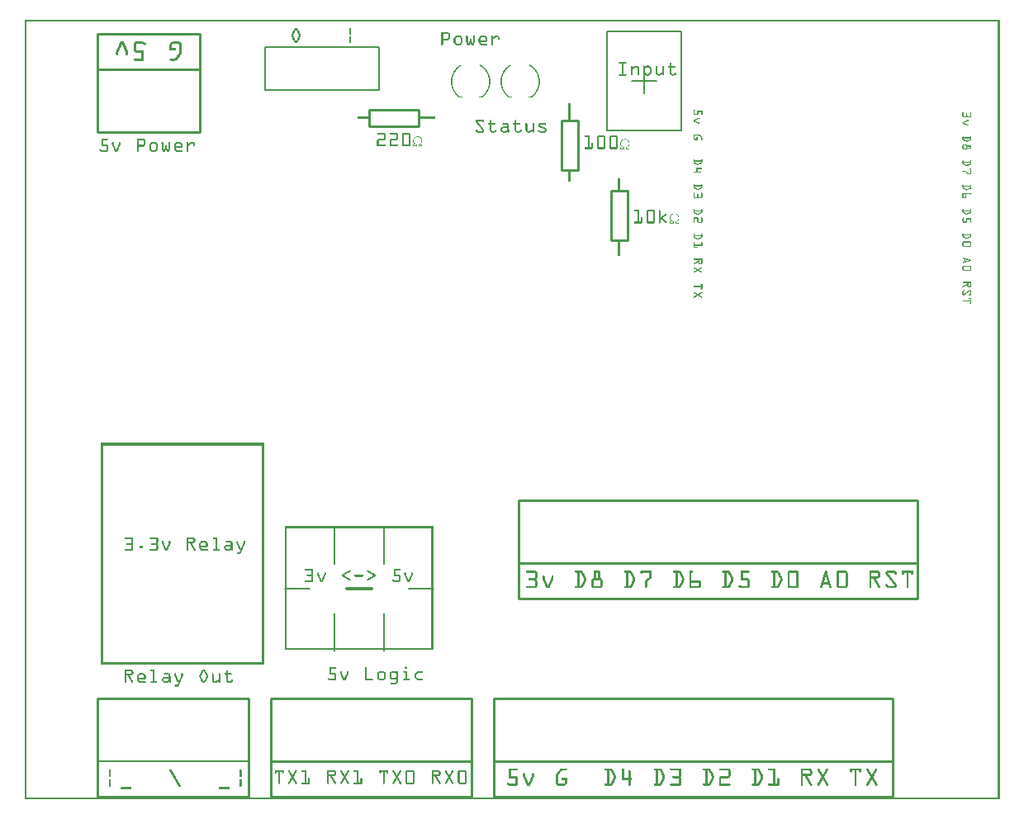
<source format=gto>
G04 MADE WITH FRITZING*
G04 WWW.FRITZING.ORG*
G04 DOUBLE SIDED*
G04 HOLES PLATED*
G04 CONTOUR ON CENTER OF CONTOUR VECTOR*
%ASAXBY*%
%FSLAX23Y23*%
%MOIN*%
%OFA0B0*%
%SFA1.0B1.0*%
%ADD10C,0.010000*%
%ADD11C,0.008000*%
%ADD12C,0.010417*%
%ADD13C,0.012000*%
%ADD14C,0.005000*%
%ADD15R,0.001000X0.001000*%
%LNSILK1*%
G90*
G70*
G54D10*
X2368Y2261D02*
X2368Y2461D01*
D02*
X2368Y2461D02*
X2434Y2461D01*
D02*
X2434Y2461D02*
X2434Y2261D01*
D02*
X2434Y2261D02*
X2368Y2261D01*
D02*
X2234Y2744D02*
X2234Y2544D01*
D02*
X2234Y2544D02*
X2168Y2544D01*
D02*
X2168Y2544D02*
X2168Y2744D01*
D02*
X2168Y2744D02*
X2234Y2744D01*
D02*
X1592Y2721D02*
X1392Y2721D01*
D02*
X1392Y2721D02*
X1392Y2787D01*
D02*
X1392Y2787D02*
X1592Y2787D01*
D02*
X1592Y2787D02*
X1592Y2721D01*
G54D11*
D02*
X972Y3038D02*
X972Y2866D01*
D02*
X972Y2866D02*
X1430Y2866D01*
D02*
X1430Y2866D02*
X1430Y3038D01*
D02*
X1430Y3038D02*
X972Y3038D01*
G54D12*
D02*
X296Y2697D02*
X707Y2697D01*
D02*
X707Y2697D02*
X707Y3093D01*
D02*
X707Y3093D02*
X296Y3093D01*
D02*
X296Y3093D02*
X296Y2697D01*
D02*
X707Y2950D02*
X296Y2950D01*
G54D11*
D02*
X1451Y1104D02*
X1451Y954D01*
D02*
X1451Y604D02*
X1451Y754D01*
D02*
X1251Y604D02*
X1251Y754D01*
D02*
X1251Y1104D02*
X1251Y954D01*
D02*
X1651Y854D02*
X1551Y854D01*
G54D13*
D02*
X1401Y854D02*
X1301Y854D01*
G54D11*
D02*
X1151Y854D02*
X1051Y854D01*
G54D10*
D02*
X906Y409D02*
X296Y409D01*
D02*
X296Y13D02*
X906Y13D01*
D02*
X906Y13D02*
X906Y409D01*
G54D14*
D02*
X296Y155D02*
X906Y155D01*
G54D10*
D02*
X296Y409D02*
X296Y13D01*
G54D12*
D02*
X1806Y409D02*
X996Y409D01*
D02*
X996Y409D02*
X996Y13D01*
D02*
X996Y13D02*
X1806Y13D01*
D02*
X1806Y13D02*
X1806Y409D01*
D02*
X996Y155D02*
X1806Y155D01*
G54D14*
D02*
X2451Y2902D02*
X2551Y2902D01*
D02*
X2501Y2852D02*
X2501Y2952D01*
D02*
X2351Y2702D02*
X2351Y3102D01*
D02*
X2351Y3102D02*
X2651Y3102D01*
D02*
X2651Y3102D02*
X2651Y2702D01*
D02*
X2651Y2702D02*
X2351Y2702D01*
G54D12*
D02*
X3606Y1209D02*
X1996Y1209D01*
D02*
X1996Y1209D02*
X1996Y813D01*
D02*
X1996Y813D02*
X3606Y813D01*
D02*
X3606Y813D02*
X3606Y1209D01*
D02*
X1996Y955D02*
X3606Y955D01*
D02*
X3506Y409D02*
X1896Y409D01*
D02*
X1896Y409D02*
X1896Y13D01*
D02*
X1896Y13D02*
X3506Y13D01*
D02*
X3506Y13D02*
X3506Y409D01*
D02*
X1896Y155D02*
X3506Y155D01*
G54D15*
X0Y3150D02*
X3936Y3150D01*
X0Y3149D02*
X3936Y3149D01*
X0Y3148D02*
X3936Y3148D01*
X0Y3147D02*
X3936Y3147D01*
X0Y3146D02*
X3936Y3146D01*
X0Y3145D02*
X3936Y3145D01*
X0Y3144D02*
X3936Y3144D01*
X0Y3143D02*
X3936Y3143D01*
X0Y3142D02*
X7Y3142D01*
X3929Y3142D02*
X3936Y3142D01*
X0Y3141D02*
X7Y3141D01*
X3929Y3141D02*
X3936Y3141D01*
X0Y3140D02*
X7Y3140D01*
X3929Y3140D02*
X3936Y3140D01*
X0Y3139D02*
X7Y3139D01*
X3929Y3139D02*
X3936Y3139D01*
X0Y3138D02*
X7Y3138D01*
X3929Y3138D02*
X3936Y3138D01*
X0Y3137D02*
X7Y3137D01*
X3929Y3137D02*
X3936Y3137D01*
X0Y3136D02*
X7Y3136D01*
X3929Y3136D02*
X3936Y3136D01*
X0Y3135D02*
X7Y3135D01*
X3929Y3135D02*
X3936Y3135D01*
X0Y3134D02*
X7Y3134D01*
X3929Y3134D02*
X3936Y3134D01*
X0Y3133D02*
X7Y3133D01*
X3929Y3133D02*
X3936Y3133D01*
X0Y3132D02*
X7Y3132D01*
X3929Y3132D02*
X3936Y3132D01*
X0Y3131D02*
X7Y3131D01*
X3929Y3131D02*
X3936Y3131D01*
X0Y3130D02*
X7Y3130D01*
X3929Y3130D02*
X3936Y3130D01*
X0Y3129D02*
X7Y3129D01*
X3929Y3129D02*
X3936Y3129D01*
X0Y3128D02*
X7Y3128D01*
X3929Y3128D02*
X3936Y3128D01*
X0Y3127D02*
X7Y3127D01*
X3929Y3127D02*
X3936Y3127D01*
X0Y3126D02*
X7Y3126D01*
X3929Y3126D02*
X3936Y3126D01*
X0Y3125D02*
X7Y3125D01*
X3929Y3125D02*
X3936Y3125D01*
X0Y3124D02*
X7Y3124D01*
X3929Y3124D02*
X3936Y3124D01*
X0Y3123D02*
X7Y3123D01*
X3929Y3123D02*
X3936Y3123D01*
X0Y3122D02*
X7Y3122D01*
X3929Y3122D02*
X3936Y3122D01*
X0Y3121D02*
X7Y3121D01*
X3929Y3121D02*
X3936Y3121D01*
X0Y3120D02*
X7Y3120D01*
X3929Y3120D02*
X3936Y3120D01*
X0Y3119D02*
X7Y3119D01*
X3929Y3119D02*
X3936Y3119D01*
X0Y3118D02*
X7Y3118D01*
X3929Y3118D02*
X3936Y3118D01*
X0Y3117D02*
X7Y3117D01*
X3929Y3117D02*
X3936Y3117D01*
X0Y3116D02*
X7Y3116D01*
X3929Y3116D02*
X3936Y3116D01*
X0Y3115D02*
X7Y3115D01*
X1093Y3115D02*
X1099Y3115D01*
X1312Y3115D02*
X1315Y3115D01*
X3929Y3115D02*
X3936Y3115D01*
X0Y3114D02*
X7Y3114D01*
X1091Y3114D02*
X1101Y3114D01*
X1311Y3114D02*
X1316Y3114D01*
X3929Y3114D02*
X3936Y3114D01*
X0Y3113D02*
X7Y3113D01*
X1090Y3113D02*
X1102Y3113D01*
X1311Y3113D02*
X1317Y3113D01*
X3929Y3113D02*
X3936Y3113D01*
X0Y3112D02*
X7Y3112D01*
X1089Y3112D02*
X1103Y3112D01*
X1310Y3112D02*
X1317Y3112D01*
X3929Y3112D02*
X3936Y3112D01*
X0Y3111D02*
X7Y3111D01*
X1088Y3111D02*
X1104Y3111D01*
X1310Y3111D02*
X1317Y3111D01*
X3929Y3111D02*
X3936Y3111D01*
X0Y3110D02*
X7Y3110D01*
X1088Y3110D02*
X1104Y3110D01*
X1310Y3110D02*
X1317Y3110D01*
X3929Y3110D02*
X3936Y3110D01*
X0Y3109D02*
X7Y3109D01*
X1087Y3109D02*
X1105Y3109D01*
X1310Y3109D02*
X1317Y3109D01*
X3929Y3109D02*
X3936Y3109D01*
X0Y3108D02*
X7Y3108D01*
X1087Y3108D02*
X1105Y3108D01*
X1310Y3108D02*
X1317Y3108D01*
X3929Y3108D02*
X3936Y3108D01*
X0Y3107D02*
X7Y3107D01*
X1086Y3107D02*
X1094Y3107D01*
X1098Y3107D02*
X1106Y3107D01*
X1310Y3107D02*
X1317Y3107D01*
X3929Y3107D02*
X3936Y3107D01*
X0Y3106D02*
X7Y3106D01*
X1086Y3106D02*
X1093Y3106D01*
X1099Y3106D02*
X1106Y3106D01*
X1310Y3106D02*
X1317Y3106D01*
X3929Y3106D02*
X3936Y3106D01*
X0Y3105D02*
X7Y3105D01*
X1085Y3105D02*
X1093Y3105D01*
X1099Y3105D02*
X1107Y3105D01*
X1310Y3105D02*
X1317Y3105D01*
X3929Y3105D02*
X3936Y3105D01*
X0Y3104D02*
X7Y3104D01*
X1085Y3104D02*
X1092Y3104D01*
X1100Y3104D02*
X1107Y3104D01*
X1310Y3104D02*
X1317Y3104D01*
X3929Y3104D02*
X3936Y3104D01*
X0Y3103D02*
X7Y3103D01*
X1084Y3103D02*
X1092Y3103D01*
X1100Y3103D02*
X1108Y3103D01*
X1310Y3103D02*
X1317Y3103D01*
X3929Y3103D02*
X3936Y3103D01*
X0Y3102D02*
X7Y3102D01*
X1084Y3102D02*
X1091Y3102D01*
X1101Y3102D02*
X1108Y3102D01*
X1310Y3102D02*
X1317Y3102D01*
X3929Y3102D02*
X3936Y3102D01*
X0Y3101D02*
X7Y3101D01*
X1083Y3101D02*
X1091Y3101D01*
X1101Y3101D02*
X1109Y3101D01*
X1310Y3101D02*
X1317Y3101D01*
X3929Y3101D02*
X3936Y3101D01*
X0Y3100D02*
X7Y3100D01*
X1083Y3100D02*
X1090Y3100D01*
X1102Y3100D02*
X1109Y3100D01*
X1310Y3100D02*
X1317Y3100D01*
X1683Y3100D02*
X1709Y3100D01*
X3929Y3100D02*
X3936Y3100D01*
X0Y3099D02*
X7Y3099D01*
X1082Y3099D02*
X1090Y3099D01*
X1102Y3099D02*
X1110Y3099D01*
X1310Y3099D02*
X1317Y3099D01*
X1683Y3099D02*
X1711Y3099D01*
X3929Y3099D02*
X3936Y3099D01*
X0Y3098D02*
X7Y3098D01*
X1082Y3098D02*
X1089Y3098D01*
X1103Y3098D02*
X1110Y3098D01*
X1310Y3098D02*
X1317Y3098D01*
X1683Y3098D02*
X1712Y3098D01*
X3929Y3098D02*
X3936Y3098D01*
X0Y3097D02*
X7Y3097D01*
X1081Y3097D02*
X1089Y3097D01*
X1103Y3097D02*
X1111Y3097D01*
X1310Y3097D02*
X1317Y3097D01*
X1683Y3097D02*
X1714Y3097D01*
X3929Y3097D02*
X3936Y3097D01*
X0Y3096D02*
X7Y3096D01*
X1081Y3096D02*
X1088Y3096D01*
X1104Y3096D02*
X1111Y3096D01*
X1310Y3096D02*
X1317Y3096D01*
X1683Y3096D02*
X1714Y3096D01*
X3929Y3096D02*
X3936Y3096D01*
X0Y3095D02*
X7Y3095D01*
X1080Y3095D02*
X1088Y3095D01*
X1104Y3095D02*
X1112Y3095D01*
X1310Y3095D02*
X1317Y3095D01*
X1683Y3095D02*
X1715Y3095D01*
X3929Y3095D02*
X3936Y3095D01*
X0Y3094D02*
X7Y3094D01*
X1080Y3094D02*
X1087Y3094D01*
X1105Y3094D02*
X1112Y3094D01*
X1310Y3094D02*
X1317Y3094D01*
X1683Y3094D02*
X1716Y3094D01*
X3929Y3094D02*
X3936Y3094D01*
X0Y3093D02*
X7Y3093D01*
X1079Y3093D02*
X1087Y3093D01*
X1105Y3093D02*
X1113Y3093D01*
X1310Y3093D02*
X1317Y3093D01*
X1683Y3093D02*
X1689Y3093D01*
X1708Y3093D02*
X1716Y3093D01*
X3929Y3093D02*
X3936Y3093D01*
X0Y3092D02*
X7Y3092D01*
X1079Y3092D02*
X1086Y3092D01*
X1106Y3092D02*
X1113Y3092D01*
X1310Y3092D02*
X1317Y3092D01*
X1683Y3092D02*
X1689Y3092D01*
X1710Y3092D02*
X1716Y3092D01*
X3929Y3092D02*
X3936Y3092D01*
X0Y3091D02*
X7Y3091D01*
X1079Y3091D02*
X1086Y3091D01*
X1106Y3091D02*
X1113Y3091D01*
X1310Y3091D02*
X1317Y3091D01*
X1683Y3091D02*
X1689Y3091D01*
X1710Y3091D02*
X1716Y3091D01*
X3929Y3091D02*
X3936Y3091D01*
X0Y3090D02*
X7Y3090D01*
X1078Y3090D02*
X1085Y3090D01*
X1107Y3090D02*
X1114Y3090D01*
X1683Y3090D02*
X1689Y3090D01*
X1710Y3090D02*
X1716Y3090D01*
X3929Y3090D02*
X3936Y3090D01*
X0Y3089D02*
X7Y3089D01*
X1078Y3089D02*
X1085Y3089D01*
X1107Y3089D02*
X1114Y3089D01*
X1683Y3089D02*
X1689Y3089D01*
X1710Y3089D02*
X1716Y3089D01*
X3929Y3089D02*
X3936Y3089D01*
X0Y3088D02*
X7Y3088D01*
X1078Y3088D02*
X1085Y3088D01*
X1107Y3088D02*
X1114Y3088D01*
X1683Y3088D02*
X1689Y3088D01*
X1710Y3088D02*
X1716Y3088D01*
X3929Y3088D02*
X3936Y3088D01*
X0Y3087D02*
X7Y3087D01*
X1078Y3087D02*
X1084Y3087D01*
X1108Y3087D02*
X1114Y3087D01*
X1683Y3087D02*
X1689Y3087D01*
X1710Y3087D02*
X1716Y3087D01*
X3929Y3087D02*
X3936Y3087D01*
X0Y3086D02*
X7Y3086D01*
X1078Y3086D02*
X1084Y3086D01*
X1108Y3086D02*
X1114Y3086D01*
X1683Y3086D02*
X1689Y3086D01*
X1710Y3086D02*
X1716Y3086D01*
X3929Y3086D02*
X3936Y3086D01*
X0Y3085D02*
X7Y3085D01*
X1078Y3085D02*
X1084Y3085D01*
X1107Y3085D02*
X1114Y3085D01*
X1683Y3085D02*
X1689Y3085D01*
X1710Y3085D02*
X1716Y3085D01*
X1742Y3085D02*
X1757Y3085D01*
X1784Y3085D02*
X1787Y3085D01*
X1813Y3085D02*
X1816Y3085D01*
X1843Y3085D02*
X1858Y3085D01*
X1885Y3085D02*
X1888Y3085D01*
X1899Y3085D02*
X1910Y3085D01*
X3929Y3085D02*
X3936Y3085D01*
X0Y3084D02*
X7Y3084D01*
X1078Y3084D02*
X1085Y3084D01*
X1107Y3084D02*
X1114Y3084D01*
X1683Y3084D02*
X1689Y3084D01*
X1710Y3084D02*
X1716Y3084D01*
X1740Y3084D02*
X1759Y3084D01*
X1783Y3084D02*
X1788Y3084D01*
X1812Y3084D02*
X1817Y3084D01*
X1841Y3084D02*
X1860Y3084D01*
X1884Y3084D02*
X1889Y3084D01*
X1898Y3084D02*
X1912Y3084D01*
X3929Y3084D02*
X3936Y3084D01*
X0Y3083D02*
X7Y3083D01*
X1078Y3083D02*
X1085Y3083D01*
X1107Y3083D02*
X1114Y3083D01*
X1683Y3083D02*
X1689Y3083D01*
X1710Y3083D02*
X1716Y3083D01*
X1739Y3083D02*
X1761Y3083D01*
X1783Y3083D02*
X1788Y3083D01*
X1812Y3083D02*
X1817Y3083D01*
X1840Y3083D02*
X1861Y3083D01*
X1884Y3083D02*
X1890Y3083D01*
X1897Y3083D02*
X1914Y3083D01*
X3929Y3083D02*
X3936Y3083D01*
X0Y3082D02*
X7Y3082D01*
X1078Y3082D02*
X1085Y3082D01*
X1107Y3082D02*
X1114Y3082D01*
X1310Y3082D02*
X1317Y3082D01*
X1683Y3082D02*
X1689Y3082D01*
X1710Y3082D02*
X1716Y3082D01*
X1738Y3082D02*
X1762Y3082D01*
X1783Y3082D02*
X1789Y3082D01*
X1812Y3082D02*
X1818Y3082D01*
X1838Y3082D02*
X1862Y3082D01*
X1884Y3082D02*
X1890Y3082D01*
X1895Y3082D02*
X1915Y3082D01*
X3929Y3082D02*
X3936Y3082D01*
X0Y3081D02*
X7Y3081D01*
X1079Y3081D02*
X1086Y3081D01*
X1106Y3081D02*
X1113Y3081D01*
X1310Y3081D02*
X1317Y3081D01*
X1683Y3081D02*
X1689Y3081D01*
X1710Y3081D02*
X1716Y3081D01*
X1737Y3081D02*
X1763Y3081D01*
X1783Y3081D02*
X1789Y3081D01*
X1811Y3081D02*
X1818Y3081D01*
X1837Y3081D02*
X1863Y3081D01*
X1884Y3081D02*
X1890Y3081D01*
X1894Y3081D02*
X1915Y3081D01*
X3929Y3081D02*
X3936Y3081D01*
X0Y3080D02*
X7Y3080D01*
X1079Y3080D02*
X1086Y3080D01*
X1106Y3080D02*
X1113Y3080D01*
X1310Y3080D02*
X1317Y3080D01*
X1683Y3080D02*
X1689Y3080D01*
X1710Y3080D02*
X1716Y3080D01*
X1736Y3080D02*
X1764Y3080D01*
X1783Y3080D02*
X1789Y3080D01*
X1811Y3080D02*
X1817Y3080D01*
X1836Y3080D02*
X1864Y3080D01*
X1884Y3080D02*
X1890Y3080D01*
X1893Y3080D02*
X1916Y3080D01*
X3929Y3080D02*
X3936Y3080D01*
X0Y3079D02*
X7Y3079D01*
X1079Y3079D02*
X1087Y3079D01*
X1105Y3079D02*
X1113Y3079D01*
X1310Y3079D02*
X1317Y3079D01*
X1683Y3079D02*
X1689Y3079D01*
X1710Y3079D02*
X1716Y3079D01*
X1735Y3079D02*
X1765Y3079D01*
X1783Y3079D02*
X1789Y3079D01*
X1811Y3079D02*
X1817Y3079D01*
X1835Y3079D02*
X1865Y3079D01*
X1884Y3079D02*
X1890Y3079D01*
X1892Y3079D02*
X1917Y3079D01*
X3929Y3079D02*
X3936Y3079D01*
X0Y3078D02*
X7Y3078D01*
X1080Y3078D02*
X1087Y3078D01*
X1105Y3078D02*
X1112Y3078D01*
X1310Y3078D02*
X1317Y3078D01*
X1683Y3078D02*
X1689Y3078D01*
X1710Y3078D02*
X1716Y3078D01*
X1734Y3078D02*
X1743Y3078D01*
X1757Y3078D02*
X1765Y3078D01*
X1783Y3078D02*
X1789Y3078D01*
X1811Y3078D02*
X1817Y3078D01*
X1835Y3078D02*
X1843Y3078D01*
X1857Y3078D02*
X1866Y3078D01*
X1884Y3078D02*
X1900Y3078D01*
X1910Y3078D02*
X1917Y3078D01*
X3929Y3078D02*
X3936Y3078D01*
X0Y3077D02*
X7Y3077D01*
X1080Y3077D02*
X1088Y3077D01*
X1104Y3077D02*
X1112Y3077D01*
X1310Y3077D02*
X1317Y3077D01*
X1683Y3077D02*
X1689Y3077D01*
X1710Y3077D02*
X1716Y3077D01*
X1734Y3077D02*
X1742Y3077D01*
X1758Y3077D02*
X1766Y3077D01*
X1783Y3077D02*
X1789Y3077D01*
X1811Y3077D02*
X1817Y3077D01*
X1834Y3077D02*
X1842Y3077D01*
X1859Y3077D02*
X1866Y3077D01*
X1884Y3077D02*
X1899Y3077D01*
X1911Y3077D02*
X1917Y3077D01*
X3929Y3077D02*
X3936Y3077D01*
X0Y3076D02*
X7Y3076D01*
X1081Y3076D02*
X1088Y3076D01*
X1104Y3076D02*
X1111Y3076D01*
X1310Y3076D02*
X1317Y3076D01*
X1683Y3076D02*
X1689Y3076D01*
X1710Y3076D02*
X1716Y3076D01*
X1734Y3076D02*
X1741Y3076D01*
X1759Y3076D02*
X1766Y3076D01*
X1783Y3076D02*
X1789Y3076D01*
X1811Y3076D02*
X1817Y3076D01*
X1834Y3076D02*
X1841Y3076D01*
X1860Y3076D02*
X1867Y3076D01*
X1884Y3076D02*
X1898Y3076D01*
X1911Y3076D02*
X1917Y3076D01*
X3929Y3076D02*
X3936Y3076D01*
X0Y3075D02*
X7Y3075D01*
X1081Y3075D02*
X1089Y3075D01*
X1103Y3075D02*
X1111Y3075D01*
X1310Y3075D02*
X1317Y3075D01*
X1683Y3075D02*
X1689Y3075D01*
X1709Y3075D02*
X1716Y3075D01*
X1733Y3075D02*
X1740Y3075D01*
X1760Y3075D02*
X1766Y3075D01*
X1783Y3075D02*
X1789Y3075D01*
X1811Y3075D02*
X1817Y3075D01*
X1834Y3075D02*
X1840Y3075D01*
X1860Y3075D02*
X1867Y3075D01*
X1884Y3075D02*
X1897Y3075D01*
X1911Y3075D02*
X1917Y3075D01*
X3929Y3075D02*
X3936Y3075D01*
X0Y3074D02*
X7Y3074D01*
X1082Y3074D02*
X1089Y3074D01*
X1103Y3074D02*
X1110Y3074D01*
X1310Y3074D02*
X1317Y3074D01*
X1683Y3074D02*
X1689Y3074D01*
X1708Y3074D02*
X1716Y3074D01*
X1733Y3074D02*
X1739Y3074D01*
X1760Y3074D02*
X1767Y3074D01*
X1783Y3074D02*
X1789Y3074D01*
X1811Y3074D02*
X1817Y3074D01*
X1834Y3074D02*
X1840Y3074D01*
X1861Y3074D02*
X1867Y3074D01*
X1884Y3074D02*
X1896Y3074D01*
X1911Y3074D02*
X1917Y3074D01*
X3929Y3074D02*
X3936Y3074D01*
X0Y3073D02*
X7Y3073D01*
X1082Y3073D02*
X1090Y3073D01*
X1102Y3073D02*
X1110Y3073D01*
X1310Y3073D02*
X1317Y3073D01*
X1683Y3073D02*
X1715Y3073D01*
X1733Y3073D02*
X1739Y3073D01*
X1761Y3073D02*
X1767Y3073D01*
X1783Y3073D02*
X1789Y3073D01*
X1798Y3073D02*
X1802Y3073D01*
X1811Y3073D02*
X1817Y3073D01*
X1833Y3073D02*
X1840Y3073D01*
X1861Y3073D02*
X1867Y3073D01*
X1884Y3073D02*
X1895Y3073D01*
X1911Y3073D02*
X1917Y3073D01*
X3929Y3073D02*
X3936Y3073D01*
X0Y3072D02*
X7Y3072D01*
X1083Y3072D02*
X1090Y3072D01*
X1102Y3072D02*
X1109Y3072D01*
X1310Y3072D02*
X1317Y3072D01*
X1683Y3072D02*
X1715Y3072D01*
X1733Y3072D02*
X1739Y3072D01*
X1761Y3072D02*
X1767Y3072D01*
X1783Y3072D02*
X1789Y3072D01*
X1798Y3072D02*
X1803Y3072D01*
X1811Y3072D02*
X1817Y3072D01*
X1833Y3072D02*
X1840Y3072D01*
X1861Y3072D02*
X1867Y3072D01*
X1884Y3072D02*
X1894Y3072D01*
X1912Y3072D02*
X1917Y3072D01*
X3929Y3072D02*
X3936Y3072D01*
X0Y3071D02*
X7Y3071D01*
X1083Y3071D02*
X1091Y3071D01*
X1101Y3071D02*
X1109Y3071D01*
X1310Y3071D02*
X1317Y3071D01*
X1683Y3071D02*
X1714Y3071D01*
X1733Y3071D02*
X1739Y3071D01*
X1761Y3071D02*
X1767Y3071D01*
X1783Y3071D02*
X1789Y3071D01*
X1797Y3071D02*
X1803Y3071D01*
X1811Y3071D02*
X1817Y3071D01*
X1833Y3071D02*
X1840Y3071D01*
X1861Y3071D02*
X1867Y3071D01*
X1884Y3071D02*
X1892Y3071D01*
X1912Y3071D02*
X1916Y3071D01*
X3929Y3071D02*
X3936Y3071D01*
X0Y3070D02*
X7Y3070D01*
X1084Y3070D02*
X1091Y3070D01*
X1101Y3070D02*
X1108Y3070D01*
X1310Y3070D02*
X1317Y3070D01*
X1683Y3070D02*
X1713Y3070D01*
X1733Y3070D02*
X1739Y3070D01*
X1761Y3070D02*
X1767Y3070D01*
X1783Y3070D02*
X1789Y3070D01*
X1797Y3070D02*
X1803Y3070D01*
X1811Y3070D02*
X1817Y3070D01*
X1833Y3070D02*
X1840Y3070D01*
X1861Y3070D02*
X1867Y3070D01*
X1884Y3070D02*
X1891Y3070D01*
X1914Y3070D02*
X1915Y3070D01*
X3929Y3070D02*
X3936Y3070D01*
X0Y3069D02*
X7Y3069D01*
X1084Y3069D02*
X1092Y3069D01*
X1100Y3069D02*
X1108Y3069D01*
X1310Y3069D02*
X1317Y3069D01*
X1683Y3069D02*
X1712Y3069D01*
X1733Y3069D02*
X1739Y3069D01*
X1761Y3069D02*
X1767Y3069D01*
X1783Y3069D02*
X1789Y3069D01*
X1797Y3069D02*
X1803Y3069D01*
X1811Y3069D02*
X1817Y3069D01*
X1833Y3069D02*
X1840Y3069D01*
X1861Y3069D02*
X1867Y3069D01*
X1884Y3069D02*
X1890Y3069D01*
X3929Y3069D02*
X3936Y3069D01*
X0Y3068D02*
X7Y3068D01*
X1085Y3068D02*
X1092Y3068D01*
X1100Y3068D02*
X1107Y3068D01*
X1310Y3068D02*
X1317Y3068D01*
X1683Y3068D02*
X1711Y3068D01*
X1733Y3068D02*
X1739Y3068D01*
X1761Y3068D02*
X1767Y3068D01*
X1783Y3068D02*
X1789Y3068D01*
X1797Y3068D02*
X1803Y3068D01*
X1811Y3068D02*
X1817Y3068D01*
X1833Y3068D02*
X1840Y3068D01*
X1861Y3068D02*
X1867Y3068D01*
X1884Y3068D02*
X1890Y3068D01*
X3929Y3068D02*
X3936Y3068D01*
X0Y3067D02*
X7Y3067D01*
X1085Y3067D02*
X1093Y3067D01*
X1099Y3067D02*
X1107Y3067D01*
X1310Y3067D02*
X1317Y3067D01*
X1683Y3067D02*
X1708Y3067D01*
X1733Y3067D02*
X1739Y3067D01*
X1761Y3067D02*
X1767Y3067D01*
X1783Y3067D02*
X1789Y3067D01*
X1797Y3067D02*
X1803Y3067D01*
X1811Y3067D02*
X1817Y3067D01*
X1833Y3067D02*
X1867Y3067D01*
X1884Y3067D02*
X1890Y3067D01*
X3929Y3067D02*
X3936Y3067D01*
X0Y3066D02*
X7Y3066D01*
X1086Y3066D02*
X1093Y3066D01*
X1099Y3066D02*
X1106Y3066D01*
X1310Y3066D02*
X1317Y3066D01*
X1683Y3066D02*
X1689Y3066D01*
X1733Y3066D02*
X1739Y3066D01*
X1761Y3066D02*
X1767Y3066D01*
X1783Y3066D02*
X1789Y3066D01*
X1797Y3066D02*
X1803Y3066D01*
X1811Y3066D02*
X1817Y3066D01*
X1833Y3066D02*
X1867Y3066D01*
X1884Y3066D02*
X1890Y3066D01*
X3929Y3066D02*
X3936Y3066D01*
X0Y3065D02*
X7Y3065D01*
X1086Y3065D02*
X1094Y3065D01*
X1098Y3065D02*
X1106Y3065D01*
X1310Y3065D02*
X1317Y3065D01*
X1683Y3065D02*
X1689Y3065D01*
X1733Y3065D02*
X1739Y3065D01*
X1761Y3065D02*
X1767Y3065D01*
X1783Y3065D02*
X1789Y3065D01*
X1797Y3065D02*
X1803Y3065D01*
X1811Y3065D02*
X1817Y3065D01*
X1833Y3065D02*
X1867Y3065D01*
X1884Y3065D02*
X1890Y3065D01*
X3929Y3065D02*
X3936Y3065D01*
X0Y3064D02*
X7Y3064D01*
X1087Y3064D02*
X1105Y3064D01*
X1310Y3064D02*
X1317Y3064D01*
X1683Y3064D02*
X1689Y3064D01*
X1733Y3064D02*
X1739Y3064D01*
X1761Y3064D02*
X1767Y3064D01*
X1783Y3064D02*
X1789Y3064D01*
X1797Y3064D02*
X1803Y3064D01*
X1811Y3064D02*
X1817Y3064D01*
X1833Y3064D02*
X1867Y3064D01*
X1884Y3064D02*
X1890Y3064D01*
X3929Y3064D02*
X3936Y3064D01*
X0Y3063D02*
X7Y3063D01*
X1087Y3063D02*
X1105Y3063D01*
X1310Y3063D02*
X1317Y3063D01*
X1683Y3063D02*
X1689Y3063D01*
X1733Y3063D02*
X1739Y3063D01*
X1761Y3063D02*
X1767Y3063D01*
X1783Y3063D02*
X1789Y3063D01*
X1797Y3063D02*
X1803Y3063D01*
X1811Y3063D02*
X1817Y3063D01*
X1833Y3063D02*
X1867Y3063D01*
X1884Y3063D02*
X1890Y3063D01*
X3929Y3063D02*
X3936Y3063D01*
X0Y3062D02*
X7Y3062D01*
X1088Y3062D02*
X1104Y3062D01*
X1310Y3062D02*
X1317Y3062D01*
X1683Y3062D02*
X1689Y3062D01*
X1733Y3062D02*
X1739Y3062D01*
X1761Y3062D02*
X1767Y3062D01*
X1783Y3062D02*
X1789Y3062D01*
X1797Y3062D02*
X1803Y3062D01*
X1811Y3062D02*
X1817Y3062D01*
X1833Y3062D02*
X1866Y3062D01*
X1884Y3062D02*
X1890Y3062D01*
X3929Y3062D02*
X3936Y3062D01*
X0Y3061D02*
X7Y3061D01*
X388Y3061D02*
X399Y3061D01*
X448Y3061D02*
X478Y3061D01*
X597Y3061D02*
X624Y3061D01*
X1089Y3061D02*
X1103Y3061D01*
X1310Y3061D02*
X1317Y3061D01*
X1683Y3061D02*
X1689Y3061D01*
X1733Y3061D02*
X1739Y3061D01*
X1761Y3061D02*
X1767Y3061D01*
X1783Y3061D02*
X1790Y3061D01*
X1796Y3061D02*
X1804Y3061D01*
X1811Y3061D02*
X1817Y3061D01*
X1833Y3061D02*
X1864Y3061D01*
X1884Y3061D02*
X1890Y3061D01*
X3929Y3061D02*
X3936Y3061D01*
X0Y3060D02*
X7Y3060D01*
X387Y3060D02*
X400Y3060D01*
X446Y3060D02*
X481Y3060D01*
X594Y3060D02*
X627Y3060D01*
X1089Y3060D02*
X1103Y3060D01*
X1310Y3060D02*
X1317Y3060D01*
X1683Y3060D02*
X1689Y3060D01*
X1733Y3060D02*
X1739Y3060D01*
X1761Y3060D02*
X1767Y3060D01*
X1784Y3060D02*
X1790Y3060D01*
X1796Y3060D02*
X1804Y3060D01*
X1810Y3060D02*
X1817Y3060D01*
X1833Y3060D02*
X1840Y3060D01*
X1884Y3060D02*
X1890Y3060D01*
X3929Y3060D02*
X3936Y3060D01*
X0Y3059D02*
X7Y3059D01*
X386Y3059D02*
X401Y3059D01*
X445Y3059D02*
X483Y3059D01*
X593Y3059D02*
X628Y3059D01*
X1090Y3059D02*
X1101Y3059D01*
X1311Y3059D02*
X1316Y3059D01*
X1683Y3059D02*
X1689Y3059D01*
X1733Y3059D02*
X1739Y3059D01*
X1761Y3059D02*
X1767Y3059D01*
X1784Y3059D02*
X1790Y3059D01*
X1795Y3059D02*
X1805Y3059D01*
X1810Y3059D02*
X1816Y3059D01*
X1833Y3059D02*
X1840Y3059D01*
X1884Y3059D02*
X1890Y3059D01*
X3929Y3059D02*
X3936Y3059D01*
X0Y3058D02*
X7Y3058D01*
X386Y3058D02*
X401Y3058D01*
X444Y3058D02*
X485Y3058D01*
X591Y3058D02*
X630Y3058D01*
X1092Y3058D02*
X1100Y3058D01*
X1312Y3058D02*
X1316Y3058D01*
X1683Y3058D02*
X1689Y3058D01*
X1733Y3058D02*
X1739Y3058D01*
X1760Y3058D02*
X1767Y3058D01*
X1784Y3058D02*
X1790Y3058D01*
X1794Y3058D02*
X1806Y3058D01*
X1810Y3058D02*
X1816Y3058D01*
X1834Y3058D02*
X1840Y3058D01*
X1884Y3058D02*
X1890Y3058D01*
X3929Y3058D02*
X3936Y3058D01*
X0Y3057D02*
X7Y3057D01*
X386Y3057D02*
X402Y3057D01*
X443Y3057D02*
X487Y3057D01*
X590Y3057D02*
X631Y3057D01*
X1095Y3057D02*
X1096Y3057D01*
X1313Y3057D02*
X1314Y3057D01*
X1683Y3057D02*
X1689Y3057D01*
X1733Y3057D02*
X1740Y3057D01*
X1760Y3057D02*
X1767Y3057D01*
X1784Y3057D02*
X1791Y3057D01*
X1794Y3057D02*
X1806Y3057D01*
X1809Y3057D02*
X1816Y3057D01*
X1834Y3057D02*
X1840Y3057D01*
X1884Y3057D02*
X1890Y3057D01*
X3929Y3057D02*
X3936Y3057D01*
X0Y3056D02*
X7Y3056D01*
X385Y3056D02*
X402Y3056D01*
X442Y3056D02*
X489Y3056D01*
X589Y3056D02*
X631Y3056D01*
X1683Y3056D02*
X1689Y3056D01*
X1733Y3056D02*
X1740Y3056D01*
X1759Y3056D02*
X1766Y3056D01*
X1785Y3056D02*
X1791Y3056D01*
X1793Y3056D02*
X1807Y3056D01*
X1809Y3056D02*
X1815Y3056D01*
X1834Y3056D02*
X1841Y3056D01*
X1884Y3056D02*
X1890Y3056D01*
X3929Y3056D02*
X3936Y3056D01*
X0Y3055D02*
X7Y3055D01*
X385Y3055D02*
X402Y3055D01*
X442Y3055D02*
X490Y3055D01*
X589Y3055D02*
X632Y3055D01*
X1683Y3055D02*
X1689Y3055D01*
X1734Y3055D02*
X1742Y3055D01*
X1758Y3055D02*
X1766Y3055D01*
X1785Y3055D02*
X1815Y3055D01*
X1834Y3055D02*
X1842Y3055D01*
X1884Y3055D02*
X1890Y3055D01*
X3929Y3055D02*
X3936Y3055D01*
X0Y3054D02*
X7Y3054D01*
X384Y3054D02*
X403Y3054D01*
X442Y3054D02*
X490Y3054D01*
X588Y3054D02*
X633Y3054D01*
X1683Y3054D02*
X1689Y3054D01*
X1734Y3054D02*
X1743Y3054D01*
X1757Y3054D02*
X1765Y3054D01*
X1785Y3054D02*
X1799Y3054D01*
X1801Y3054D02*
X1815Y3054D01*
X1835Y3054D02*
X1843Y3054D01*
X1884Y3054D02*
X1890Y3054D01*
X3929Y3054D02*
X3936Y3054D01*
X0Y3053D02*
X7Y3053D01*
X384Y3053D02*
X403Y3053D01*
X442Y3053D02*
X490Y3053D01*
X587Y3053D02*
X633Y3053D01*
X1683Y3053D02*
X1689Y3053D01*
X1735Y3053D02*
X1765Y3053D01*
X1786Y3053D02*
X1799Y3053D01*
X1801Y3053D02*
X1815Y3053D01*
X1835Y3053D02*
X1865Y3053D01*
X1884Y3053D02*
X1890Y3053D01*
X3929Y3053D02*
X3936Y3053D01*
X0Y3052D02*
X7Y3052D01*
X383Y3052D02*
X404Y3052D01*
X441Y3052D02*
X490Y3052D01*
X587Y3052D02*
X634Y3052D01*
X1683Y3052D02*
X1689Y3052D01*
X1736Y3052D02*
X1764Y3052D01*
X1786Y3052D02*
X1798Y3052D01*
X1802Y3052D02*
X1814Y3052D01*
X1836Y3052D02*
X1866Y3052D01*
X1884Y3052D02*
X1890Y3052D01*
X3929Y3052D02*
X3936Y3052D01*
X0Y3051D02*
X7Y3051D01*
X383Y3051D02*
X404Y3051D01*
X441Y3051D02*
X451Y3051D01*
X477Y3051D02*
X490Y3051D01*
X587Y3051D02*
X598Y3051D01*
X623Y3051D02*
X634Y3051D01*
X1683Y3051D02*
X1689Y3051D01*
X1737Y3051D02*
X1763Y3051D01*
X1786Y3051D02*
X1797Y3051D01*
X1803Y3051D02*
X1814Y3051D01*
X1837Y3051D02*
X1867Y3051D01*
X1884Y3051D02*
X1890Y3051D01*
X3929Y3051D02*
X3936Y3051D01*
X0Y3050D02*
X7Y3050D01*
X382Y3050D02*
X393Y3050D01*
X395Y3050D02*
X405Y3050D01*
X441Y3050D02*
X451Y3050D01*
X479Y3050D02*
X490Y3050D01*
X586Y3050D02*
X597Y3050D01*
X624Y3050D02*
X634Y3050D01*
X1683Y3050D02*
X1689Y3050D01*
X1738Y3050D02*
X1762Y3050D01*
X1786Y3050D02*
X1797Y3050D01*
X1803Y3050D02*
X1814Y3050D01*
X1838Y3050D02*
X1867Y3050D01*
X1884Y3050D02*
X1890Y3050D01*
X3929Y3050D02*
X3936Y3050D01*
X0Y3049D02*
X7Y3049D01*
X382Y3049D02*
X392Y3049D01*
X395Y3049D02*
X405Y3049D01*
X441Y3049D02*
X451Y3049D01*
X481Y3049D02*
X489Y3049D01*
X586Y3049D02*
X596Y3049D01*
X625Y3049D02*
X635Y3049D01*
X1683Y3049D02*
X1689Y3049D01*
X1739Y3049D02*
X1761Y3049D01*
X1787Y3049D02*
X1796Y3049D01*
X1804Y3049D02*
X1813Y3049D01*
X1839Y3049D02*
X1867Y3049D01*
X1884Y3049D02*
X1890Y3049D01*
X3929Y3049D02*
X3936Y3049D01*
X0Y3048D02*
X7Y3048D01*
X382Y3048D02*
X392Y3048D01*
X396Y3048D02*
X406Y3048D01*
X441Y3048D02*
X451Y3048D01*
X484Y3048D02*
X487Y3048D01*
X586Y3048D02*
X595Y3048D01*
X625Y3048D02*
X635Y3048D01*
X1683Y3048D02*
X1688Y3048D01*
X1740Y3048D02*
X1759Y3048D01*
X1787Y3048D02*
X1796Y3048D01*
X1804Y3048D02*
X1813Y3048D01*
X1841Y3048D02*
X1867Y3048D01*
X1884Y3048D02*
X1889Y3048D01*
X3929Y3048D02*
X3936Y3048D01*
X0Y3047D02*
X7Y3047D01*
X381Y3047D02*
X391Y3047D01*
X396Y3047D02*
X406Y3047D01*
X441Y3047D02*
X451Y3047D01*
X586Y3047D02*
X595Y3047D01*
X626Y3047D02*
X635Y3047D01*
X1684Y3047D02*
X1687Y3047D01*
X1742Y3047D02*
X1758Y3047D01*
X1788Y3047D02*
X1795Y3047D01*
X1805Y3047D02*
X1812Y3047D01*
X1842Y3047D02*
X1866Y3047D01*
X1885Y3047D02*
X1888Y3047D01*
X3929Y3047D02*
X3936Y3047D01*
X0Y3046D02*
X7Y3046D01*
X381Y3046D02*
X391Y3046D01*
X396Y3046D02*
X406Y3046D01*
X441Y3046D02*
X451Y3046D01*
X586Y3046D02*
X595Y3046D01*
X626Y3046D02*
X635Y3046D01*
X3929Y3046D02*
X3936Y3046D01*
X0Y3045D02*
X7Y3045D01*
X380Y3045D02*
X390Y3045D01*
X397Y3045D02*
X407Y3045D01*
X441Y3045D02*
X451Y3045D01*
X586Y3045D02*
X595Y3045D01*
X626Y3045D02*
X635Y3045D01*
X3929Y3045D02*
X3936Y3045D01*
X0Y3044D02*
X7Y3044D01*
X380Y3044D02*
X390Y3044D01*
X397Y3044D02*
X407Y3044D01*
X441Y3044D02*
X451Y3044D01*
X586Y3044D02*
X595Y3044D01*
X626Y3044D02*
X635Y3044D01*
X3929Y3044D02*
X3936Y3044D01*
X0Y3043D02*
X7Y3043D01*
X379Y3043D02*
X389Y3043D01*
X398Y3043D02*
X408Y3043D01*
X441Y3043D02*
X451Y3043D01*
X586Y3043D02*
X595Y3043D01*
X626Y3043D02*
X635Y3043D01*
X3929Y3043D02*
X3936Y3043D01*
X0Y3042D02*
X7Y3042D01*
X379Y3042D02*
X389Y3042D01*
X398Y3042D02*
X408Y3042D01*
X441Y3042D02*
X451Y3042D01*
X586Y3042D02*
X595Y3042D01*
X626Y3042D02*
X635Y3042D01*
X3929Y3042D02*
X3936Y3042D01*
X0Y3041D02*
X7Y3041D01*
X379Y3041D02*
X389Y3041D01*
X399Y3041D02*
X409Y3041D01*
X441Y3041D02*
X451Y3041D01*
X586Y3041D02*
X595Y3041D01*
X626Y3041D02*
X635Y3041D01*
X3929Y3041D02*
X3936Y3041D01*
X0Y3040D02*
X7Y3040D01*
X378Y3040D02*
X388Y3040D01*
X399Y3040D02*
X409Y3040D01*
X441Y3040D02*
X451Y3040D01*
X586Y3040D02*
X595Y3040D01*
X626Y3040D02*
X635Y3040D01*
X3929Y3040D02*
X3936Y3040D01*
X0Y3039D02*
X7Y3039D01*
X378Y3039D02*
X388Y3039D01*
X399Y3039D02*
X409Y3039D01*
X441Y3039D02*
X451Y3039D01*
X586Y3039D02*
X595Y3039D01*
X626Y3039D02*
X635Y3039D01*
X3929Y3039D02*
X3936Y3039D01*
X0Y3038D02*
X7Y3038D01*
X377Y3038D02*
X387Y3038D01*
X400Y3038D02*
X410Y3038D01*
X441Y3038D02*
X451Y3038D01*
X586Y3038D02*
X595Y3038D01*
X626Y3038D02*
X635Y3038D01*
X3929Y3038D02*
X3936Y3038D01*
X0Y3037D02*
X7Y3037D01*
X377Y3037D02*
X387Y3037D01*
X400Y3037D02*
X410Y3037D01*
X441Y3037D02*
X451Y3037D01*
X586Y3037D02*
X595Y3037D01*
X626Y3037D02*
X635Y3037D01*
X3929Y3037D02*
X3936Y3037D01*
X0Y3036D02*
X7Y3036D01*
X376Y3036D02*
X386Y3036D01*
X401Y3036D02*
X411Y3036D01*
X441Y3036D02*
X451Y3036D01*
X586Y3036D02*
X606Y3036D01*
X626Y3036D02*
X635Y3036D01*
X3929Y3036D02*
X3936Y3036D01*
X0Y3035D02*
X7Y3035D01*
X376Y3035D02*
X386Y3035D01*
X401Y3035D02*
X411Y3035D01*
X441Y3035D02*
X451Y3035D01*
X586Y3035D02*
X608Y3035D01*
X626Y3035D02*
X635Y3035D01*
X3929Y3035D02*
X3936Y3035D01*
X0Y3034D02*
X7Y3034D01*
X375Y3034D02*
X385Y3034D01*
X402Y3034D02*
X412Y3034D01*
X441Y3034D02*
X451Y3034D01*
X586Y3034D02*
X609Y3034D01*
X626Y3034D02*
X635Y3034D01*
X3929Y3034D02*
X3936Y3034D01*
X0Y3033D02*
X7Y3033D01*
X375Y3033D02*
X385Y3033D01*
X402Y3033D02*
X412Y3033D01*
X441Y3033D02*
X451Y3033D01*
X586Y3033D02*
X610Y3033D01*
X626Y3033D02*
X635Y3033D01*
X3929Y3033D02*
X3936Y3033D01*
X0Y3032D02*
X7Y3032D01*
X375Y3032D02*
X385Y3032D01*
X402Y3032D02*
X413Y3032D01*
X441Y3032D02*
X451Y3032D01*
X586Y3032D02*
X610Y3032D01*
X626Y3032D02*
X635Y3032D01*
X3929Y3032D02*
X3936Y3032D01*
X0Y3031D02*
X7Y3031D01*
X374Y3031D02*
X384Y3031D01*
X403Y3031D02*
X413Y3031D01*
X441Y3031D02*
X451Y3031D01*
X586Y3031D02*
X610Y3031D01*
X626Y3031D02*
X635Y3031D01*
X3929Y3031D02*
X3936Y3031D01*
X0Y3030D02*
X7Y3030D01*
X374Y3030D02*
X384Y3030D01*
X403Y3030D02*
X413Y3030D01*
X441Y3030D02*
X451Y3030D01*
X586Y3030D02*
X610Y3030D01*
X626Y3030D02*
X635Y3030D01*
X3929Y3030D02*
X3936Y3030D01*
X0Y3029D02*
X7Y3029D01*
X373Y3029D02*
X383Y3029D01*
X404Y3029D02*
X414Y3029D01*
X441Y3029D02*
X451Y3029D01*
X586Y3029D02*
X609Y3029D01*
X626Y3029D02*
X635Y3029D01*
X3929Y3029D02*
X3936Y3029D01*
X0Y3028D02*
X7Y3028D01*
X373Y3028D02*
X383Y3028D01*
X404Y3028D02*
X414Y3028D01*
X441Y3028D02*
X451Y3028D01*
X586Y3028D02*
X609Y3028D01*
X626Y3028D02*
X635Y3028D01*
X3929Y3028D02*
X3936Y3028D01*
X0Y3027D02*
X7Y3027D01*
X372Y3027D02*
X382Y3027D01*
X405Y3027D02*
X415Y3027D01*
X441Y3027D02*
X480Y3027D01*
X586Y3027D02*
X608Y3027D01*
X626Y3027D02*
X635Y3027D01*
X3929Y3027D02*
X3936Y3027D01*
X0Y3026D02*
X7Y3026D01*
X372Y3026D02*
X382Y3026D01*
X405Y3026D02*
X415Y3026D01*
X442Y3026D02*
X480Y3026D01*
X626Y3026D02*
X635Y3026D01*
X3929Y3026D02*
X3936Y3026D01*
X0Y3025D02*
X7Y3025D01*
X372Y3025D02*
X382Y3025D01*
X406Y3025D02*
X416Y3025D01*
X442Y3025D02*
X480Y3025D01*
X626Y3025D02*
X635Y3025D01*
X3929Y3025D02*
X3936Y3025D01*
X0Y3024D02*
X7Y3024D01*
X371Y3024D02*
X381Y3024D01*
X406Y3024D02*
X416Y3024D01*
X442Y3024D02*
X480Y3024D01*
X626Y3024D02*
X635Y3024D01*
X3929Y3024D02*
X3936Y3024D01*
X0Y3023D02*
X7Y3023D01*
X371Y3023D02*
X381Y3023D01*
X406Y3023D02*
X416Y3023D01*
X443Y3023D02*
X480Y3023D01*
X626Y3023D02*
X635Y3023D01*
X3929Y3023D02*
X3936Y3023D01*
X0Y3022D02*
X7Y3022D01*
X370Y3022D02*
X380Y3022D01*
X407Y3022D02*
X417Y3022D01*
X443Y3022D02*
X480Y3022D01*
X626Y3022D02*
X635Y3022D01*
X3929Y3022D02*
X3936Y3022D01*
X0Y3021D02*
X7Y3021D01*
X370Y3021D02*
X380Y3021D01*
X407Y3021D02*
X417Y3021D01*
X444Y3021D02*
X480Y3021D01*
X626Y3021D02*
X635Y3021D01*
X3929Y3021D02*
X3936Y3021D01*
X0Y3020D02*
X7Y3020D01*
X369Y3020D02*
X379Y3020D01*
X408Y3020D02*
X418Y3020D01*
X445Y3020D02*
X480Y3020D01*
X626Y3020D02*
X635Y3020D01*
X3929Y3020D02*
X3936Y3020D01*
X0Y3019D02*
X7Y3019D01*
X369Y3019D02*
X379Y3019D01*
X408Y3019D02*
X418Y3019D01*
X447Y3019D02*
X480Y3019D01*
X626Y3019D02*
X635Y3019D01*
X3929Y3019D02*
X3936Y3019D01*
X0Y3018D02*
X7Y3018D01*
X369Y3018D02*
X378Y3018D01*
X409Y3018D02*
X418Y3018D01*
X449Y3018D02*
X480Y3018D01*
X626Y3018D02*
X635Y3018D01*
X3929Y3018D02*
X3936Y3018D01*
X0Y3017D02*
X7Y3017D01*
X369Y3017D02*
X378Y3017D01*
X409Y3017D02*
X418Y3017D01*
X471Y3017D02*
X480Y3017D01*
X625Y3017D02*
X635Y3017D01*
X3929Y3017D02*
X3936Y3017D01*
X0Y3016D02*
X7Y3016D01*
X369Y3016D02*
X378Y3016D01*
X409Y3016D02*
X418Y3016D01*
X471Y3016D02*
X480Y3016D01*
X625Y3016D02*
X635Y3016D01*
X3929Y3016D02*
X3936Y3016D01*
X0Y3015D02*
X7Y3015D01*
X369Y3015D02*
X378Y3015D01*
X409Y3015D02*
X418Y3015D01*
X471Y3015D02*
X480Y3015D01*
X625Y3015D02*
X634Y3015D01*
X3929Y3015D02*
X3936Y3015D01*
X0Y3014D02*
X7Y3014D01*
X369Y3014D02*
X378Y3014D01*
X409Y3014D02*
X418Y3014D01*
X471Y3014D02*
X480Y3014D01*
X624Y3014D02*
X634Y3014D01*
X3929Y3014D02*
X3936Y3014D01*
X0Y3013D02*
X7Y3013D01*
X369Y3013D02*
X378Y3013D01*
X409Y3013D02*
X418Y3013D01*
X471Y3013D02*
X480Y3013D01*
X623Y3013D02*
X634Y3013D01*
X3929Y3013D02*
X3936Y3013D01*
X0Y3012D02*
X7Y3012D01*
X369Y3012D02*
X378Y3012D01*
X409Y3012D02*
X418Y3012D01*
X471Y3012D02*
X480Y3012D01*
X623Y3012D02*
X633Y3012D01*
X3929Y3012D02*
X3936Y3012D01*
X0Y3011D02*
X7Y3011D01*
X369Y3011D02*
X378Y3011D01*
X409Y3011D02*
X418Y3011D01*
X471Y3011D02*
X480Y3011D01*
X622Y3011D02*
X633Y3011D01*
X3929Y3011D02*
X3936Y3011D01*
X0Y3010D02*
X7Y3010D01*
X369Y3010D02*
X378Y3010D01*
X409Y3010D02*
X418Y3010D01*
X471Y3010D02*
X480Y3010D01*
X621Y3010D02*
X632Y3010D01*
X3929Y3010D02*
X3936Y3010D01*
X0Y3009D02*
X7Y3009D01*
X369Y3009D02*
X378Y3009D01*
X409Y3009D02*
X418Y3009D01*
X471Y3009D02*
X480Y3009D01*
X620Y3009D02*
X632Y3009D01*
X3929Y3009D02*
X3936Y3009D01*
X0Y3008D02*
X7Y3008D01*
X370Y3008D02*
X378Y3008D01*
X409Y3008D02*
X417Y3008D01*
X471Y3008D02*
X480Y3008D01*
X619Y3008D02*
X631Y3008D01*
X3929Y3008D02*
X3936Y3008D01*
X0Y3007D02*
X7Y3007D01*
X370Y3007D02*
X377Y3007D01*
X410Y3007D02*
X417Y3007D01*
X471Y3007D02*
X480Y3007D01*
X619Y3007D02*
X630Y3007D01*
X3929Y3007D02*
X3936Y3007D01*
X0Y3006D02*
X7Y3006D01*
X371Y3006D02*
X376Y3006D01*
X411Y3006D02*
X416Y3006D01*
X471Y3006D02*
X480Y3006D01*
X618Y3006D02*
X630Y3006D01*
X3929Y3006D02*
X3936Y3006D01*
X0Y3005D02*
X7Y3005D01*
X471Y3005D02*
X480Y3005D01*
X617Y3005D02*
X629Y3005D01*
X3929Y3005D02*
X3936Y3005D01*
X0Y3004D02*
X7Y3004D01*
X471Y3004D02*
X480Y3004D01*
X616Y3004D02*
X628Y3004D01*
X3929Y3004D02*
X3936Y3004D01*
X0Y3003D02*
X7Y3003D01*
X471Y3003D02*
X480Y3003D01*
X616Y3003D02*
X627Y3003D01*
X3929Y3003D02*
X3936Y3003D01*
X0Y3002D02*
X7Y3002D01*
X471Y3002D02*
X480Y3002D01*
X615Y3002D02*
X627Y3002D01*
X3929Y3002D02*
X3936Y3002D01*
X0Y3001D02*
X7Y3001D01*
X471Y3001D02*
X480Y3001D01*
X614Y3001D02*
X626Y3001D01*
X3929Y3001D02*
X3936Y3001D01*
X0Y3000D02*
X7Y3000D01*
X471Y3000D02*
X480Y3000D01*
X613Y3000D02*
X625Y3000D01*
X3929Y3000D02*
X3936Y3000D01*
X0Y2999D02*
X7Y2999D01*
X471Y2999D02*
X480Y2999D01*
X612Y2999D02*
X624Y2999D01*
X3929Y2999D02*
X3936Y2999D01*
X0Y2998D02*
X7Y2998D01*
X471Y2998D02*
X480Y2998D01*
X612Y2998D02*
X624Y2998D01*
X3929Y2998D02*
X3936Y2998D01*
X0Y2997D02*
X7Y2997D01*
X471Y2997D02*
X480Y2997D01*
X611Y2997D02*
X623Y2997D01*
X3929Y2997D02*
X3936Y2997D01*
X0Y2996D02*
X7Y2996D01*
X471Y2996D02*
X480Y2996D01*
X610Y2996D02*
X622Y2996D01*
X3929Y2996D02*
X3936Y2996D01*
X0Y2995D02*
X7Y2995D01*
X471Y2995D02*
X480Y2995D01*
X609Y2995D02*
X621Y2995D01*
X3929Y2995D02*
X3936Y2995D01*
X0Y2994D02*
X7Y2994D01*
X471Y2994D02*
X480Y2994D01*
X607Y2994D02*
X620Y2994D01*
X3929Y2994D02*
X3936Y2994D01*
X0Y2993D02*
X7Y2993D01*
X444Y2993D02*
X480Y2993D01*
X588Y2993D02*
X620Y2993D01*
X3929Y2993D02*
X3936Y2993D01*
X0Y2992D02*
X7Y2992D01*
X443Y2992D02*
X480Y2992D01*
X587Y2992D02*
X619Y2992D01*
X3929Y2992D02*
X3936Y2992D01*
X0Y2991D02*
X7Y2991D01*
X442Y2991D02*
X480Y2991D01*
X587Y2991D02*
X618Y2991D01*
X3929Y2991D02*
X3936Y2991D01*
X0Y2990D02*
X7Y2990D01*
X442Y2990D02*
X480Y2990D01*
X586Y2990D02*
X617Y2990D01*
X3929Y2990D02*
X3936Y2990D01*
X0Y2989D02*
X7Y2989D01*
X441Y2989D02*
X480Y2989D01*
X586Y2989D02*
X616Y2989D01*
X3929Y2989D02*
X3936Y2989D01*
X0Y2988D02*
X7Y2988D01*
X442Y2988D02*
X480Y2988D01*
X586Y2988D02*
X616Y2988D01*
X3929Y2988D02*
X3936Y2988D01*
X0Y2987D02*
X7Y2987D01*
X442Y2987D02*
X480Y2987D01*
X586Y2987D02*
X614Y2987D01*
X3929Y2987D02*
X3936Y2987D01*
X0Y2986D02*
X7Y2986D01*
X442Y2986D02*
X480Y2986D01*
X587Y2986D02*
X613Y2986D01*
X3929Y2986D02*
X3936Y2986D01*
X0Y2985D02*
X7Y2985D01*
X443Y2985D02*
X480Y2985D01*
X588Y2985D02*
X611Y2985D01*
X3929Y2985D02*
X3936Y2985D01*
X0Y2984D02*
X7Y2984D01*
X445Y2984D02*
X480Y2984D01*
X590Y2984D02*
X607Y2984D01*
X3929Y2984D02*
X3936Y2984D01*
X0Y2983D02*
X7Y2983D01*
X3929Y2983D02*
X3936Y2983D01*
X0Y2982D02*
X7Y2982D01*
X3929Y2982D02*
X3936Y2982D01*
X0Y2981D02*
X7Y2981D01*
X3929Y2981D02*
X3936Y2981D01*
X0Y2980D02*
X7Y2980D01*
X3929Y2980D02*
X3936Y2980D01*
X0Y2979D02*
X7Y2979D01*
X3929Y2979D02*
X3936Y2979D01*
X0Y2978D02*
X7Y2978D01*
X2400Y2978D02*
X2428Y2978D01*
X3929Y2978D02*
X3936Y2978D01*
X0Y2977D02*
X7Y2977D01*
X2398Y2977D02*
X2430Y2977D01*
X3929Y2977D02*
X3936Y2977D01*
X0Y2976D02*
X7Y2976D01*
X2398Y2976D02*
X2430Y2976D01*
X3929Y2976D02*
X3936Y2976D01*
X0Y2975D02*
X7Y2975D01*
X2397Y2975D02*
X2431Y2975D01*
X2608Y2975D02*
X2608Y2975D01*
X3929Y2975D02*
X3936Y2975D01*
X0Y2974D02*
X7Y2974D01*
X2397Y2974D02*
X2431Y2974D01*
X2606Y2974D02*
X2610Y2974D01*
X3929Y2974D02*
X3936Y2974D01*
X0Y2973D02*
X7Y2973D01*
X2398Y2973D02*
X2430Y2973D01*
X2605Y2973D02*
X2611Y2973D01*
X3929Y2973D02*
X3936Y2973D01*
X0Y2972D02*
X7Y2972D01*
X2398Y2972D02*
X2430Y2972D01*
X2605Y2972D02*
X2611Y2972D01*
X3929Y2972D02*
X3936Y2972D01*
X0Y2971D02*
X7Y2971D01*
X2411Y2971D02*
X2417Y2971D01*
X2605Y2971D02*
X2611Y2971D01*
X3929Y2971D02*
X3936Y2971D01*
X0Y2970D02*
X7Y2970D01*
X2411Y2970D02*
X2417Y2970D01*
X2605Y2970D02*
X2611Y2970D01*
X3929Y2970D02*
X3936Y2970D01*
X0Y2969D02*
X7Y2969D01*
X2411Y2969D02*
X2417Y2969D01*
X2605Y2969D02*
X2611Y2969D01*
X3929Y2969D02*
X3936Y2969D01*
X0Y2968D02*
X7Y2968D01*
X1761Y2968D02*
X1762Y2968D01*
X1838Y2968D02*
X1841Y2968D01*
X1961Y2968D02*
X1962Y2968D01*
X2038Y2968D02*
X2041Y2968D01*
X2411Y2968D02*
X2417Y2968D01*
X2605Y2968D02*
X2611Y2968D01*
X3929Y2968D02*
X3936Y2968D01*
X0Y2967D02*
X7Y2967D01*
X1759Y2967D02*
X1763Y2967D01*
X1838Y2967D02*
X1842Y2967D01*
X1959Y2967D02*
X1963Y2967D01*
X2038Y2967D02*
X2042Y2967D01*
X2411Y2967D02*
X2417Y2967D01*
X2605Y2967D02*
X2611Y2967D01*
X3929Y2967D02*
X3936Y2967D01*
X0Y2966D02*
X7Y2966D01*
X1758Y2966D02*
X1763Y2966D01*
X1838Y2966D02*
X1844Y2966D01*
X1958Y2966D02*
X1963Y2966D01*
X2038Y2966D02*
X2044Y2966D01*
X2411Y2966D02*
X2417Y2966D01*
X2605Y2966D02*
X2611Y2966D01*
X3929Y2966D02*
X3936Y2966D01*
X0Y2965D02*
X7Y2965D01*
X1756Y2965D02*
X1763Y2965D01*
X1838Y2965D02*
X1845Y2965D01*
X1956Y2965D02*
X1963Y2965D01*
X2038Y2965D02*
X2045Y2965D01*
X2411Y2965D02*
X2417Y2965D01*
X2605Y2965D02*
X2611Y2965D01*
X3929Y2965D02*
X3936Y2965D01*
X0Y2964D02*
X7Y2964D01*
X1755Y2964D02*
X1763Y2964D01*
X1839Y2964D02*
X1847Y2964D01*
X1955Y2964D02*
X1963Y2964D01*
X2039Y2964D02*
X2047Y2964D01*
X2411Y2964D02*
X2417Y2964D01*
X2499Y2964D02*
X2502Y2964D01*
X2510Y2964D02*
X2519Y2964D01*
X2605Y2964D02*
X2611Y2964D01*
X3929Y2964D02*
X3936Y2964D01*
X0Y2963D02*
X7Y2963D01*
X1753Y2963D02*
X1761Y2963D01*
X1840Y2963D02*
X1848Y2963D01*
X1953Y2963D02*
X1961Y2963D01*
X2040Y2963D02*
X2048Y2963D01*
X2411Y2963D02*
X2417Y2963D01*
X2449Y2963D02*
X2451Y2963D01*
X2464Y2963D02*
X2472Y2963D01*
X2498Y2963D02*
X2503Y2963D01*
X2509Y2963D02*
X2520Y2963D01*
X2550Y2963D02*
X2552Y2963D01*
X2577Y2963D02*
X2579Y2963D01*
X2600Y2963D02*
X2626Y2963D01*
X3929Y2963D02*
X3936Y2963D01*
X0Y2962D02*
X7Y2962D01*
X1752Y2962D02*
X1760Y2962D01*
X1842Y2962D02*
X1849Y2962D01*
X1952Y2962D02*
X1960Y2962D01*
X2042Y2962D02*
X2049Y2962D01*
X2411Y2962D02*
X2417Y2962D01*
X2448Y2962D02*
X2453Y2962D01*
X2462Y2962D02*
X2475Y2962D01*
X2498Y2962D02*
X2504Y2962D01*
X2507Y2962D02*
X2522Y2962D01*
X2549Y2962D02*
X2553Y2962D01*
X2576Y2962D02*
X2581Y2962D01*
X2599Y2962D02*
X2627Y2962D01*
X3929Y2962D02*
X3936Y2962D01*
X0Y2961D02*
X7Y2961D01*
X1751Y2961D02*
X1758Y2961D01*
X1843Y2961D02*
X1851Y2961D01*
X1951Y2961D02*
X1958Y2961D01*
X2043Y2961D02*
X2051Y2961D01*
X2411Y2961D02*
X2417Y2961D01*
X2448Y2961D02*
X2453Y2961D01*
X2460Y2961D02*
X2476Y2961D01*
X2498Y2961D02*
X2504Y2961D01*
X2506Y2961D02*
X2523Y2961D01*
X2548Y2961D02*
X2554Y2961D01*
X2576Y2961D02*
X2581Y2961D01*
X2598Y2961D02*
X2628Y2961D01*
X3929Y2961D02*
X3936Y2961D01*
X0Y2960D02*
X7Y2960D01*
X1750Y2960D02*
X1757Y2960D01*
X1845Y2960D02*
X1852Y2960D01*
X1950Y2960D02*
X1957Y2960D01*
X2045Y2960D02*
X2052Y2960D01*
X2411Y2960D02*
X2417Y2960D01*
X2447Y2960D02*
X2453Y2960D01*
X2458Y2960D02*
X2477Y2960D01*
X2498Y2960D02*
X2524Y2960D01*
X2548Y2960D02*
X2554Y2960D01*
X2575Y2960D02*
X2581Y2960D01*
X2598Y2960D02*
X2628Y2960D01*
X3929Y2960D02*
X3936Y2960D01*
X0Y2959D02*
X7Y2959D01*
X1748Y2959D02*
X1755Y2959D01*
X1846Y2959D02*
X1853Y2959D01*
X1948Y2959D02*
X1955Y2959D01*
X2046Y2959D02*
X2053Y2959D01*
X2411Y2959D02*
X2417Y2959D01*
X2447Y2959D02*
X2453Y2959D01*
X2457Y2959D02*
X2478Y2959D01*
X2498Y2959D02*
X2525Y2959D01*
X2548Y2959D02*
X2554Y2959D01*
X2575Y2959D02*
X2581Y2959D01*
X2598Y2959D02*
X2628Y2959D01*
X3929Y2959D02*
X3936Y2959D01*
X0Y2958D02*
X7Y2958D01*
X1747Y2958D02*
X1754Y2958D01*
X1847Y2958D02*
X1854Y2958D01*
X1947Y2958D02*
X1954Y2958D01*
X2047Y2958D02*
X2054Y2958D01*
X2411Y2958D02*
X2417Y2958D01*
X2447Y2958D02*
X2479Y2958D01*
X2498Y2958D02*
X2527Y2958D01*
X2548Y2958D02*
X2554Y2958D01*
X2575Y2958D02*
X2581Y2958D01*
X2599Y2958D02*
X2628Y2958D01*
X3929Y2958D02*
X3936Y2958D01*
X0Y2957D02*
X7Y2957D01*
X1746Y2957D02*
X1753Y2957D01*
X1848Y2957D02*
X1855Y2957D01*
X1946Y2957D02*
X1953Y2957D01*
X2048Y2957D02*
X2055Y2957D01*
X2411Y2957D02*
X2417Y2957D01*
X2447Y2957D02*
X2479Y2957D01*
X2498Y2957D02*
X2511Y2957D01*
X2518Y2957D02*
X2528Y2957D01*
X2548Y2957D02*
X2554Y2957D01*
X2575Y2957D02*
X2581Y2957D01*
X2600Y2957D02*
X2627Y2957D01*
X3929Y2957D02*
X3936Y2957D01*
X0Y2956D02*
X7Y2956D01*
X1745Y2956D02*
X1752Y2956D01*
X1850Y2956D02*
X1856Y2956D01*
X1945Y2956D02*
X1952Y2956D01*
X2050Y2956D02*
X2056Y2956D01*
X2411Y2956D02*
X2417Y2956D01*
X2447Y2956D02*
X2464Y2956D01*
X2472Y2956D02*
X2480Y2956D01*
X2498Y2956D02*
X2510Y2956D01*
X2519Y2956D02*
X2529Y2956D01*
X2548Y2956D02*
X2554Y2956D01*
X2575Y2956D02*
X2581Y2956D01*
X2605Y2956D02*
X2611Y2956D01*
X3929Y2956D02*
X3936Y2956D01*
X0Y2955D02*
X7Y2955D01*
X1744Y2955D02*
X1751Y2955D01*
X1851Y2955D02*
X1857Y2955D01*
X1944Y2955D02*
X1951Y2955D01*
X2051Y2955D02*
X2057Y2955D01*
X2411Y2955D02*
X2417Y2955D01*
X2447Y2955D02*
X2463Y2955D01*
X2473Y2955D02*
X2480Y2955D01*
X2498Y2955D02*
X2509Y2955D01*
X2520Y2955D02*
X2529Y2955D01*
X2548Y2955D02*
X2554Y2955D01*
X2575Y2955D02*
X2581Y2955D01*
X2605Y2955D02*
X2611Y2955D01*
X3929Y2955D02*
X3936Y2955D01*
X0Y2954D02*
X7Y2954D01*
X1743Y2954D02*
X1750Y2954D01*
X1852Y2954D02*
X1858Y2954D01*
X1943Y2954D02*
X1950Y2954D01*
X2052Y2954D02*
X2058Y2954D01*
X2411Y2954D02*
X2417Y2954D01*
X2447Y2954D02*
X2461Y2954D01*
X2474Y2954D02*
X2480Y2954D01*
X2498Y2954D02*
X2508Y2954D01*
X2521Y2954D02*
X2530Y2954D01*
X2548Y2954D02*
X2554Y2954D01*
X2575Y2954D02*
X2581Y2954D01*
X2605Y2954D02*
X2611Y2954D01*
X3929Y2954D02*
X3936Y2954D01*
X0Y2953D02*
X7Y2953D01*
X1742Y2953D02*
X1749Y2953D01*
X1853Y2953D02*
X1859Y2953D01*
X1942Y2953D02*
X1949Y2953D01*
X2053Y2953D02*
X2059Y2953D01*
X2411Y2953D02*
X2417Y2953D01*
X2447Y2953D02*
X2460Y2953D01*
X2474Y2953D02*
X2480Y2953D01*
X2498Y2953D02*
X2507Y2953D01*
X2523Y2953D02*
X2531Y2953D01*
X2548Y2953D02*
X2554Y2953D01*
X2575Y2953D02*
X2581Y2953D01*
X2605Y2953D02*
X2611Y2953D01*
X3929Y2953D02*
X3936Y2953D01*
X0Y2952D02*
X7Y2952D01*
X1742Y2952D02*
X1748Y2952D01*
X1854Y2952D02*
X1860Y2952D01*
X1942Y2952D02*
X1948Y2952D01*
X2054Y2952D02*
X2060Y2952D01*
X2411Y2952D02*
X2417Y2952D01*
X2447Y2952D02*
X2458Y2952D01*
X2474Y2952D02*
X2480Y2952D01*
X2498Y2952D02*
X2506Y2952D01*
X2524Y2952D02*
X2531Y2952D01*
X2548Y2952D02*
X2554Y2952D01*
X2575Y2952D02*
X2581Y2952D01*
X2605Y2952D02*
X2611Y2952D01*
X3929Y2952D02*
X3936Y2952D01*
X0Y2951D02*
X7Y2951D01*
X1741Y2951D02*
X1747Y2951D01*
X1855Y2951D02*
X1861Y2951D01*
X1941Y2951D02*
X1946Y2951D01*
X2055Y2951D02*
X2061Y2951D01*
X2411Y2951D02*
X2417Y2951D01*
X2447Y2951D02*
X2456Y2951D01*
X2474Y2951D02*
X2480Y2951D01*
X2498Y2951D02*
X2505Y2951D01*
X2525Y2951D02*
X2531Y2951D01*
X2548Y2951D02*
X2554Y2951D01*
X2575Y2951D02*
X2581Y2951D01*
X2605Y2951D02*
X2611Y2951D01*
X3929Y2951D02*
X3936Y2951D01*
X0Y2950D02*
X7Y2950D01*
X1740Y2950D02*
X1746Y2950D01*
X1856Y2950D02*
X1862Y2950D01*
X1940Y2950D02*
X1946Y2950D01*
X2056Y2950D02*
X2062Y2950D01*
X2411Y2950D02*
X2417Y2950D01*
X2447Y2950D02*
X2455Y2950D01*
X2474Y2950D02*
X2480Y2950D01*
X2498Y2950D02*
X2504Y2950D01*
X2525Y2950D02*
X2531Y2950D01*
X2548Y2950D02*
X2554Y2950D01*
X2575Y2950D02*
X2581Y2950D01*
X2605Y2950D02*
X2611Y2950D01*
X3929Y2950D02*
X3936Y2950D01*
X0Y2949D02*
X7Y2949D01*
X1739Y2949D02*
X1745Y2949D01*
X1857Y2949D02*
X1862Y2949D01*
X1939Y2949D02*
X1945Y2949D01*
X2057Y2949D02*
X2062Y2949D01*
X2411Y2949D02*
X2417Y2949D01*
X2447Y2949D02*
X2454Y2949D01*
X2474Y2949D02*
X2480Y2949D01*
X2498Y2949D02*
X2504Y2949D01*
X2525Y2949D02*
X2531Y2949D01*
X2548Y2949D02*
X2554Y2949D01*
X2575Y2949D02*
X2581Y2949D01*
X2605Y2949D02*
X2611Y2949D01*
X3929Y2949D02*
X3936Y2949D01*
X0Y2948D02*
X7Y2948D01*
X1738Y2948D02*
X1744Y2948D01*
X1858Y2948D02*
X1863Y2948D01*
X1938Y2948D02*
X1944Y2948D01*
X2058Y2948D02*
X2063Y2948D01*
X2411Y2948D02*
X2417Y2948D01*
X2447Y2948D02*
X2453Y2948D01*
X2474Y2948D02*
X2480Y2948D01*
X2498Y2948D02*
X2504Y2948D01*
X2525Y2948D02*
X2531Y2948D01*
X2548Y2948D02*
X2554Y2948D01*
X2575Y2948D02*
X2581Y2948D01*
X2605Y2948D02*
X2611Y2948D01*
X3929Y2948D02*
X3936Y2948D01*
X0Y2947D02*
X7Y2947D01*
X1737Y2947D02*
X1743Y2947D01*
X1859Y2947D02*
X1864Y2947D01*
X1937Y2947D02*
X1943Y2947D01*
X2059Y2947D02*
X2064Y2947D01*
X2411Y2947D02*
X2417Y2947D01*
X2447Y2947D02*
X2453Y2947D01*
X2474Y2947D02*
X2480Y2947D01*
X2498Y2947D02*
X2504Y2947D01*
X2525Y2947D02*
X2531Y2947D01*
X2548Y2947D02*
X2554Y2947D01*
X2575Y2947D02*
X2581Y2947D01*
X2605Y2947D02*
X2611Y2947D01*
X3929Y2947D02*
X3936Y2947D01*
X0Y2946D02*
X7Y2946D01*
X1737Y2946D02*
X1742Y2946D01*
X1859Y2946D02*
X1865Y2946D01*
X1937Y2946D02*
X1942Y2946D01*
X2059Y2946D02*
X2065Y2946D01*
X2411Y2946D02*
X2417Y2946D01*
X2447Y2946D02*
X2453Y2946D01*
X2474Y2946D02*
X2480Y2946D01*
X2498Y2946D02*
X2504Y2946D01*
X2525Y2946D02*
X2531Y2946D01*
X2548Y2946D02*
X2554Y2946D01*
X2575Y2946D02*
X2581Y2946D01*
X2605Y2946D02*
X2611Y2946D01*
X3929Y2946D02*
X3936Y2946D01*
X0Y2945D02*
X7Y2945D01*
X1736Y2945D02*
X1741Y2945D01*
X1860Y2945D02*
X1865Y2945D01*
X1936Y2945D02*
X1941Y2945D01*
X2060Y2945D02*
X2065Y2945D01*
X2411Y2945D02*
X2417Y2945D01*
X2447Y2945D02*
X2453Y2945D01*
X2474Y2945D02*
X2480Y2945D01*
X2498Y2945D02*
X2504Y2945D01*
X2525Y2945D02*
X2531Y2945D01*
X2548Y2945D02*
X2554Y2945D01*
X2575Y2945D02*
X2581Y2945D01*
X2605Y2945D02*
X2611Y2945D01*
X3929Y2945D02*
X3936Y2945D01*
X0Y2944D02*
X7Y2944D01*
X1735Y2944D02*
X1741Y2944D01*
X1861Y2944D02*
X1866Y2944D01*
X1935Y2944D02*
X1941Y2944D01*
X2061Y2944D02*
X2066Y2944D01*
X2411Y2944D02*
X2417Y2944D01*
X2447Y2944D02*
X2453Y2944D01*
X2474Y2944D02*
X2480Y2944D01*
X2498Y2944D02*
X2504Y2944D01*
X2525Y2944D02*
X2531Y2944D01*
X2548Y2944D02*
X2554Y2944D01*
X2575Y2944D02*
X2581Y2944D01*
X2605Y2944D02*
X2611Y2944D01*
X3929Y2944D02*
X3936Y2944D01*
X0Y2943D02*
X7Y2943D01*
X1735Y2943D02*
X1740Y2943D01*
X1862Y2943D02*
X1867Y2943D01*
X1935Y2943D02*
X1940Y2943D01*
X2062Y2943D02*
X2067Y2943D01*
X2411Y2943D02*
X2417Y2943D01*
X2447Y2943D02*
X2453Y2943D01*
X2474Y2943D02*
X2480Y2943D01*
X2498Y2943D02*
X2504Y2943D01*
X2525Y2943D02*
X2531Y2943D01*
X2548Y2943D02*
X2554Y2943D01*
X2575Y2943D02*
X2581Y2943D01*
X2605Y2943D02*
X2611Y2943D01*
X3929Y2943D02*
X3936Y2943D01*
X0Y2942D02*
X7Y2942D01*
X1734Y2942D02*
X1739Y2942D01*
X1862Y2942D02*
X1867Y2942D01*
X1934Y2942D02*
X1939Y2942D01*
X2062Y2942D02*
X2067Y2942D01*
X2411Y2942D02*
X2417Y2942D01*
X2447Y2942D02*
X2453Y2942D01*
X2474Y2942D02*
X2480Y2942D01*
X2498Y2942D02*
X2504Y2942D01*
X2525Y2942D02*
X2531Y2942D01*
X2548Y2942D02*
X2554Y2942D01*
X2575Y2942D02*
X2581Y2942D01*
X2605Y2942D02*
X2611Y2942D01*
X3929Y2942D02*
X3936Y2942D01*
X0Y2941D02*
X7Y2941D01*
X1733Y2941D02*
X1739Y2941D01*
X1863Y2941D02*
X1868Y2941D01*
X1933Y2941D02*
X1939Y2941D01*
X2063Y2941D02*
X2068Y2941D01*
X2411Y2941D02*
X2417Y2941D01*
X2447Y2941D02*
X2453Y2941D01*
X2475Y2941D02*
X2481Y2941D01*
X2498Y2941D02*
X2504Y2941D01*
X2525Y2941D02*
X2531Y2941D01*
X2548Y2941D02*
X2554Y2941D01*
X2575Y2941D02*
X2581Y2941D01*
X2605Y2941D02*
X2611Y2941D01*
X3929Y2941D02*
X3936Y2941D01*
X0Y2940D02*
X7Y2940D01*
X1733Y2940D02*
X1738Y2940D01*
X1864Y2940D02*
X1869Y2940D01*
X1933Y2940D02*
X1938Y2940D01*
X2064Y2940D02*
X2069Y2940D01*
X2411Y2940D02*
X2417Y2940D01*
X2447Y2940D02*
X2453Y2940D01*
X2475Y2940D02*
X2481Y2940D01*
X2498Y2940D02*
X2504Y2940D01*
X2525Y2940D02*
X2531Y2940D01*
X2548Y2940D02*
X2554Y2940D01*
X2575Y2940D02*
X2581Y2940D01*
X2605Y2940D02*
X2611Y2940D01*
X3929Y2940D02*
X3936Y2940D01*
X0Y2939D02*
X7Y2939D01*
X1732Y2939D02*
X1737Y2939D01*
X1864Y2939D02*
X1869Y2939D01*
X1932Y2939D02*
X1937Y2939D01*
X2064Y2939D02*
X2069Y2939D01*
X2411Y2939D02*
X2417Y2939D01*
X2447Y2939D02*
X2453Y2939D01*
X2475Y2939D02*
X2481Y2939D01*
X2498Y2939D02*
X2504Y2939D01*
X2525Y2939D02*
X2531Y2939D01*
X2549Y2939D02*
X2555Y2939D01*
X2575Y2939D02*
X2581Y2939D01*
X2605Y2939D02*
X2611Y2939D01*
X3929Y2939D02*
X3936Y2939D01*
X0Y2938D02*
X7Y2938D01*
X1732Y2938D02*
X1737Y2938D01*
X1865Y2938D02*
X1870Y2938D01*
X1932Y2938D02*
X1937Y2938D01*
X2065Y2938D02*
X2070Y2938D01*
X2411Y2938D02*
X2417Y2938D01*
X2447Y2938D02*
X2453Y2938D01*
X2475Y2938D02*
X2481Y2938D01*
X2498Y2938D02*
X2504Y2938D01*
X2525Y2938D02*
X2531Y2938D01*
X2549Y2938D02*
X2555Y2938D01*
X2575Y2938D02*
X2581Y2938D01*
X2605Y2938D02*
X2611Y2938D01*
X3929Y2938D02*
X3936Y2938D01*
X0Y2937D02*
X7Y2937D01*
X1731Y2937D02*
X1736Y2937D01*
X1866Y2937D02*
X1870Y2937D01*
X1931Y2937D02*
X1936Y2937D01*
X2066Y2937D02*
X2070Y2937D01*
X2411Y2937D02*
X2417Y2937D01*
X2447Y2937D02*
X2453Y2937D01*
X2475Y2937D02*
X2481Y2937D01*
X2498Y2937D02*
X2504Y2937D01*
X2525Y2937D02*
X2531Y2937D01*
X2549Y2937D02*
X2555Y2937D01*
X2574Y2937D02*
X2581Y2937D01*
X2605Y2937D02*
X2611Y2937D01*
X3929Y2937D02*
X3936Y2937D01*
X0Y2936D02*
X7Y2936D01*
X1731Y2936D02*
X1735Y2936D01*
X1866Y2936D02*
X1871Y2936D01*
X1931Y2936D02*
X1935Y2936D01*
X2066Y2936D02*
X2071Y2936D01*
X2411Y2936D02*
X2417Y2936D01*
X2447Y2936D02*
X2453Y2936D01*
X2475Y2936D02*
X2481Y2936D01*
X2498Y2936D02*
X2505Y2936D01*
X2524Y2936D02*
X2531Y2936D01*
X2549Y2936D02*
X2555Y2936D01*
X2572Y2936D02*
X2581Y2936D01*
X2605Y2936D02*
X2611Y2936D01*
X2627Y2936D02*
X2630Y2936D01*
X3929Y2936D02*
X3936Y2936D01*
X0Y2935D02*
X7Y2935D01*
X1730Y2935D02*
X1735Y2935D01*
X1867Y2935D02*
X1871Y2935D01*
X1930Y2935D02*
X1935Y2935D01*
X2067Y2935D02*
X2071Y2935D01*
X2411Y2935D02*
X2417Y2935D01*
X2447Y2935D02*
X2453Y2935D01*
X2475Y2935D02*
X2481Y2935D01*
X2498Y2935D02*
X2506Y2935D01*
X2523Y2935D02*
X2531Y2935D01*
X2549Y2935D02*
X2555Y2935D01*
X2570Y2935D02*
X2581Y2935D01*
X2605Y2935D02*
X2611Y2935D01*
X2626Y2935D02*
X2631Y2935D01*
X3929Y2935D02*
X3936Y2935D01*
X0Y2934D02*
X7Y2934D01*
X1730Y2934D02*
X1734Y2934D01*
X1867Y2934D02*
X1872Y2934D01*
X1930Y2934D02*
X1934Y2934D01*
X2067Y2934D02*
X2072Y2934D01*
X2411Y2934D02*
X2417Y2934D01*
X2447Y2934D02*
X2453Y2934D01*
X2475Y2934D02*
X2481Y2934D01*
X2498Y2934D02*
X2507Y2934D01*
X2522Y2934D02*
X2530Y2934D01*
X2549Y2934D02*
X2555Y2934D01*
X2569Y2934D02*
X2581Y2934D01*
X2605Y2934D02*
X2611Y2934D01*
X2626Y2934D02*
X2631Y2934D01*
X3929Y2934D02*
X3936Y2934D01*
X0Y2933D02*
X7Y2933D01*
X1729Y2933D02*
X1734Y2933D01*
X1868Y2933D02*
X1872Y2933D01*
X1929Y2933D02*
X1934Y2933D01*
X2068Y2933D02*
X2072Y2933D01*
X2411Y2933D02*
X2417Y2933D01*
X2447Y2933D02*
X2453Y2933D01*
X2475Y2933D02*
X2481Y2933D01*
X2498Y2933D02*
X2508Y2933D01*
X2521Y2933D02*
X2530Y2933D01*
X2549Y2933D02*
X2555Y2933D01*
X2567Y2933D02*
X2581Y2933D01*
X2605Y2933D02*
X2611Y2933D01*
X2625Y2933D02*
X2632Y2933D01*
X3929Y2933D02*
X3936Y2933D01*
X0Y2932D02*
X7Y2932D01*
X1729Y2932D02*
X1733Y2932D01*
X1868Y2932D02*
X1873Y2932D01*
X1929Y2932D02*
X1933Y2932D01*
X2068Y2932D02*
X2073Y2932D01*
X2411Y2932D02*
X2417Y2932D01*
X2447Y2932D02*
X2453Y2932D01*
X2475Y2932D02*
X2481Y2932D01*
X2498Y2932D02*
X2509Y2932D01*
X2520Y2932D02*
X2529Y2932D01*
X2549Y2932D02*
X2556Y2932D01*
X2566Y2932D02*
X2581Y2932D01*
X2605Y2932D02*
X2612Y2932D01*
X2625Y2932D02*
X2631Y2932D01*
X3929Y2932D02*
X3936Y2932D01*
X0Y2931D02*
X7Y2931D01*
X1728Y2931D02*
X1733Y2931D01*
X1869Y2931D02*
X1873Y2931D01*
X1928Y2931D02*
X1933Y2931D01*
X2069Y2931D02*
X2073Y2931D01*
X2411Y2931D02*
X2417Y2931D01*
X2447Y2931D02*
X2453Y2931D01*
X2475Y2931D02*
X2481Y2931D01*
X2498Y2931D02*
X2510Y2931D01*
X2519Y2931D02*
X2528Y2931D01*
X2549Y2931D02*
X2558Y2931D01*
X2564Y2931D02*
X2581Y2931D01*
X2605Y2931D02*
X2614Y2931D01*
X2623Y2931D02*
X2631Y2931D01*
X3929Y2931D02*
X3936Y2931D01*
X0Y2930D02*
X7Y2930D01*
X1728Y2930D02*
X1732Y2930D01*
X1869Y2930D02*
X1873Y2930D01*
X1928Y2930D02*
X1932Y2930D01*
X2069Y2930D02*
X2073Y2930D01*
X2398Y2930D02*
X2430Y2930D01*
X2447Y2930D02*
X2453Y2930D01*
X2475Y2930D02*
X2481Y2930D01*
X2498Y2930D02*
X2512Y2930D01*
X2518Y2930D02*
X2527Y2930D01*
X2550Y2930D02*
X2581Y2930D01*
X2606Y2930D02*
X2631Y2930D01*
X3929Y2930D02*
X3936Y2930D01*
X0Y2929D02*
X7Y2929D01*
X1728Y2929D02*
X1732Y2929D01*
X1870Y2929D02*
X1874Y2929D01*
X1928Y2929D02*
X1932Y2929D01*
X2070Y2929D02*
X2074Y2929D01*
X2398Y2929D02*
X2430Y2929D01*
X2447Y2929D02*
X2453Y2929D01*
X2475Y2929D02*
X2481Y2929D01*
X2498Y2929D02*
X2526Y2929D01*
X2550Y2929D02*
X2573Y2929D01*
X2575Y2929D02*
X2581Y2929D01*
X2606Y2929D02*
X2630Y2929D01*
X3929Y2929D02*
X3936Y2929D01*
X0Y2928D02*
X7Y2928D01*
X1727Y2928D02*
X1732Y2928D01*
X1870Y2928D02*
X1874Y2928D01*
X1927Y2928D02*
X1932Y2928D01*
X2070Y2928D02*
X2074Y2928D01*
X2397Y2928D02*
X2431Y2928D01*
X2447Y2928D02*
X2453Y2928D01*
X2475Y2928D02*
X2481Y2928D01*
X2498Y2928D02*
X2525Y2928D01*
X2551Y2928D02*
X2571Y2928D01*
X2575Y2928D02*
X2581Y2928D01*
X2607Y2928D02*
X2629Y2928D01*
X3929Y2928D02*
X3936Y2928D01*
X0Y2927D02*
X7Y2927D01*
X1727Y2927D02*
X1731Y2927D01*
X1870Y2927D02*
X1875Y2927D01*
X1927Y2927D02*
X1931Y2927D01*
X2070Y2927D02*
X2075Y2927D01*
X2397Y2927D02*
X2431Y2927D01*
X2448Y2927D02*
X2453Y2927D01*
X2475Y2927D02*
X2481Y2927D01*
X2498Y2927D02*
X2524Y2927D01*
X2552Y2927D02*
X2570Y2927D01*
X2575Y2927D02*
X2581Y2927D01*
X2608Y2927D02*
X2628Y2927D01*
X3929Y2927D02*
X3936Y2927D01*
X0Y2926D02*
X7Y2926D01*
X1726Y2926D02*
X1731Y2926D01*
X1871Y2926D02*
X1875Y2926D01*
X1926Y2926D02*
X1931Y2926D01*
X2071Y2926D02*
X2075Y2926D01*
X2398Y2926D02*
X2430Y2926D01*
X2448Y2926D02*
X2453Y2926D01*
X2475Y2926D02*
X2481Y2926D01*
X2498Y2926D02*
X2504Y2926D01*
X2506Y2926D02*
X2523Y2926D01*
X2553Y2926D02*
X2568Y2926D01*
X2576Y2926D02*
X2581Y2926D01*
X2609Y2926D02*
X2627Y2926D01*
X3929Y2926D02*
X3936Y2926D01*
X0Y2925D02*
X7Y2925D01*
X1726Y2925D02*
X1730Y2925D01*
X1871Y2925D02*
X1875Y2925D01*
X1926Y2925D02*
X1930Y2925D01*
X2071Y2925D02*
X2075Y2925D01*
X2398Y2925D02*
X2430Y2925D01*
X2448Y2925D02*
X2452Y2925D01*
X2476Y2925D02*
X2480Y2925D01*
X2498Y2925D02*
X2504Y2925D01*
X2507Y2925D02*
X2522Y2925D01*
X2555Y2925D02*
X2566Y2925D01*
X2576Y2925D02*
X2580Y2925D01*
X2611Y2925D02*
X2626Y2925D01*
X3929Y2925D02*
X3936Y2925D01*
X0Y2924D02*
X7Y2924D01*
X1726Y2924D02*
X1730Y2924D01*
X1872Y2924D02*
X1876Y2924D01*
X1926Y2924D02*
X1930Y2924D01*
X2072Y2924D02*
X2076Y2924D01*
X2400Y2924D02*
X2428Y2924D01*
X2450Y2924D02*
X2450Y2924D01*
X2478Y2924D02*
X2478Y2924D01*
X2498Y2924D02*
X2504Y2924D01*
X2509Y2924D02*
X2520Y2924D01*
X2558Y2924D02*
X2563Y2924D01*
X2578Y2924D02*
X2578Y2924D01*
X2614Y2924D02*
X2622Y2924D01*
X3929Y2924D02*
X3936Y2924D01*
X0Y2923D02*
X7Y2923D01*
X1726Y2923D02*
X1730Y2923D01*
X1872Y2923D02*
X1876Y2923D01*
X1925Y2923D02*
X1930Y2923D01*
X2072Y2923D02*
X2076Y2923D01*
X2498Y2923D02*
X2504Y2923D01*
X2511Y2923D02*
X2518Y2923D01*
X3929Y2923D02*
X3936Y2923D01*
X0Y2922D02*
X7Y2922D01*
X1725Y2922D02*
X1729Y2922D01*
X1872Y2922D02*
X1876Y2922D01*
X1925Y2922D02*
X1929Y2922D01*
X2072Y2922D02*
X2076Y2922D01*
X2498Y2922D02*
X2504Y2922D01*
X3929Y2922D02*
X3936Y2922D01*
X0Y2921D02*
X7Y2921D01*
X1725Y2921D02*
X1729Y2921D01*
X1872Y2921D02*
X1876Y2921D01*
X1925Y2921D02*
X1929Y2921D01*
X2072Y2921D02*
X2076Y2921D01*
X2498Y2921D02*
X2504Y2921D01*
X3929Y2921D02*
X3936Y2921D01*
X0Y2920D02*
X7Y2920D01*
X1725Y2920D02*
X1729Y2920D01*
X1873Y2920D02*
X1877Y2920D01*
X1925Y2920D02*
X1929Y2920D01*
X2073Y2920D02*
X2077Y2920D01*
X2498Y2920D02*
X2504Y2920D01*
X3929Y2920D02*
X3936Y2920D01*
X0Y2919D02*
X7Y2919D01*
X1724Y2919D02*
X1728Y2919D01*
X1873Y2919D02*
X1877Y2919D01*
X1924Y2919D02*
X1928Y2919D01*
X2073Y2919D02*
X2077Y2919D01*
X2498Y2919D02*
X2504Y2919D01*
X3929Y2919D02*
X3936Y2919D01*
X0Y2918D02*
X7Y2918D01*
X1724Y2918D02*
X1728Y2918D01*
X1873Y2918D02*
X1877Y2918D01*
X1924Y2918D02*
X1928Y2918D01*
X2073Y2918D02*
X2077Y2918D01*
X2498Y2918D02*
X2504Y2918D01*
X3929Y2918D02*
X3936Y2918D01*
X0Y2917D02*
X7Y2917D01*
X1724Y2917D02*
X1728Y2917D01*
X1874Y2917D02*
X1877Y2917D01*
X1924Y2917D02*
X1928Y2917D01*
X2074Y2917D02*
X2077Y2917D01*
X2498Y2917D02*
X2504Y2917D01*
X3929Y2917D02*
X3936Y2917D01*
X0Y2916D02*
X7Y2916D01*
X1724Y2916D02*
X1728Y2916D01*
X1874Y2916D02*
X1878Y2916D01*
X1924Y2916D02*
X1928Y2916D01*
X2074Y2916D02*
X2078Y2916D01*
X2498Y2916D02*
X2504Y2916D01*
X3929Y2916D02*
X3936Y2916D01*
X0Y2915D02*
X7Y2915D01*
X1724Y2915D02*
X1728Y2915D01*
X1874Y2915D02*
X1878Y2915D01*
X1924Y2915D02*
X1928Y2915D01*
X2074Y2915D02*
X2078Y2915D01*
X2498Y2915D02*
X2504Y2915D01*
X3929Y2915D02*
X3936Y2915D01*
X0Y2914D02*
X7Y2914D01*
X1723Y2914D02*
X1727Y2914D01*
X1874Y2914D02*
X1878Y2914D01*
X1923Y2914D02*
X1927Y2914D01*
X2074Y2914D02*
X2078Y2914D01*
X2498Y2914D02*
X2504Y2914D01*
X3929Y2914D02*
X3936Y2914D01*
X0Y2913D02*
X7Y2913D01*
X1723Y2913D02*
X1727Y2913D01*
X1874Y2913D02*
X1878Y2913D01*
X1923Y2913D02*
X1927Y2913D01*
X2074Y2913D02*
X2078Y2913D01*
X2498Y2913D02*
X2504Y2913D01*
X3929Y2913D02*
X3936Y2913D01*
X0Y2912D02*
X7Y2912D01*
X1723Y2912D02*
X1727Y2912D01*
X1875Y2912D02*
X1878Y2912D01*
X1923Y2912D02*
X1927Y2912D01*
X2075Y2912D02*
X2078Y2912D01*
X2498Y2912D02*
X2504Y2912D01*
X3929Y2912D02*
X3936Y2912D01*
X0Y2911D02*
X7Y2911D01*
X1723Y2911D02*
X1727Y2911D01*
X1875Y2911D02*
X1879Y2911D01*
X1923Y2911D02*
X1927Y2911D01*
X2075Y2911D02*
X2079Y2911D01*
X2498Y2911D02*
X2503Y2911D01*
X3929Y2911D02*
X3936Y2911D01*
X0Y2910D02*
X7Y2910D01*
X1723Y2910D02*
X1727Y2910D01*
X1875Y2910D02*
X1879Y2910D01*
X1923Y2910D02*
X1927Y2910D01*
X2075Y2910D02*
X2079Y2910D01*
X2499Y2910D02*
X2502Y2910D01*
X3929Y2910D02*
X3936Y2910D01*
X0Y2909D02*
X7Y2909D01*
X1723Y2909D02*
X1726Y2909D01*
X1875Y2909D02*
X1879Y2909D01*
X1923Y2909D02*
X1926Y2909D01*
X2075Y2909D02*
X2079Y2909D01*
X3929Y2909D02*
X3936Y2909D01*
X0Y2908D02*
X7Y2908D01*
X1723Y2908D02*
X1726Y2908D01*
X1875Y2908D02*
X1879Y2908D01*
X1923Y2908D02*
X1926Y2908D01*
X2075Y2908D02*
X2079Y2908D01*
X3929Y2908D02*
X3936Y2908D01*
X0Y2907D02*
X7Y2907D01*
X1722Y2907D02*
X1726Y2907D01*
X1875Y2907D02*
X1879Y2907D01*
X1922Y2907D02*
X1926Y2907D01*
X2075Y2907D02*
X2079Y2907D01*
X3929Y2907D02*
X3936Y2907D01*
X0Y2906D02*
X7Y2906D01*
X1722Y2906D02*
X1726Y2906D01*
X1875Y2906D02*
X1879Y2906D01*
X1922Y2906D02*
X1926Y2906D01*
X2075Y2906D02*
X2079Y2906D01*
X3929Y2906D02*
X3936Y2906D01*
X0Y2905D02*
X7Y2905D01*
X1722Y2905D02*
X1726Y2905D01*
X1875Y2905D02*
X1879Y2905D01*
X1922Y2905D02*
X1926Y2905D01*
X2075Y2905D02*
X2079Y2905D01*
X3929Y2905D02*
X3936Y2905D01*
X0Y2904D02*
X7Y2904D01*
X1722Y2904D02*
X1726Y2904D01*
X1875Y2904D02*
X1879Y2904D01*
X1922Y2904D02*
X1926Y2904D01*
X2075Y2904D02*
X2079Y2904D01*
X3929Y2904D02*
X3936Y2904D01*
X0Y2903D02*
X7Y2903D01*
X1722Y2903D02*
X1726Y2903D01*
X1876Y2903D02*
X1879Y2903D01*
X1922Y2903D02*
X1926Y2903D01*
X2076Y2903D02*
X2079Y2903D01*
X3929Y2903D02*
X3936Y2903D01*
X0Y2902D02*
X7Y2902D01*
X1722Y2902D02*
X1726Y2902D01*
X1876Y2902D02*
X1879Y2902D01*
X1922Y2902D02*
X1926Y2902D01*
X2076Y2902D02*
X2079Y2902D01*
X3929Y2902D02*
X3936Y2902D01*
X0Y2901D02*
X7Y2901D01*
X1722Y2901D02*
X1726Y2901D01*
X1876Y2901D02*
X1879Y2901D01*
X1922Y2901D02*
X1926Y2901D01*
X2076Y2901D02*
X2079Y2901D01*
X3929Y2901D02*
X3936Y2901D01*
X0Y2900D02*
X7Y2900D01*
X1722Y2900D02*
X1726Y2900D01*
X1876Y2900D02*
X1879Y2900D01*
X1922Y2900D02*
X1926Y2900D01*
X2076Y2900D02*
X2079Y2900D01*
X3929Y2900D02*
X3936Y2900D01*
X0Y2899D02*
X7Y2899D01*
X1722Y2899D02*
X1726Y2899D01*
X1876Y2899D02*
X1879Y2899D01*
X1922Y2899D02*
X1926Y2899D01*
X2076Y2899D02*
X2079Y2899D01*
X3929Y2899D02*
X3936Y2899D01*
X0Y2898D02*
X7Y2898D01*
X1722Y2898D02*
X1726Y2898D01*
X1876Y2898D02*
X1879Y2898D01*
X1922Y2898D02*
X1926Y2898D01*
X2076Y2898D02*
X2079Y2898D01*
X3929Y2898D02*
X3936Y2898D01*
X0Y2897D02*
X7Y2897D01*
X1722Y2897D02*
X1726Y2897D01*
X1876Y2897D02*
X1879Y2897D01*
X1922Y2897D02*
X1926Y2897D01*
X2076Y2897D02*
X2079Y2897D01*
X3929Y2897D02*
X3936Y2897D01*
X0Y2896D02*
X7Y2896D01*
X1722Y2896D02*
X1726Y2896D01*
X1876Y2896D02*
X1879Y2896D01*
X1922Y2896D02*
X1926Y2896D01*
X2076Y2896D02*
X2079Y2896D01*
X3929Y2896D02*
X3936Y2896D01*
X0Y2895D02*
X7Y2895D01*
X1722Y2895D02*
X1726Y2895D01*
X1875Y2895D02*
X1879Y2895D01*
X1922Y2895D02*
X1926Y2895D01*
X2075Y2895D02*
X2079Y2895D01*
X3929Y2895D02*
X3936Y2895D01*
X0Y2894D02*
X7Y2894D01*
X1722Y2894D02*
X1726Y2894D01*
X1875Y2894D02*
X1879Y2894D01*
X1922Y2894D02*
X1926Y2894D01*
X2075Y2894D02*
X2079Y2894D01*
X3929Y2894D02*
X3936Y2894D01*
X0Y2893D02*
X7Y2893D01*
X1722Y2893D02*
X1726Y2893D01*
X1875Y2893D02*
X1879Y2893D01*
X1922Y2893D02*
X1926Y2893D01*
X2075Y2893D02*
X2079Y2893D01*
X3929Y2893D02*
X3936Y2893D01*
X0Y2892D02*
X7Y2892D01*
X1723Y2892D02*
X1726Y2892D01*
X1875Y2892D02*
X1879Y2892D01*
X1923Y2892D02*
X1926Y2892D01*
X2075Y2892D02*
X2079Y2892D01*
X3929Y2892D02*
X3936Y2892D01*
X0Y2891D02*
X7Y2891D01*
X1723Y2891D02*
X1726Y2891D01*
X1875Y2891D02*
X1879Y2891D01*
X1923Y2891D02*
X1926Y2891D01*
X2075Y2891D02*
X2079Y2891D01*
X3929Y2891D02*
X3936Y2891D01*
X0Y2890D02*
X7Y2890D01*
X1723Y2890D02*
X1726Y2890D01*
X1875Y2890D02*
X1879Y2890D01*
X1923Y2890D02*
X1926Y2890D01*
X2075Y2890D02*
X2079Y2890D01*
X3929Y2890D02*
X3936Y2890D01*
X0Y2889D02*
X7Y2889D01*
X1723Y2889D02*
X1727Y2889D01*
X1875Y2889D02*
X1879Y2889D01*
X1923Y2889D02*
X1927Y2889D01*
X2075Y2889D02*
X2079Y2889D01*
X3929Y2889D02*
X3936Y2889D01*
X0Y2888D02*
X7Y2888D01*
X1723Y2888D02*
X1727Y2888D01*
X1875Y2888D02*
X1879Y2888D01*
X1923Y2888D02*
X1927Y2888D01*
X2075Y2888D02*
X2079Y2888D01*
X3929Y2888D02*
X3936Y2888D01*
X0Y2887D02*
X7Y2887D01*
X1723Y2887D02*
X1727Y2887D01*
X1874Y2887D02*
X1878Y2887D01*
X1923Y2887D02*
X1927Y2887D01*
X2074Y2887D02*
X2078Y2887D01*
X3929Y2887D02*
X3936Y2887D01*
X0Y2886D02*
X7Y2886D01*
X1723Y2886D02*
X1727Y2886D01*
X1874Y2886D02*
X1878Y2886D01*
X1923Y2886D02*
X1927Y2886D01*
X2074Y2886D02*
X2078Y2886D01*
X3929Y2886D02*
X3936Y2886D01*
X0Y2885D02*
X7Y2885D01*
X1724Y2885D02*
X1727Y2885D01*
X1874Y2885D02*
X1878Y2885D01*
X1924Y2885D02*
X1927Y2885D01*
X2074Y2885D02*
X2078Y2885D01*
X3929Y2885D02*
X3936Y2885D01*
X0Y2884D02*
X7Y2884D01*
X1724Y2884D02*
X1728Y2884D01*
X1874Y2884D02*
X1878Y2884D01*
X1924Y2884D02*
X1928Y2884D01*
X2074Y2884D02*
X2078Y2884D01*
X3929Y2884D02*
X3936Y2884D01*
X0Y2883D02*
X7Y2883D01*
X1724Y2883D02*
X1728Y2883D01*
X1874Y2883D02*
X1878Y2883D01*
X1924Y2883D02*
X1928Y2883D01*
X2074Y2883D02*
X2078Y2883D01*
X3929Y2883D02*
X3936Y2883D01*
X0Y2882D02*
X7Y2882D01*
X1724Y2882D02*
X1728Y2882D01*
X1873Y2882D02*
X1877Y2882D01*
X1924Y2882D02*
X1928Y2882D01*
X2073Y2882D02*
X2077Y2882D01*
X3929Y2882D02*
X3936Y2882D01*
X0Y2881D02*
X7Y2881D01*
X1724Y2881D02*
X1728Y2881D01*
X1873Y2881D02*
X1877Y2881D01*
X1924Y2881D02*
X1928Y2881D01*
X2073Y2881D02*
X2077Y2881D01*
X3929Y2881D02*
X3936Y2881D01*
X0Y2880D02*
X7Y2880D01*
X1725Y2880D02*
X1729Y2880D01*
X1873Y2880D02*
X1877Y2880D01*
X1925Y2880D02*
X1929Y2880D01*
X2073Y2880D02*
X2077Y2880D01*
X3929Y2880D02*
X3936Y2880D01*
X0Y2879D02*
X7Y2879D01*
X1725Y2879D02*
X1729Y2879D01*
X1873Y2879D02*
X1877Y2879D01*
X1925Y2879D02*
X1929Y2879D01*
X2073Y2879D02*
X2077Y2879D01*
X3929Y2879D02*
X3936Y2879D01*
X0Y2878D02*
X7Y2878D01*
X1725Y2878D02*
X1729Y2878D01*
X1872Y2878D02*
X1876Y2878D01*
X1925Y2878D02*
X1929Y2878D01*
X2072Y2878D02*
X2076Y2878D01*
X3929Y2878D02*
X3936Y2878D01*
X0Y2877D02*
X7Y2877D01*
X1725Y2877D02*
X1729Y2877D01*
X1872Y2877D02*
X1876Y2877D01*
X1925Y2877D02*
X1929Y2877D01*
X2072Y2877D02*
X2076Y2877D01*
X3929Y2877D02*
X3936Y2877D01*
X0Y2876D02*
X7Y2876D01*
X1726Y2876D02*
X1730Y2876D01*
X1872Y2876D02*
X1876Y2876D01*
X1926Y2876D02*
X1930Y2876D01*
X2072Y2876D02*
X2076Y2876D01*
X3929Y2876D02*
X3936Y2876D01*
X0Y2875D02*
X7Y2875D01*
X1726Y2875D02*
X1730Y2875D01*
X1871Y2875D02*
X1875Y2875D01*
X1926Y2875D02*
X1930Y2875D01*
X2071Y2875D02*
X2075Y2875D01*
X3929Y2875D02*
X3936Y2875D01*
X0Y2874D02*
X7Y2874D01*
X1726Y2874D02*
X1731Y2874D01*
X1871Y2874D02*
X1875Y2874D01*
X1926Y2874D02*
X1931Y2874D01*
X2071Y2874D02*
X2075Y2874D01*
X3929Y2874D02*
X3936Y2874D01*
X0Y2873D02*
X7Y2873D01*
X1727Y2873D02*
X1731Y2873D01*
X1870Y2873D02*
X1875Y2873D01*
X1927Y2873D02*
X1931Y2873D01*
X2070Y2873D02*
X2075Y2873D01*
X3929Y2873D02*
X3936Y2873D01*
X0Y2872D02*
X7Y2872D01*
X1727Y2872D02*
X1731Y2872D01*
X1870Y2872D02*
X1874Y2872D01*
X1927Y2872D02*
X1931Y2872D01*
X2070Y2872D02*
X2074Y2872D01*
X3929Y2872D02*
X3936Y2872D01*
X0Y2871D02*
X7Y2871D01*
X1728Y2871D02*
X1732Y2871D01*
X1870Y2871D02*
X1874Y2871D01*
X1928Y2871D02*
X1932Y2871D01*
X2070Y2871D02*
X2074Y2871D01*
X3929Y2871D02*
X3936Y2871D01*
X0Y2870D02*
X7Y2870D01*
X1728Y2870D02*
X1732Y2870D01*
X1869Y2870D02*
X1874Y2870D01*
X1928Y2870D02*
X1932Y2870D01*
X2069Y2870D02*
X2074Y2870D01*
X3929Y2870D02*
X3936Y2870D01*
X0Y2869D02*
X7Y2869D01*
X1728Y2869D02*
X1733Y2869D01*
X1869Y2869D02*
X1873Y2869D01*
X1928Y2869D02*
X1933Y2869D01*
X2069Y2869D02*
X2073Y2869D01*
X3929Y2869D02*
X3936Y2869D01*
X0Y2868D02*
X7Y2868D01*
X1729Y2868D02*
X1733Y2868D01*
X1868Y2868D02*
X1873Y2868D01*
X1929Y2868D02*
X1933Y2868D01*
X2068Y2868D02*
X2073Y2868D01*
X3929Y2868D02*
X3936Y2868D01*
X0Y2867D02*
X7Y2867D01*
X1729Y2867D02*
X1734Y2867D01*
X1868Y2867D02*
X1872Y2867D01*
X1929Y2867D02*
X1934Y2867D01*
X2068Y2867D02*
X2072Y2867D01*
X3929Y2867D02*
X3936Y2867D01*
X0Y2866D02*
X7Y2866D01*
X1730Y2866D02*
X1734Y2866D01*
X1867Y2866D02*
X1872Y2866D01*
X1930Y2866D02*
X1934Y2866D01*
X2067Y2866D02*
X2072Y2866D01*
X3929Y2866D02*
X3936Y2866D01*
X0Y2865D02*
X7Y2865D01*
X1730Y2865D02*
X1735Y2865D01*
X1867Y2865D02*
X1871Y2865D01*
X1930Y2865D02*
X1935Y2865D01*
X2067Y2865D02*
X2071Y2865D01*
X3929Y2865D02*
X3936Y2865D01*
X0Y2864D02*
X7Y2864D01*
X1731Y2864D02*
X1735Y2864D01*
X1866Y2864D02*
X1871Y2864D01*
X1931Y2864D02*
X1935Y2864D01*
X2066Y2864D02*
X2071Y2864D01*
X3929Y2864D02*
X3936Y2864D01*
X0Y2863D02*
X7Y2863D01*
X1731Y2863D02*
X1736Y2863D01*
X1866Y2863D02*
X1870Y2863D01*
X1931Y2863D02*
X1936Y2863D01*
X2066Y2863D02*
X2070Y2863D01*
X3929Y2863D02*
X3936Y2863D01*
X0Y2862D02*
X7Y2862D01*
X1732Y2862D02*
X1736Y2862D01*
X1865Y2862D02*
X1870Y2862D01*
X1932Y2862D02*
X1936Y2862D01*
X2065Y2862D02*
X2070Y2862D01*
X3929Y2862D02*
X3936Y2862D01*
X0Y2861D02*
X7Y2861D01*
X1732Y2861D02*
X1737Y2861D01*
X1865Y2861D02*
X1869Y2861D01*
X1932Y2861D02*
X1937Y2861D01*
X2064Y2861D02*
X2069Y2861D01*
X3929Y2861D02*
X3936Y2861D01*
X0Y2860D02*
X7Y2860D01*
X1733Y2860D02*
X1738Y2860D01*
X1864Y2860D02*
X1869Y2860D01*
X1933Y2860D02*
X1938Y2860D01*
X2064Y2860D02*
X2069Y2860D01*
X3929Y2860D02*
X3936Y2860D01*
X0Y2859D02*
X7Y2859D01*
X1733Y2859D02*
X1738Y2859D01*
X1863Y2859D02*
X1868Y2859D01*
X1933Y2859D02*
X1938Y2859D01*
X2063Y2859D02*
X2068Y2859D01*
X3929Y2859D02*
X3936Y2859D01*
X0Y2858D02*
X7Y2858D01*
X1734Y2858D02*
X1739Y2858D01*
X1862Y2858D02*
X1868Y2858D01*
X1934Y2858D02*
X1939Y2858D01*
X2062Y2858D02*
X2068Y2858D01*
X3929Y2858D02*
X3936Y2858D01*
X0Y2857D02*
X7Y2857D01*
X1735Y2857D02*
X1740Y2857D01*
X1862Y2857D02*
X1867Y2857D01*
X1935Y2857D02*
X1940Y2857D01*
X2062Y2857D02*
X2067Y2857D01*
X3929Y2857D02*
X3936Y2857D01*
X0Y2856D02*
X7Y2856D01*
X1735Y2856D02*
X1740Y2856D01*
X1861Y2856D02*
X1866Y2856D01*
X1935Y2856D02*
X1940Y2856D01*
X2061Y2856D02*
X2066Y2856D01*
X3929Y2856D02*
X3936Y2856D01*
X0Y2855D02*
X7Y2855D01*
X1736Y2855D02*
X1741Y2855D01*
X1860Y2855D02*
X1866Y2855D01*
X1936Y2855D02*
X1941Y2855D01*
X2060Y2855D02*
X2066Y2855D01*
X3929Y2855D02*
X3936Y2855D01*
X0Y2854D02*
X7Y2854D01*
X1737Y2854D02*
X1742Y2854D01*
X1860Y2854D02*
X1865Y2854D01*
X1937Y2854D02*
X1942Y2854D01*
X2060Y2854D02*
X2065Y2854D01*
X3929Y2854D02*
X3936Y2854D01*
X0Y2853D02*
X7Y2853D01*
X1737Y2853D02*
X1743Y2853D01*
X1859Y2853D02*
X1864Y2853D01*
X1937Y2853D02*
X1943Y2853D01*
X2059Y2853D02*
X2064Y2853D01*
X3929Y2853D02*
X3936Y2853D01*
X0Y2852D02*
X7Y2852D01*
X1738Y2852D02*
X1743Y2852D01*
X1858Y2852D02*
X1864Y2852D01*
X1938Y2852D02*
X1943Y2852D01*
X2058Y2852D02*
X2064Y2852D01*
X3929Y2852D02*
X3936Y2852D01*
X0Y2851D02*
X7Y2851D01*
X1739Y2851D02*
X1744Y2851D01*
X1857Y2851D02*
X1863Y2851D01*
X1939Y2851D02*
X1944Y2851D01*
X2057Y2851D02*
X2063Y2851D01*
X3929Y2851D02*
X3936Y2851D01*
X0Y2850D02*
X7Y2850D01*
X1740Y2850D02*
X1745Y2850D01*
X1856Y2850D02*
X1862Y2850D01*
X1940Y2850D02*
X1945Y2850D01*
X2056Y2850D02*
X2062Y2850D01*
X3929Y2850D02*
X3936Y2850D01*
X0Y2849D02*
X7Y2849D01*
X1740Y2849D02*
X1746Y2849D01*
X1855Y2849D02*
X1861Y2849D01*
X1940Y2849D02*
X1946Y2849D01*
X2055Y2849D02*
X2061Y2849D01*
X3929Y2849D02*
X3936Y2849D01*
X0Y2848D02*
X7Y2848D01*
X1741Y2848D02*
X1747Y2848D01*
X1854Y2848D02*
X1860Y2848D01*
X1941Y2848D02*
X1947Y2848D01*
X2054Y2848D02*
X2060Y2848D01*
X3929Y2848D02*
X3936Y2848D01*
X0Y2847D02*
X7Y2847D01*
X1742Y2847D02*
X1748Y2847D01*
X1853Y2847D02*
X1859Y2847D01*
X1942Y2847D02*
X1948Y2847D01*
X2053Y2847D02*
X2059Y2847D01*
X3929Y2847D02*
X3936Y2847D01*
X0Y2846D02*
X7Y2846D01*
X1743Y2846D02*
X1749Y2846D01*
X1852Y2846D02*
X1858Y2846D01*
X1943Y2846D02*
X1949Y2846D01*
X2052Y2846D02*
X2058Y2846D01*
X3929Y2846D02*
X3936Y2846D01*
X0Y2845D02*
X7Y2845D01*
X1744Y2845D02*
X1750Y2845D01*
X1851Y2845D02*
X1858Y2845D01*
X1944Y2845D02*
X1950Y2845D01*
X2051Y2845D02*
X2058Y2845D01*
X3929Y2845D02*
X3936Y2845D01*
X0Y2844D02*
X7Y2844D01*
X1745Y2844D02*
X1751Y2844D01*
X1850Y2844D02*
X1857Y2844D01*
X1945Y2844D02*
X1951Y2844D01*
X2050Y2844D02*
X2057Y2844D01*
X3929Y2844D02*
X3936Y2844D01*
X0Y2843D02*
X7Y2843D01*
X1746Y2843D02*
X1753Y2843D01*
X1849Y2843D02*
X1856Y2843D01*
X1946Y2843D02*
X1953Y2843D01*
X2049Y2843D02*
X2056Y2843D01*
X3929Y2843D02*
X3936Y2843D01*
X0Y2842D02*
X7Y2842D01*
X1747Y2842D02*
X1754Y2842D01*
X1848Y2842D02*
X1855Y2842D01*
X1947Y2842D02*
X1954Y2842D01*
X2048Y2842D02*
X2055Y2842D01*
X3929Y2842D02*
X3936Y2842D01*
X0Y2841D02*
X7Y2841D01*
X1748Y2841D02*
X1755Y2841D01*
X1846Y2841D02*
X1853Y2841D01*
X1948Y2841D02*
X1955Y2841D01*
X2046Y2841D02*
X2053Y2841D01*
X3929Y2841D02*
X3936Y2841D01*
X0Y2840D02*
X7Y2840D01*
X1749Y2840D02*
X1767Y2840D01*
X1834Y2840D02*
X1852Y2840D01*
X1949Y2840D02*
X1967Y2840D01*
X2034Y2840D02*
X2052Y2840D01*
X3929Y2840D02*
X3936Y2840D01*
X0Y2839D02*
X7Y2839D01*
X1750Y2839D02*
X1767Y2839D01*
X1834Y2839D02*
X1851Y2839D01*
X1950Y2839D02*
X1967Y2839D01*
X2034Y2839D02*
X2051Y2839D01*
X3929Y2839D02*
X3936Y2839D01*
X0Y2838D02*
X7Y2838D01*
X1752Y2838D02*
X1768Y2838D01*
X1834Y2838D02*
X1850Y2838D01*
X1952Y2838D02*
X1968Y2838D01*
X2034Y2838D02*
X2050Y2838D01*
X3929Y2838D02*
X3936Y2838D01*
X0Y2837D02*
X7Y2837D01*
X1753Y2837D02*
X1768Y2837D01*
X1833Y2837D02*
X1849Y2837D01*
X1953Y2837D02*
X1968Y2837D01*
X2033Y2837D02*
X2049Y2837D01*
X3929Y2837D02*
X3936Y2837D01*
X0Y2836D02*
X7Y2836D01*
X1754Y2836D02*
X1768Y2836D01*
X1834Y2836D02*
X1847Y2836D01*
X1954Y2836D02*
X1968Y2836D01*
X2034Y2836D02*
X2047Y2836D01*
X3929Y2836D02*
X3936Y2836D01*
X0Y2835D02*
X7Y2835D01*
X3929Y2835D02*
X3936Y2835D01*
X0Y2834D02*
X7Y2834D01*
X3929Y2834D02*
X3936Y2834D01*
X0Y2833D02*
X7Y2833D01*
X3929Y2833D02*
X3936Y2833D01*
X0Y2832D02*
X7Y2832D01*
X3929Y2832D02*
X3936Y2832D01*
X0Y2831D02*
X7Y2831D01*
X3929Y2831D02*
X3936Y2831D01*
X0Y2830D02*
X7Y2830D01*
X3929Y2830D02*
X3936Y2830D01*
X0Y2829D02*
X7Y2829D01*
X3929Y2829D02*
X3936Y2829D01*
X0Y2828D02*
X7Y2828D01*
X3929Y2828D02*
X3936Y2828D01*
X0Y2827D02*
X7Y2827D01*
X3929Y2827D02*
X3936Y2827D01*
X0Y2826D02*
X7Y2826D01*
X3929Y2826D02*
X3936Y2826D01*
X0Y2825D02*
X7Y2825D01*
X3929Y2825D02*
X3936Y2825D01*
X0Y2824D02*
X7Y2824D01*
X3929Y2824D02*
X3936Y2824D01*
X0Y2823D02*
X7Y2823D01*
X3929Y2823D02*
X3936Y2823D01*
X0Y2822D02*
X7Y2822D01*
X3929Y2822D02*
X3936Y2822D01*
X0Y2821D02*
X7Y2821D01*
X3929Y2821D02*
X3936Y2821D01*
X0Y2820D02*
X7Y2820D01*
X3929Y2820D02*
X3936Y2820D01*
X0Y2819D02*
X7Y2819D01*
X3929Y2819D02*
X3936Y2819D01*
X0Y2818D02*
X7Y2818D01*
X3929Y2818D02*
X3936Y2818D01*
X0Y2817D02*
X7Y2817D01*
X3929Y2817D02*
X3936Y2817D01*
X0Y2816D02*
X7Y2816D01*
X3929Y2816D02*
X3936Y2816D01*
X0Y2815D02*
X7Y2815D01*
X3929Y2815D02*
X3936Y2815D01*
X0Y2814D02*
X7Y2814D01*
X3929Y2814D02*
X3936Y2814D01*
X0Y2813D02*
X7Y2813D01*
X3929Y2813D02*
X3936Y2813D01*
X0Y2812D02*
X7Y2812D01*
X2196Y2812D02*
X2205Y2812D01*
X3929Y2812D02*
X3936Y2812D01*
X0Y2811D02*
X7Y2811D01*
X2196Y2811D02*
X2205Y2811D01*
X3929Y2811D02*
X3936Y2811D01*
X0Y2810D02*
X7Y2810D01*
X2196Y2810D02*
X2205Y2810D01*
X3929Y2810D02*
X3936Y2810D01*
X0Y2809D02*
X7Y2809D01*
X2196Y2809D02*
X2205Y2809D01*
X3929Y2809D02*
X3936Y2809D01*
X0Y2808D02*
X7Y2808D01*
X2196Y2808D02*
X2205Y2808D01*
X3929Y2808D02*
X3936Y2808D01*
X0Y2807D02*
X7Y2807D01*
X2196Y2807D02*
X2205Y2807D01*
X3929Y2807D02*
X3936Y2807D01*
X0Y2806D02*
X7Y2806D01*
X2196Y2806D02*
X2205Y2806D01*
X3929Y2806D02*
X3936Y2806D01*
X0Y2805D02*
X7Y2805D01*
X2196Y2805D02*
X2205Y2805D01*
X3929Y2805D02*
X3936Y2805D01*
X0Y2804D02*
X7Y2804D01*
X2196Y2804D02*
X2205Y2804D01*
X3929Y2804D02*
X3936Y2804D01*
X0Y2803D02*
X7Y2803D01*
X2196Y2803D02*
X2205Y2803D01*
X3929Y2803D02*
X3936Y2803D01*
X0Y2802D02*
X7Y2802D01*
X2196Y2802D02*
X2205Y2802D01*
X3929Y2802D02*
X3936Y2802D01*
X0Y2801D02*
X7Y2801D01*
X2196Y2801D02*
X2205Y2801D01*
X3929Y2801D02*
X3936Y2801D01*
X0Y2800D02*
X7Y2800D01*
X2196Y2800D02*
X2205Y2800D01*
X3929Y2800D02*
X3936Y2800D01*
X0Y2799D02*
X7Y2799D01*
X2196Y2799D02*
X2205Y2799D01*
X3929Y2799D02*
X3936Y2799D01*
X0Y2798D02*
X7Y2798D01*
X2196Y2798D02*
X2205Y2798D01*
X3929Y2798D02*
X3936Y2798D01*
X0Y2797D02*
X7Y2797D01*
X2196Y2797D02*
X2205Y2797D01*
X3929Y2797D02*
X3936Y2797D01*
X0Y2796D02*
X7Y2796D01*
X2196Y2796D02*
X2205Y2796D01*
X3929Y2796D02*
X3936Y2796D01*
X0Y2795D02*
X7Y2795D01*
X2196Y2795D02*
X2205Y2795D01*
X3929Y2795D02*
X3936Y2795D01*
X0Y2794D02*
X7Y2794D01*
X2196Y2794D02*
X2205Y2794D01*
X3929Y2794D02*
X3936Y2794D01*
X0Y2793D02*
X7Y2793D01*
X2196Y2793D02*
X2205Y2793D01*
X3929Y2793D02*
X3936Y2793D01*
X0Y2792D02*
X7Y2792D01*
X2196Y2792D02*
X2205Y2792D01*
X3929Y2792D02*
X3936Y2792D01*
X0Y2791D02*
X7Y2791D01*
X2196Y2791D02*
X2205Y2791D01*
X3929Y2791D02*
X3936Y2791D01*
X0Y2790D02*
X7Y2790D01*
X2196Y2790D02*
X2205Y2790D01*
X3929Y2790D02*
X3936Y2790D01*
X0Y2789D02*
X7Y2789D01*
X2196Y2789D02*
X2205Y2789D01*
X3929Y2789D02*
X3936Y2789D01*
X0Y2788D02*
X7Y2788D01*
X2196Y2788D02*
X2205Y2788D01*
X3929Y2788D02*
X3936Y2788D01*
X0Y2787D02*
X7Y2787D01*
X2196Y2787D02*
X2205Y2787D01*
X2704Y2787D02*
X2704Y2787D01*
X3929Y2787D02*
X3936Y2787D01*
X0Y2786D02*
X7Y2786D01*
X2196Y2786D02*
X2205Y2786D01*
X2703Y2786D02*
X2706Y2786D01*
X3929Y2786D02*
X3936Y2786D01*
X0Y2785D02*
X7Y2785D01*
X2196Y2785D02*
X2205Y2785D01*
X2702Y2785D02*
X2706Y2785D01*
X3929Y2785D02*
X3936Y2785D01*
X0Y2784D02*
X7Y2784D01*
X2196Y2784D02*
X2205Y2784D01*
X2702Y2784D02*
X2706Y2784D01*
X3929Y2784D02*
X3936Y2784D01*
X0Y2783D02*
X7Y2783D01*
X2196Y2783D02*
X2205Y2783D01*
X2701Y2783D02*
X2706Y2783D01*
X3929Y2783D02*
X3936Y2783D01*
X0Y2782D02*
X7Y2782D01*
X2196Y2782D02*
X2205Y2782D01*
X2701Y2782D02*
X2705Y2782D01*
X2716Y2782D02*
X2736Y2782D01*
X3929Y2782D02*
X3936Y2782D01*
X0Y2781D02*
X7Y2781D01*
X2196Y2781D02*
X2205Y2781D01*
X2701Y2781D02*
X2705Y2781D01*
X2716Y2781D02*
X2736Y2781D01*
X3929Y2781D02*
X3936Y2781D01*
X0Y2780D02*
X7Y2780D01*
X2196Y2780D02*
X2205Y2780D01*
X2701Y2780D02*
X2704Y2780D01*
X2716Y2780D02*
X2736Y2780D01*
X3929Y2780D02*
X3936Y2780D01*
X0Y2779D02*
X7Y2779D01*
X2196Y2779D02*
X2205Y2779D01*
X2700Y2779D02*
X2704Y2779D01*
X2716Y2779D02*
X2736Y2779D01*
X3929Y2779D02*
X3936Y2779D01*
X0Y2778D02*
X7Y2778D01*
X2196Y2778D02*
X2205Y2778D01*
X2700Y2778D02*
X2704Y2778D01*
X2716Y2778D02*
X2736Y2778D01*
X3929Y2778D02*
X3936Y2778D01*
X0Y2777D02*
X7Y2777D01*
X2196Y2777D02*
X2205Y2777D01*
X2700Y2777D02*
X2704Y2777D01*
X2716Y2777D02*
X2720Y2777D01*
X2732Y2777D02*
X2736Y2777D01*
X3787Y2777D02*
X3789Y2777D01*
X3818Y2777D02*
X3820Y2777D01*
X3929Y2777D02*
X3936Y2777D01*
X0Y2776D02*
X7Y2776D01*
X2196Y2776D02*
X2205Y2776D01*
X2700Y2776D02*
X2704Y2776D01*
X2716Y2776D02*
X2720Y2776D01*
X2732Y2776D02*
X2736Y2776D01*
X3787Y2776D02*
X3790Y2776D01*
X3817Y2776D02*
X3820Y2776D01*
X3929Y2776D02*
X3936Y2776D01*
X0Y2775D02*
X7Y2775D01*
X2196Y2775D02*
X2205Y2775D01*
X2700Y2775D02*
X2704Y2775D01*
X2716Y2775D02*
X2720Y2775D01*
X2732Y2775D02*
X2736Y2775D01*
X3786Y2775D02*
X3790Y2775D01*
X3817Y2775D02*
X3821Y2775D01*
X3929Y2775D02*
X3936Y2775D01*
X0Y2774D02*
X7Y2774D01*
X2196Y2774D02*
X2205Y2774D01*
X2700Y2774D02*
X2704Y2774D01*
X2716Y2774D02*
X2720Y2774D01*
X2732Y2774D02*
X2736Y2774D01*
X3786Y2774D02*
X3790Y2774D01*
X3817Y2774D02*
X3821Y2774D01*
X3929Y2774D02*
X3936Y2774D01*
X0Y2773D02*
X7Y2773D01*
X2196Y2773D02*
X2205Y2773D01*
X2700Y2773D02*
X2704Y2773D01*
X2716Y2773D02*
X2720Y2773D01*
X2732Y2773D02*
X2736Y2773D01*
X3786Y2773D02*
X3790Y2773D01*
X3817Y2773D02*
X3821Y2773D01*
X3929Y2773D02*
X3936Y2773D01*
X0Y2772D02*
X7Y2772D01*
X2196Y2772D02*
X2205Y2772D01*
X2700Y2772D02*
X2704Y2772D01*
X2716Y2772D02*
X2720Y2772D01*
X2732Y2772D02*
X2736Y2772D01*
X3786Y2772D02*
X3790Y2772D01*
X3802Y2772D02*
X3805Y2772D01*
X3817Y2772D02*
X3821Y2772D01*
X3929Y2772D02*
X3936Y2772D01*
X0Y2771D02*
X7Y2771D01*
X2196Y2771D02*
X2205Y2771D01*
X2700Y2771D02*
X2704Y2771D01*
X2716Y2771D02*
X2720Y2771D01*
X2732Y2771D02*
X2736Y2771D01*
X3786Y2771D02*
X3790Y2771D01*
X3802Y2771D02*
X3805Y2771D01*
X3817Y2771D02*
X3821Y2771D01*
X3929Y2771D02*
X3936Y2771D01*
X0Y2770D02*
X7Y2770D01*
X2196Y2770D02*
X2205Y2770D01*
X2700Y2770D02*
X2704Y2770D01*
X2716Y2770D02*
X2720Y2770D01*
X2732Y2770D02*
X2736Y2770D01*
X3786Y2770D02*
X3790Y2770D01*
X3802Y2770D02*
X3805Y2770D01*
X3817Y2770D02*
X3821Y2770D01*
X3929Y2770D02*
X3936Y2770D01*
X0Y2769D02*
X7Y2769D01*
X2196Y2769D02*
X2205Y2769D01*
X2700Y2769D02*
X2704Y2769D01*
X2716Y2769D02*
X2720Y2769D01*
X2732Y2769D02*
X2736Y2769D01*
X3786Y2769D02*
X3790Y2769D01*
X3802Y2769D02*
X3805Y2769D01*
X3817Y2769D02*
X3821Y2769D01*
X3929Y2769D02*
X3936Y2769D01*
X0Y2768D02*
X7Y2768D01*
X2196Y2768D02*
X2205Y2768D01*
X2701Y2768D02*
X2720Y2768D01*
X2732Y2768D02*
X2736Y2768D01*
X3786Y2768D02*
X3790Y2768D01*
X3802Y2768D02*
X3805Y2768D01*
X3817Y2768D02*
X3821Y2768D01*
X3929Y2768D02*
X3936Y2768D01*
X0Y2767D02*
X7Y2767D01*
X2196Y2767D02*
X2205Y2767D01*
X2701Y2767D02*
X2719Y2767D01*
X2732Y2767D02*
X2736Y2767D01*
X3786Y2767D02*
X3790Y2767D01*
X3802Y2767D02*
X3805Y2767D01*
X3817Y2767D02*
X3821Y2767D01*
X3929Y2767D02*
X3936Y2767D01*
X0Y2766D02*
X7Y2766D01*
X2196Y2766D02*
X2205Y2766D01*
X2701Y2766D02*
X2719Y2766D01*
X2732Y2766D02*
X2736Y2766D01*
X3786Y2766D02*
X3790Y2766D01*
X3802Y2766D02*
X3805Y2766D01*
X3817Y2766D02*
X3821Y2766D01*
X3929Y2766D02*
X3936Y2766D01*
X0Y2765D02*
X7Y2765D01*
X2196Y2765D02*
X2205Y2765D01*
X2702Y2765D02*
X2718Y2765D01*
X2732Y2765D02*
X2735Y2765D01*
X3786Y2765D02*
X3790Y2765D01*
X3802Y2765D02*
X3805Y2765D01*
X3817Y2765D02*
X3821Y2765D01*
X3929Y2765D02*
X3936Y2765D01*
X0Y2764D02*
X7Y2764D01*
X2196Y2764D02*
X2205Y2764D01*
X3786Y2764D02*
X3790Y2764D01*
X3802Y2764D02*
X3805Y2764D01*
X3817Y2764D02*
X3821Y2764D01*
X3929Y2764D02*
X3936Y2764D01*
X0Y2763D02*
X7Y2763D01*
X2196Y2763D02*
X2205Y2763D01*
X3786Y2763D02*
X3790Y2763D01*
X3802Y2763D02*
X3805Y2763D01*
X3817Y2763D02*
X3821Y2763D01*
X3929Y2763D02*
X3936Y2763D01*
X0Y2762D02*
X7Y2762D01*
X2196Y2762D02*
X2205Y2762D01*
X3786Y2762D02*
X3790Y2762D01*
X3802Y2762D02*
X3805Y2762D01*
X3817Y2762D02*
X3821Y2762D01*
X3929Y2762D02*
X3936Y2762D01*
X0Y2761D02*
X7Y2761D01*
X2196Y2761D02*
X2205Y2761D01*
X3786Y2761D02*
X3790Y2761D01*
X3802Y2761D02*
X3806Y2761D01*
X3817Y2761D02*
X3821Y2761D01*
X3929Y2761D02*
X3936Y2761D01*
X0Y2760D02*
X7Y2760D01*
X2196Y2760D02*
X2205Y2760D01*
X3786Y2760D02*
X3790Y2760D01*
X3801Y2760D02*
X3806Y2760D01*
X3817Y2760D02*
X3821Y2760D01*
X3929Y2760D02*
X3936Y2760D01*
X0Y2759D02*
X7Y2759D01*
X1343Y2759D02*
X1391Y2759D01*
X1592Y2759D02*
X1658Y2759D01*
X2196Y2759D02*
X2205Y2759D01*
X3786Y2759D02*
X3821Y2759D01*
X3929Y2759D02*
X3936Y2759D01*
X0Y2758D02*
X7Y2758D01*
X1344Y2758D02*
X1391Y2758D01*
X1592Y2758D02*
X1658Y2758D01*
X2196Y2758D02*
X2205Y2758D01*
X3787Y2758D02*
X3820Y2758D01*
X3929Y2758D02*
X3936Y2758D01*
X0Y2757D02*
X7Y2757D01*
X1344Y2757D02*
X1391Y2757D01*
X1592Y2757D02*
X1658Y2757D01*
X2196Y2757D02*
X2205Y2757D01*
X3787Y2757D02*
X3820Y2757D01*
X3929Y2757D02*
X3936Y2757D01*
X0Y2756D02*
X7Y2756D01*
X1344Y2756D02*
X1391Y2756D01*
X1592Y2756D02*
X1658Y2756D01*
X2196Y2756D02*
X2205Y2756D01*
X3788Y2756D02*
X3802Y2756D01*
X3805Y2756D02*
X3819Y2756D01*
X3929Y2756D02*
X3936Y2756D01*
X0Y2755D02*
X7Y2755D01*
X1344Y2755D02*
X1391Y2755D01*
X1592Y2755D02*
X1658Y2755D01*
X2196Y2755D02*
X2205Y2755D01*
X3791Y2755D02*
X3799Y2755D01*
X3808Y2755D02*
X3816Y2755D01*
X3929Y2755D02*
X3936Y2755D01*
X0Y2754D02*
X7Y2754D01*
X1344Y2754D02*
X1391Y2754D01*
X1592Y2754D02*
X1658Y2754D01*
X2196Y2754D02*
X2205Y2754D01*
X3929Y2754D02*
X3936Y2754D01*
X0Y2753D02*
X7Y2753D01*
X1344Y2753D02*
X1391Y2753D01*
X1592Y2753D02*
X1658Y2753D01*
X2196Y2753D02*
X2205Y2753D01*
X2719Y2753D02*
X2725Y2753D01*
X3929Y2753D02*
X3936Y2753D01*
X0Y2752D02*
X7Y2752D01*
X1344Y2752D02*
X1391Y2752D01*
X1592Y2752D02*
X1658Y2752D01*
X2196Y2752D02*
X2205Y2752D01*
X2716Y2752D02*
X2726Y2752D01*
X3929Y2752D02*
X3936Y2752D01*
X0Y2751D02*
X7Y2751D01*
X1344Y2751D02*
X1391Y2751D01*
X1592Y2751D02*
X1658Y2751D01*
X2196Y2751D02*
X2205Y2751D01*
X2714Y2751D02*
X2726Y2751D01*
X3929Y2751D02*
X3936Y2751D01*
X0Y2750D02*
X7Y2750D01*
X1343Y2750D02*
X1391Y2750D01*
X1592Y2750D02*
X1658Y2750D01*
X2196Y2750D02*
X2205Y2750D01*
X2712Y2750D02*
X2725Y2750D01*
X3929Y2750D02*
X3936Y2750D01*
X0Y2749D02*
X7Y2749D01*
X2196Y2749D02*
X2205Y2749D01*
X2709Y2749D02*
X2724Y2749D01*
X3929Y2749D02*
X3936Y2749D01*
X0Y2748D02*
X7Y2748D01*
X2196Y2748D02*
X2205Y2748D01*
X2707Y2748D02*
X2718Y2748D01*
X3929Y2748D02*
X3936Y2748D01*
X0Y2747D02*
X7Y2747D01*
X1826Y2747D02*
X1850Y2747D01*
X2196Y2747D02*
X2205Y2747D01*
X2705Y2747D02*
X2716Y2747D01*
X3929Y2747D02*
X3936Y2747D01*
X0Y2746D02*
X7Y2746D01*
X1825Y2746D02*
X1851Y2746D01*
X2196Y2746D02*
X2205Y2746D01*
X2703Y2746D02*
X2713Y2746D01*
X3929Y2746D02*
X3936Y2746D01*
X0Y2745D02*
X7Y2745D01*
X1824Y2745D02*
X1853Y2745D01*
X2197Y2745D02*
X2205Y2745D01*
X2701Y2745D02*
X2711Y2745D01*
X3929Y2745D02*
X3936Y2745D01*
X0Y2744D02*
X7Y2744D01*
X1823Y2744D02*
X1853Y2744D01*
X1880Y2744D02*
X1884Y2744D01*
X1981Y2744D02*
X1984Y2744D01*
X2701Y2744D02*
X2709Y2744D01*
X3804Y2744D02*
X3810Y2744D01*
X3929Y2744D02*
X3936Y2744D01*
X0Y2743D02*
X7Y2743D01*
X1822Y2743D02*
X1854Y2743D01*
X1879Y2743D02*
X1884Y2743D01*
X1980Y2743D02*
X1985Y2743D01*
X2700Y2743D02*
X2706Y2743D01*
X3801Y2743D02*
X3811Y2743D01*
X3929Y2743D02*
X3936Y2743D01*
X0Y2742D02*
X7Y2742D01*
X1822Y2742D02*
X1855Y2742D01*
X1879Y2742D02*
X1885Y2742D01*
X1979Y2742D02*
X1985Y2742D01*
X2700Y2742D02*
X2705Y2742D01*
X3799Y2742D02*
X3811Y2742D01*
X3929Y2742D02*
X3936Y2742D01*
X0Y2741D02*
X7Y2741D01*
X1822Y2741D02*
X1855Y2741D01*
X1879Y2741D02*
X1885Y2741D01*
X1979Y2741D02*
X1985Y2741D01*
X2700Y2741D02*
X2707Y2741D01*
X3797Y2741D02*
X3810Y2741D01*
X3929Y2741D02*
X3936Y2741D01*
X0Y2740D02*
X7Y2740D01*
X1822Y2740D02*
X1828Y2740D01*
X1849Y2740D02*
X1855Y2740D01*
X1879Y2740D02*
X1885Y2740D01*
X1979Y2740D02*
X1985Y2740D01*
X2701Y2740D02*
X2709Y2740D01*
X3794Y2740D02*
X3805Y2740D01*
X3929Y2740D02*
X3936Y2740D01*
X0Y2739D02*
X7Y2739D01*
X1822Y2739D02*
X1828Y2739D01*
X1849Y2739D02*
X1855Y2739D01*
X1879Y2739D02*
X1885Y2739D01*
X1979Y2739D02*
X1985Y2739D01*
X2701Y2739D02*
X2711Y2739D01*
X3792Y2739D02*
X3803Y2739D01*
X3929Y2739D02*
X3936Y2739D01*
X0Y2738D02*
X7Y2738D01*
X1822Y2738D02*
X1829Y2738D01*
X1849Y2738D02*
X1855Y2738D01*
X1879Y2738D02*
X1885Y2738D01*
X1979Y2738D02*
X1985Y2738D01*
X2703Y2738D02*
X2714Y2738D01*
X3790Y2738D02*
X3800Y2738D01*
X3929Y2738D02*
X3936Y2738D01*
X0Y2737D02*
X7Y2737D01*
X1822Y2737D02*
X1830Y2737D01*
X1850Y2737D02*
X1855Y2737D01*
X1879Y2737D02*
X1885Y2737D01*
X1979Y2737D02*
X1985Y2737D01*
X2705Y2737D02*
X2716Y2737D01*
X3788Y2737D02*
X3798Y2737D01*
X3929Y2737D02*
X3936Y2737D01*
X0Y2736D02*
X7Y2736D01*
X1823Y2736D02*
X1831Y2736D01*
X1850Y2736D02*
X1854Y2736D01*
X1879Y2736D02*
X1885Y2736D01*
X1979Y2736D02*
X1985Y2736D01*
X2708Y2736D02*
X2718Y2736D01*
X3787Y2736D02*
X3796Y2736D01*
X3929Y2736D02*
X3936Y2736D01*
X0Y2735D02*
X7Y2735D01*
X1823Y2735D02*
X1831Y2735D01*
X1852Y2735D02*
X1853Y2735D01*
X1879Y2735D02*
X1885Y2735D01*
X1979Y2735D02*
X1985Y2735D01*
X2710Y2735D02*
X2724Y2735D01*
X3786Y2735D02*
X3793Y2735D01*
X3929Y2735D02*
X3936Y2735D01*
X0Y2734D02*
X7Y2734D01*
X1824Y2734D02*
X1832Y2734D01*
X1879Y2734D02*
X1885Y2734D01*
X1979Y2734D02*
X1985Y2734D01*
X2712Y2734D02*
X2725Y2734D01*
X3786Y2734D02*
X3791Y2734D01*
X3929Y2734D02*
X3936Y2734D01*
X0Y2733D02*
X7Y2733D01*
X1825Y2733D02*
X1833Y2733D01*
X1876Y2733D02*
X1899Y2733D01*
X1933Y2733D02*
X1945Y2733D01*
X1976Y2733D02*
X1999Y2733D01*
X2082Y2733D02*
X2097Y2733D01*
X2714Y2733D02*
X2726Y2733D01*
X3786Y2733D02*
X3791Y2733D01*
X3929Y2733D02*
X3936Y2733D01*
X0Y2732D02*
X7Y2732D01*
X1826Y2732D02*
X1834Y2732D01*
X1873Y2732D02*
X1901Y2732D01*
X1930Y2732D02*
X1949Y2732D01*
X1974Y2732D02*
X2001Y2732D01*
X2024Y2732D02*
X2027Y2732D01*
X2051Y2732D02*
X2055Y2732D01*
X2079Y2732D02*
X2101Y2732D01*
X2717Y2732D02*
X2726Y2732D01*
X3786Y2732D02*
X3794Y2732D01*
X3929Y2732D02*
X3936Y2732D01*
X0Y2731D02*
X7Y2731D01*
X1826Y2731D02*
X1835Y2731D01*
X1872Y2731D02*
X1902Y2731D01*
X1930Y2731D02*
X1951Y2731D01*
X1973Y2731D02*
X2002Y2731D01*
X2023Y2731D02*
X2028Y2731D01*
X2051Y2731D02*
X2056Y2731D01*
X2077Y2731D02*
X2103Y2731D01*
X2719Y2731D02*
X2725Y2731D01*
X3787Y2731D02*
X3796Y2731D01*
X3929Y2731D02*
X3936Y2731D01*
X0Y2730D02*
X7Y2730D01*
X1827Y2730D02*
X1835Y2730D01*
X1872Y2730D02*
X1902Y2730D01*
X1929Y2730D02*
X1952Y2730D01*
X1973Y2730D02*
X2002Y2730D01*
X2023Y2730D02*
X2029Y2730D01*
X2050Y2730D02*
X2056Y2730D01*
X2076Y2730D02*
X2104Y2730D01*
X3788Y2730D02*
X3798Y2730D01*
X3929Y2730D02*
X3936Y2730D01*
X0Y2729D02*
X7Y2729D01*
X1828Y2729D02*
X1836Y2729D01*
X1872Y2729D02*
X1902Y2729D01*
X1929Y2729D02*
X1953Y2729D01*
X1973Y2729D02*
X2002Y2729D01*
X2023Y2729D02*
X2029Y2729D01*
X2050Y2729D02*
X2056Y2729D01*
X2075Y2729D02*
X2105Y2729D01*
X3790Y2729D02*
X3801Y2729D01*
X3929Y2729D02*
X3936Y2729D01*
X0Y2728D02*
X7Y2728D01*
X1829Y2728D02*
X1837Y2728D01*
X1872Y2728D02*
X1902Y2728D01*
X1929Y2728D02*
X1953Y2728D01*
X1973Y2728D02*
X2002Y2728D01*
X2023Y2728D02*
X2029Y2728D01*
X2050Y2728D02*
X2056Y2728D01*
X2075Y2728D02*
X2105Y2728D01*
X3792Y2728D02*
X3803Y2728D01*
X3929Y2728D02*
X3936Y2728D01*
X0Y2727D02*
X7Y2727D01*
X1830Y2727D02*
X1838Y2727D01*
X1873Y2727D02*
X1901Y2727D01*
X1930Y2727D02*
X1954Y2727D01*
X1974Y2727D02*
X2001Y2727D01*
X2023Y2727D02*
X2029Y2727D01*
X2050Y2727D02*
X2056Y2727D01*
X2074Y2727D02*
X2106Y2727D01*
X3795Y2727D02*
X3805Y2727D01*
X3929Y2727D02*
X3936Y2727D01*
X0Y2726D02*
X7Y2726D01*
X1830Y2726D02*
X1838Y2726D01*
X1876Y2726D02*
X1898Y2726D01*
X1933Y2726D02*
X1954Y2726D01*
X1976Y2726D02*
X1999Y2726D01*
X2023Y2726D02*
X2029Y2726D01*
X2050Y2726D02*
X2056Y2726D01*
X2074Y2726D02*
X2106Y2726D01*
X3797Y2726D02*
X3811Y2726D01*
X3929Y2726D02*
X3936Y2726D01*
X0Y2725D02*
X7Y2725D01*
X1831Y2725D02*
X1839Y2725D01*
X1879Y2725D02*
X1885Y2725D01*
X1948Y2725D02*
X1955Y2725D01*
X1979Y2725D02*
X1985Y2725D01*
X2023Y2725D02*
X2029Y2725D01*
X2050Y2725D02*
X2056Y2725D01*
X2074Y2725D02*
X2080Y2725D01*
X2100Y2725D02*
X2105Y2725D01*
X3799Y2725D02*
X3811Y2725D01*
X3929Y2725D02*
X3936Y2725D01*
X0Y2724D02*
X7Y2724D01*
X1832Y2724D02*
X1840Y2724D01*
X1879Y2724D02*
X1885Y2724D01*
X1948Y2724D02*
X1955Y2724D01*
X1979Y2724D02*
X1985Y2724D01*
X2023Y2724D02*
X2029Y2724D01*
X2050Y2724D02*
X2056Y2724D01*
X2074Y2724D02*
X2080Y2724D01*
X2101Y2724D02*
X2105Y2724D01*
X3802Y2724D02*
X3811Y2724D01*
X3929Y2724D02*
X3936Y2724D01*
X0Y2723D02*
X7Y2723D01*
X1833Y2723D02*
X1841Y2723D01*
X1879Y2723D02*
X1885Y2723D01*
X1949Y2723D02*
X1955Y2723D01*
X1979Y2723D02*
X1985Y2723D01*
X2023Y2723D02*
X2029Y2723D01*
X2050Y2723D02*
X2056Y2723D01*
X2074Y2723D02*
X2080Y2723D01*
X3804Y2723D02*
X3810Y2723D01*
X3929Y2723D02*
X3936Y2723D01*
X0Y2722D02*
X7Y2722D01*
X1833Y2722D02*
X1842Y2722D01*
X1879Y2722D02*
X1885Y2722D01*
X1949Y2722D02*
X1955Y2722D01*
X1979Y2722D02*
X1985Y2722D01*
X2023Y2722D02*
X2029Y2722D01*
X2050Y2722D02*
X2056Y2722D01*
X2074Y2722D02*
X2082Y2722D01*
X3929Y2722D02*
X3936Y2722D01*
X0Y2721D02*
X7Y2721D01*
X1834Y2721D02*
X1842Y2721D01*
X1879Y2721D02*
X1885Y2721D01*
X1949Y2721D02*
X1955Y2721D01*
X1979Y2721D02*
X1985Y2721D01*
X2023Y2721D02*
X2029Y2721D01*
X2050Y2721D02*
X2056Y2721D01*
X2074Y2721D02*
X2084Y2721D01*
X3929Y2721D02*
X3936Y2721D01*
X0Y2720D02*
X7Y2720D01*
X1835Y2720D02*
X1843Y2720D01*
X1879Y2720D02*
X1885Y2720D01*
X1949Y2720D02*
X1955Y2720D01*
X1979Y2720D02*
X1985Y2720D01*
X2023Y2720D02*
X2029Y2720D01*
X2050Y2720D02*
X2056Y2720D01*
X2075Y2720D02*
X2086Y2720D01*
X3929Y2720D02*
X3936Y2720D01*
X0Y2719D02*
X7Y2719D01*
X1836Y2719D02*
X1844Y2719D01*
X1879Y2719D02*
X1885Y2719D01*
X1949Y2719D02*
X1955Y2719D01*
X1979Y2719D02*
X1985Y2719D01*
X2023Y2719D02*
X2029Y2719D01*
X2050Y2719D02*
X2056Y2719D01*
X2075Y2719D02*
X2088Y2719D01*
X3929Y2719D02*
X3936Y2719D01*
X0Y2718D02*
X7Y2718D01*
X1837Y2718D02*
X1845Y2718D01*
X1879Y2718D02*
X1885Y2718D01*
X1930Y2718D02*
X1947Y2718D01*
X1949Y2718D02*
X1955Y2718D01*
X1979Y2718D02*
X1985Y2718D01*
X2023Y2718D02*
X2029Y2718D01*
X2050Y2718D02*
X2056Y2718D01*
X2076Y2718D02*
X2091Y2718D01*
X3929Y2718D02*
X3936Y2718D01*
X0Y2717D02*
X7Y2717D01*
X1837Y2717D02*
X1845Y2717D01*
X1879Y2717D02*
X1885Y2717D01*
X1928Y2717D02*
X1955Y2717D01*
X1979Y2717D02*
X1985Y2717D01*
X2023Y2717D02*
X2029Y2717D01*
X2050Y2717D02*
X2056Y2717D01*
X2077Y2717D02*
X2093Y2717D01*
X3929Y2717D02*
X3936Y2717D01*
X0Y2716D02*
X7Y2716D01*
X1838Y2716D02*
X1846Y2716D01*
X1879Y2716D02*
X1885Y2716D01*
X1926Y2716D02*
X1955Y2716D01*
X1979Y2716D02*
X1985Y2716D01*
X2023Y2716D02*
X2029Y2716D01*
X2050Y2716D02*
X2056Y2716D01*
X2079Y2716D02*
X2095Y2716D01*
X3929Y2716D02*
X3936Y2716D01*
X0Y2715D02*
X7Y2715D01*
X1839Y2715D02*
X1847Y2715D01*
X1879Y2715D02*
X1885Y2715D01*
X1925Y2715D02*
X1955Y2715D01*
X1979Y2715D02*
X1985Y2715D01*
X2023Y2715D02*
X2029Y2715D01*
X2050Y2715D02*
X2056Y2715D01*
X2081Y2715D02*
X2098Y2715D01*
X3929Y2715D02*
X3936Y2715D01*
X0Y2714D02*
X7Y2714D01*
X1840Y2714D02*
X1848Y2714D01*
X1879Y2714D02*
X1885Y2714D01*
X1924Y2714D02*
X1955Y2714D01*
X1979Y2714D02*
X1985Y2714D01*
X2023Y2714D02*
X2029Y2714D01*
X2050Y2714D02*
X2056Y2714D01*
X2083Y2714D02*
X2100Y2714D01*
X3929Y2714D02*
X3936Y2714D01*
X0Y2713D02*
X7Y2713D01*
X1840Y2713D02*
X1849Y2713D01*
X1879Y2713D02*
X1885Y2713D01*
X1924Y2713D02*
X1955Y2713D01*
X1979Y2713D02*
X1985Y2713D01*
X2023Y2713D02*
X2029Y2713D01*
X2050Y2713D02*
X2056Y2713D01*
X2086Y2713D02*
X2102Y2713D01*
X3929Y2713D02*
X3936Y2713D01*
X0Y2712D02*
X7Y2712D01*
X1841Y2712D02*
X1849Y2712D01*
X1879Y2712D02*
X1885Y2712D01*
X1923Y2712D02*
X1955Y2712D01*
X1979Y2712D02*
X1985Y2712D01*
X2023Y2712D02*
X2029Y2712D01*
X2050Y2712D02*
X2056Y2712D01*
X2088Y2712D02*
X2103Y2712D01*
X3929Y2712D02*
X3936Y2712D01*
X0Y2711D02*
X7Y2711D01*
X1842Y2711D02*
X1850Y2711D01*
X1879Y2711D02*
X1885Y2711D01*
X1923Y2711D02*
X1930Y2711D01*
X1947Y2711D02*
X1955Y2711D01*
X1979Y2711D02*
X1985Y2711D01*
X2023Y2711D02*
X2029Y2711D01*
X2050Y2711D02*
X2056Y2711D01*
X2090Y2711D02*
X2104Y2711D01*
X3929Y2711D02*
X3936Y2711D01*
X0Y2710D02*
X7Y2710D01*
X1843Y2710D02*
X1851Y2710D01*
X1879Y2710D02*
X1885Y2710D01*
X1922Y2710D02*
X1929Y2710D01*
X1949Y2710D02*
X1955Y2710D01*
X1979Y2710D02*
X1985Y2710D01*
X2023Y2710D02*
X2029Y2710D01*
X2050Y2710D02*
X2056Y2710D01*
X2093Y2710D02*
X2105Y2710D01*
X3929Y2710D02*
X3936Y2710D01*
X0Y2709D02*
X7Y2709D01*
X1844Y2709D02*
X1852Y2709D01*
X1879Y2709D02*
X1885Y2709D01*
X1922Y2709D02*
X1929Y2709D01*
X1949Y2709D02*
X1955Y2709D01*
X1979Y2709D02*
X1985Y2709D01*
X2023Y2709D02*
X2029Y2709D01*
X2050Y2709D02*
X2056Y2709D01*
X2095Y2709D02*
X2105Y2709D01*
X3929Y2709D02*
X3936Y2709D01*
X0Y2708D02*
X7Y2708D01*
X1844Y2708D02*
X1852Y2708D01*
X1879Y2708D02*
X1885Y2708D01*
X1922Y2708D02*
X1928Y2708D01*
X1949Y2708D02*
X1955Y2708D01*
X1979Y2708D02*
X1985Y2708D01*
X2023Y2708D02*
X2029Y2708D01*
X2050Y2708D02*
X2056Y2708D01*
X2097Y2708D02*
X2106Y2708D01*
X3929Y2708D02*
X3936Y2708D01*
X0Y2707D02*
X7Y2707D01*
X1845Y2707D02*
X1853Y2707D01*
X1879Y2707D02*
X1885Y2707D01*
X1922Y2707D02*
X1928Y2707D01*
X1949Y2707D02*
X1955Y2707D01*
X1979Y2707D02*
X1985Y2707D01*
X2023Y2707D02*
X2029Y2707D01*
X2049Y2707D02*
X2056Y2707D01*
X2099Y2707D02*
X2106Y2707D01*
X3929Y2707D02*
X3936Y2707D01*
X0Y2706D02*
X7Y2706D01*
X1824Y2706D02*
X1826Y2706D01*
X1846Y2706D02*
X1854Y2706D01*
X1879Y2706D02*
X1885Y2706D01*
X1901Y2706D02*
X1904Y2706D01*
X1922Y2706D02*
X1928Y2706D01*
X1949Y2706D02*
X1956Y2706D01*
X1979Y2706D02*
X1985Y2706D01*
X2002Y2706D02*
X2004Y2706D01*
X2023Y2706D02*
X2029Y2706D01*
X2047Y2706D02*
X2056Y2706D01*
X2100Y2706D02*
X2106Y2706D01*
X3929Y2706D02*
X3936Y2706D01*
X0Y2705D02*
X7Y2705D01*
X1823Y2705D02*
X1827Y2705D01*
X1847Y2705D02*
X1854Y2705D01*
X1879Y2705D02*
X1885Y2705D01*
X1900Y2705D02*
X1905Y2705D01*
X1922Y2705D02*
X1928Y2705D01*
X1949Y2705D02*
X1956Y2705D01*
X1979Y2705D02*
X1985Y2705D01*
X2001Y2705D02*
X2005Y2705D01*
X2023Y2705D02*
X2029Y2705D01*
X2046Y2705D02*
X2056Y2705D01*
X2100Y2705D02*
X2106Y2705D01*
X3929Y2705D02*
X3936Y2705D01*
X0Y2704D02*
X7Y2704D01*
X1822Y2704D02*
X1828Y2704D01*
X1847Y2704D02*
X1855Y2704D01*
X1879Y2704D02*
X1885Y2704D01*
X1900Y2704D02*
X1905Y2704D01*
X1922Y2704D02*
X1928Y2704D01*
X1948Y2704D02*
X1956Y2704D01*
X1979Y2704D02*
X1985Y2704D01*
X2000Y2704D02*
X2006Y2704D01*
X2023Y2704D02*
X2030Y2704D01*
X2044Y2704D02*
X2056Y2704D01*
X2100Y2704D02*
X2106Y2704D01*
X3929Y2704D02*
X3936Y2704D01*
X0Y2703D02*
X7Y2703D01*
X1822Y2703D02*
X1828Y2703D01*
X1848Y2703D02*
X1855Y2703D01*
X1879Y2703D02*
X1885Y2703D01*
X1899Y2703D02*
X1906Y2703D01*
X1922Y2703D02*
X1928Y2703D01*
X1946Y2703D02*
X1956Y2703D01*
X1979Y2703D02*
X1986Y2703D01*
X2000Y2703D02*
X2006Y2703D01*
X2024Y2703D02*
X2030Y2703D01*
X2043Y2703D02*
X2056Y2703D01*
X2075Y2703D02*
X2077Y2703D01*
X2100Y2703D02*
X2106Y2703D01*
X3929Y2703D02*
X3936Y2703D01*
X0Y2702D02*
X7Y2702D01*
X1822Y2702D02*
X1828Y2702D01*
X1849Y2702D02*
X1855Y2702D01*
X1879Y2702D02*
X1886Y2702D01*
X1899Y2702D02*
X1906Y2702D01*
X1922Y2702D02*
X1929Y2702D01*
X1944Y2702D02*
X1956Y2702D01*
X1980Y2702D02*
X1986Y2702D01*
X1999Y2702D02*
X2006Y2702D01*
X2024Y2702D02*
X2030Y2702D01*
X2041Y2702D02*
X2056Y2702D01*
X2074Y2702D02*
X2079Y2702D01*
X2099Y2702D02*
X2106Y2702D01*
X3929Y2702D02*
X3936Y2702D01*
X0Y2701D02*
X7Y2701D01*
X1822Y2701D02*
X1829Y2701D01*
X1849Y2701D02*
X1855Y2701D01*
X1879Y2701D02*
X1887Y2701D01*
X1898Y2701D02*
X1905Y2701D01*
X1923Y2701D02*
X1930Y2701D01*
X1943Y2701D02*
X1956Y2701D01*
X1980Y2701D02*
X1987Y2701D01*
X1998Y2701D02*
X2006Y2701D01*
X2024Y2701D02*
X2031Y2701D01*
X2039Y2701D02*
X2056Y2701D01*
X2073Y2701D02*
X2080Y2701D01*
X2098Y2701D02*
X2106Y2701D01*
X3929Y2701D02*
X3936Y2701D01*
X0Y2700D02*
X7Y2700D01*
X1822Y2700D02*
X1855Y2700D01*
X1880Y2700D02*
X1905Y2700D01*
X1923Y2700D02*
X1956Y2700D01*
X1980Y2700D02*
X2005Y2700D01*
X2024Y2700D02*
X2056Y2700D01*
X2073Y2700D02*
X2105Y2700D01*
X3929Y2700D02*
X3936Y2700D01*
X0Y2699D02*
X7Y2699D01*
X1823Y2699D02*
X1855Y2699D01*
X1880Y2699D02*
X1904Y2699D01*
X1924Y2699D02*
X1956Y2699D01*
X1981Y2699D02*
X2005Y2699D01*
X2025Y2699D02*
X2048Y2699D01*
X2050Y2699D02*
X2056Y2699D01*
X2073Y2699D02*
X2105Y2699D01*
X3929Y2699D02*
X3936Y2699D01*
X0Y2698D02*
X7Y2698D01*
X1823Y2698D02*
X1855Y2698D01*
X1881Y2698D02*
X1904Y2698D01*
X1924Y2698D02*
X1956Y2698D01*
X1981Y2698D02*
X2004Y2698D01*
X2025Y2698D02*
X2047Y2698D01*
X2050Y2698D02*
X2056Y2698D01*
X2074Y2698D02*
X2104Y2698D01*
X3929Y2698D02*
X3936Y2698D01*
X0Y2697D02*
X7Y2697D01*
X1824Y2697D02*
X1854Y2697D01*
X1882Y2697D02*
X1903Y2697D01*
X1925Y2697D02*
X1956Y2697D01*
X1982Y2697D02*
X2003Y2697D01*
X2026Y2697D02*
X2045Y2697D01*
X2050Y2697D02*
X2056Y2697D01*
X2075Y2697D02*
X2103Y2697D01*
X3929Y2697D02*
X3936Y2697D01*
X0Y2696D02*
X7Y2696D01*
X1825Y2696D02*
X1853Y2696D01*
X1883Y2696D02*
X1902Y2696D01*
X1926Y2696D02*
X1947Y2696D01*
X1950Y2696D02*
X1956Y2696D01*
X1983Y2696D02*
X2002Y2696D01*
X2027Y2696D02*
X2044Y2696D01*
X2050Y2696D02*
X2056Y2696D01*
X2076Y2696D02*
X2102Y2696D01*
X3929Y2696D02*
X3936Y2696D01*
X0Y2695D02*
X7Y2695D01*
X1826Y2695D02*
X1852Y2695D01*
X1884Y2695D02*
X1900Y2695D01*
X1927Y2695D02*
X1945Y2695D01*
X1951Y2695D02*
X1955Y2695D01*
X1985Y2695D02*
X2001Y2695D01*
X2029Y2695D02*
X2042Y2695D01*
X2051Y2695D02*
X2055Y2695D01*
X2078Y2695D02*
X2101Y2695D01*
X3929Y2695D02*
X3936Y2695D01*
X0Y2694D02*
X7Y2694D01*
X1829Y2694D02*
X1850Y2694D01*
X1886Y2694D02*
X1898Y2694D01*
X1930Y2694D02*
X1944Y2694D01*
X1952Y2694D02*
X1954Y2694D01*
X1987Y2694D02*
X1998Y2694D01*
X2031Y2694D02*
X2040Y2694D01*
X2052Y2694D02*
X2054Y2694D01*
X2080Y2694D02*
X2099Y2694D01*
X3929Y2694D02*
X3936Y2694D01*
X0Y2693D02*
X7Y2693D01*
X3929Y2693D02*
X3936Y2693D01*
X0Y2692D02*
X7Y2692D01*
X1425Y2692D02*
X1453Y2692D01*
X1475Y2692D02*
X1503Y2692D01*
X1528Y2692D02*
X1553Y2692D01*
X3929Y2692D02*
X3936Y2692D01*
X0Y2691D02*
X7Y2691D01*
X1424Y2691D02*
X1454Y2691D01*
X1474Y2691D02*
X1505Y2691D01*
X1526Y2691D02*
X1555Y2691D01*
X3929Y2691D02*
X3936Y2691D01*
X0Y2690D02*
X7Y2690D01*
X1424Y2690D02*
X1455Y2690D01*
X1474Y2690D02*
X1506Y2690D01*
X1525Y2690D02*
X1556Y2690D01*
X3929Y2690D02*
X3936Y2690D01*
X0Y2689D02*
X7Y2689D01*
X1424Y2689D02*
X1456Y2689D01*
X1474Y2689D02*
X1506Y2689D01*
X1525Y2689D02*
X1557Y2689D01*
X3929Y2689D02*
X3936Y2689D01*
X0Y2688D02*
X7Y2688D01*
X1424Y2688D02*
X1457Y2688D01*
X1474Y2688D02*
X1507Y2688D01*
X1524Y2688D02*
X1557Y2688D01*
X3929Y2688D02*
X3936Y2688D01*
X0Y2687D02*
X7Y2687D01*
X1424Y2687D02*
X1457Y2687D01*
X1475Y2687D02*
X1507Y2687D01*
X1524Y2687D02*
X1557Y2687D01*
X3929Y2687D02*
X3936Y2687D01*
X0Y2686D02*
X7Y2686D01*
X1426Y2686D02*
X1457Y2686D01*
X1476Y2686D02*
X1507Y2686D01*
X1524Y2686D02*
X1557Y2686D01*
X2705Y2686D02*
X2722Y2686D01*
X3929Y2686D02*
X3936Y2686D01*
X0Y2685D02*
X7Y2685D01*
X1451Y2685D02*
X1457Y2685D01*
X1501Y2685D02*
X1507Y2685D01*
X1524Y2685D02*
X1530Y2685D01*
X1551Y2685D02*
X1557Y2685D01*
X2703Y2685D02*
X2724Y2685D01*
X3929Y2685D02*
X3936Y2685D01*
X0Y2684D02*
X7Y2684D01*
X1451Y2684D02*
X1457Y2684D01*
X1501Y2684D02*
X1507Y2684D01*
X1524Y2684D02*
X1530Y2684D01*
X1551Y2684D02*
X1557Y2684D01*
X2702Y2684D02*
X2726Y2684D01*
X3929Y2684D02*
X3936Y2684D01*
X0Y2683D02*
X7Y2683D01*
X1451Y2683D02*
X1457Y2683D01*
X1501Y2683D02*
X1507Y2683D01*
X1524Y2683D02*
X1530Y2683D01*
X1551Y2683D02*
X1557Y2683D01*
X2701Y2683D02*
X2727Y2683D01*
X3929Y2683D02*
X3936Y2683D01*
X0Y2682D02*
X7Y2682D01*
X1451Y2682D02*
X1457Y2682D01*
X1501Y2682D02*
X1507Y2682D01*
X1524Y2682D02*
X1530Y2682D01*
X1551Y2682D02*
X1557Y2682D01*
X2701Y2682D02*
X2728Y2682D01*
X3929Y2682D02*
X3936Y2682D01*
X0Y2681D02*
X7Y2681D01*
X1451Y2681D02*
X1457Y2681D01*
X1501Y2681D02*
X1507Y2681D01*
X1524Y2681D02*
X1530Y2681D01*
X1551Y2681D02*
X1557Y2681D01*
X2262Y2681D02*
X2280Y2681D01*
X2314Y2681D02*
X2340Y2681D01*
X2364Y2681D02*
X2391Y2681D01*
X2701Y2681D02*
X2705Y2681D01*
X2723Y2681D02*
X2730Y2681D01*
X3929Y2681D02*
X3936Y2681D01*
X0Y2680D02*
X7Y2680D01*
X1451Y2680D02*
X1457Y2680D01*
X1501Y2680D02*
X1507Y2680D01*
X1524Y2680D02*
X1530Y2680D01*
X1551Y2680D02*
X1557Y2680D01*
X2261Y2680D02*
X2280Y2680D01*
X2313Y2680D02*
X2342Y2680D01*
X2363Y2680D02*
X2392Y2680D01*
X2700Y2680D02*
X2704Y2680D01*
X2724Y2680D02*
X2731Y2680D01*
X3929Y2680D02*
X3936Y2680D01*
X0Y2679D02*
X7Y2679D01*
X1451Y2679D02*
X1457Y2679D01*
X1501Y2679D02*
X1507Y2679D01*
X1524Y2679D02*
X1530Y2679D01*
X1551Y2679D02*
X1557Y2679D01*
X1586Y2679D02*
X1587Y2679D01*
X2261Y2679D02*
X2280Y2679D01*
X2312Y2679D02*
X2343Y2679D01*
X2362Y2679D02*
X2393Y2679D01*
X2700Y2679D02*
X2704Y2679D01*
X2725Y2679D02*
X2732Y2679D01*
X3787Y2679D02*
X3789Y2679D01*
X3818Y2679D02*
X3820Y2679D01*
X3929Y2679D02*
X3936Y2679D01*
X0Y2678D02*
X7Y2678D01*
X1451Y2678D02*
X1457Y2678D01*
X1501Y2678D02*
X1507Y2678D01*
X1524Y2678D02*
X1530Y2678D01*
X1551Y2678D02*
X1557Y2678D01*
X1581Y2678D02*
X1593Y2678D01*
X2260Y2678D02*
X2280Y2678D01*
X2311Y2678D02*
X2343Y2678D01*
X2362Y2678D02*
X2394Y2678D01*
X2700Y2678D02*
X2704Y2678D01*
X2727Y2678D02*
X2733Y2678D01*
X3787Y2678D02*
X3790Y2678D01*
X3817Y2678D02*
X3820Y2678D01*
X3929Y2678D02*
X3936Y2678D01*
X0Y2677D02*
X7Y2677D01*
X1451Y2677D02*
X1457Y2677D01*
X1501Y2677D02*
X1507Y2677D01*
X1524Y2677D02*
X1530Y2677D01*
X1551Y2677D02*
X1557Y2677D01*
X1578Y2677D02*
X1595Y2677D01*
X2261Y2677D02*
X2280Y2677D01*
X2311Y2677D02*
X2344Y2677D01*
X2361Y2677D02*
X2394Y2677D01*
X2700Y2677D02*
X2704Y2677D01*
X2728Y2677D02*
X2734Y2677D01*
X3786Y2677D02*
X3790Y2677D01*
X3817Y2677D02*
X3821Y2677D01*
X3929Y2677D02*
X3936Y2677D01*
X0Y2676D02*
X7Y2676D01*
X1451Y2676D02*
X1457Y2676D01*
X1501Y2676D02*
X1507Y2676D01*
X1524Y2676D02*
X1530Y2676D01*
X1551Y2676D02*
X1557Y2676D01*
X1576Y2676D02*
X1583Y2676D01*
X1590Y2676D02*
X1597Y2676D01*
X2261Y2676D02*
X2280Y2676D01*
X2311Y2676D02*
X2344Y2676D01*
X2361Y2676D02*
X2394Y2676D01*
X2700Y2676D02*
X2704Y2676D01*
X2729Y2676D02*
X2735Y2676D01*
X3786Y2676D02*
X3790Y2676D01*
X3817Y2676D02*
X3821Y2676D01*
X3929Y2676D02*
X3936Y2676D01*
X0Y2675D02*
X7Y2675D01*
X1451Y2675D02*
X1457Y2675D01*
X1501Y2675D02*
X1507Y2675D01*
X1524Y2675D02*
X1530Y2675D01*
X1551Y2675D02*
X1557Y2675D01*
X1575Y2675D02*
X1579Y2675D01*
X1594Y2675D02*
X1598Y2675D01*
X2263Y2675D02*
X2280Y2675D01*
X2311Y2675D02*
X2344Y2675D01*
X2361Y2675D02*
X2394Y2675D01*
X2700Y2675D02*
X2704Y2675D01*
X2714Y2675D02*
X2714Y2675D01*
X2731Y2675D02*
X2735Y2675D01*
X3786Y2675D02*
X3790Y2675D01*
X3817Y2675D02*
X3821Y2675D01*
X3929Y2675D02*
X3936Y2675D01*
X0Y2674D02*
X7Y2674D01*
X1451Y2674D02*
X1457Y2674D01*
X1501Y2674D02*
X1507Y2674D01*
X1524Y2674D02*
X1530Y2674D01*
X1551Y2674D02*
X1557Y2674D01*
X1574Y2674D02*
X1577Y2674D01*
X1596Y2674D02*
X1599Y2674D01*
X2274Y2674D02*
X2280Y2674D01*
X2311Y2674D02*
X2317Y2674D01*
X2338Y2674D02*
X2344Y2674D01*
X2361Y2674D02*
X2367Y2674D01*
X2388Y2674D02*
X2394Y2674D01*
X2700Y2674D02*
X2704Y2674D01*
X2713Y2674D02*
X2716Y2674D01*
X2732Y2674D02*
X2735Y2674D01*
X3786Y2674D02*
X3821Y2674D01*
X3929Y2674D02*
X3936Y2674D01*
X0Y2673D02*
X7Y2673D01*
X1451Y2673D02*
X1457Y2673D01*
X1501Y2673D02*
X1507Y2673D01*
X1524Y2673D02*
X1530Y2673D01*
X1551Y2673D02*
X1557Y2673D01*
X1573Y2673D02*
X1576Y2673D01*
X1597Y2673D02*
X1600Y2673D01*
X2274Y2673D02*
X2280Y2673D01*
X2311Y2673D02*
X2317Y2673D01*
X2338Y2673D02*
X2344Y2673D01*
X2361Y2673D02*
X2367Y2673D01*
X2388Y2673D02*
X2394Y2673D01*
X2700Y2673D02*
X2704Y2673D01*
X2712Y2673D02*
X2716Y2673D01*
X2732Y2673D02*
X2736Y2673D01*
X3786Y2673D02*
X3821Y2673D01*
X3929Y2673D02*
X3936Y2673D01*
X0Y2672D02*
X7Y2672D01*
X1451Y2672D02*
X1457Y2672D01*
X1501Y2672D02*
X1507Y2672D01*
X1524Y2672D02*
X1530Y2672D01*
X1551Y2672D02*
X1557Y2672D01*
X1572Y2672D02*
X1575Y2672D01*
X1598Y2672D02*
X1601Y2672D01*
X2274Y2672D02*
X2280Y2672D01*
X2311Y2672D02*
X2317Y2672D01*
X2338Y2672D02*
X2344Y2672D01*
X2361Y2672D02*
X2367Y2672D01*
X2388Y2672D02*
X2394Y2672D01*
X2700Y2672D02*
X2704Y2672D01*
X2712Y2672D02*
X2716Y2672D01*
X2732Y2672D02*
X2736Y2672D01*
X3786Y2672D02*
X3821Y2672D01*
X3929Y2672D02*
X3936Y2672D01*
X0Y2671D02*
X7Y2671D01*
X1451Y2671D02*
X1457Y2671D01*
X1501Y2671D02*
X1507Y2671D01*
X1524Y2671D02*
X1530Y2671D01*
X1551Y2671D02*
X1557Y2671D01*
X1571Y2671D02*
X1574Y2671D01*
X1599Y2671D02*
X1602Y2671D01*
X2274Y2671D02*
X2280Y2671D01*
X2311Y2671D02*
X2317Y2671D01*
X2338Y2671D02*
X2344Y2671D01*
X2361Y2671D02*
X2367Y2671D01*
X2388Y2671D02*
X2394Y2671D01*
X2700Y2671D02*
X2704Y2671D01*
X2712Y2671D02*
X2716Y2671D01*
X2732Y2671D02*
X2736Y2671D01*
X3786Y2671D02*
X3821Y2671D01*
X3929Y2671D02*
X3936Y2671D01*
X0Y2670D02*
X7Y2670D01*
X310Y2670D02*
X335Y2670D01*
X454Y2670D02*
X480Y2670D01*
X1451Y2670D02*
X1457Y2670D01*
X1501Y2670D02*
X1507Y2670D01*
X1524Y2670D02*
X1530Y2670D01*
X1551Y2670D02*
X1557Y2670D01*
X1571Y2670D02*
X1573Y2670D01*
X1600Y2670D02*
X1602Y2670D01*
X2274Y2670D02*
X2280Y2670D01*
X2311Y2670D02*
X2317Y2670D01*
X2338Y2670D02*
X2344Y2670D01*
X2361Y2670D02*
X2367Y2670D01*
X2388Y2670D02*
X2394Y2670D01*
X2701Y2670D02*
X2704Y2670D01*
X2712Y2670D02*
X2716Y2670D01*
X2732Y2670D02*
X2736Y2670D01*
X3786Y2670D02*
X3790Y2670D01*
X3817Y2670D02*
X3821Y2670D01*
X3929Y2670D02*
X3936Y2670D01*
X0Y2669D02*
X7Y2669D01*
X310Y2669D02*
X336Y2669D01*
X454Y2669D02*
X482Y2669D01*
X1430Y2669D02*
X1457Y2669D01*
X1480Y2669D02*
X1507Y2669D01*
X1524Y2669D02*
X1530Y2669D01*
X1551Y2669D02*
X1557Y2669D01*
X1570Y2669D02*
X1572Y2669D01*
X1601Y2669D02*
X1603Y2669D01*
X2274Y2669D02*
X2280Y2669D01*
X2311Y2669D02*
X2317Y2669D01*
X2338Y2669D02*
X2344Y2669D01*
X2361Y2669D02*
X2367Y2669D01*
X2388Y2669D02*
X2394Y2669D01*
X2701Y2669D02*
X2705Y2669D01*
X2712Y2669D02*
X2716Y2669D01*
X2732Y2669D02*
X2736Y2669D01*
X3786Y2669D02*
X3790Y2669D01*
X3817Y2669D02*
X3821Y2669D01*
X3929Y2669D02*
X3936Y2669D01*
X0Y2668D02*
X7Y2668D01*
X310Y2668D02*
X337Y2668D01*
X454Y2668D02*
X484Y2668D01*
X1427Y2668D02*
X1457Y2668D01*
X1477Y2668D02*
X1507Y2668D01*
X1524Y2668D02*
X1530Y2668D01*
X1551Y2668D02*
X1557Y2668D01*
X1570Y2668D02*
X1572Y2668D01*
X1601Y2668D02*
X1604Y2668D01*
X2274Y2668D02*
X2280Y2668D01*
X2311Y2668D02*
X2317Y2668D01*
X2338Y2668D02*
X2344Y2668D01*
X2361Y2668D02*
X2367Y2668D01*
X2388Y2668D02*
X2394Y2668D01*
X2420Y2668D02*
X2427Y2668D01*
X2701Y2668D02*
X2716Y2668D01*
X2732Y2668D02*
X2736Y2668D01*
X3786Y2668D02*
X3790Y2668D01*
X3817Y2668D02*
X3821Y2668D01*
X3929Y2668D02*
X3936Y2668D01*
X0Y2667D02*
X7Y2667D01*
X310Y2667D02*
X337Y2667D01*
X454Y2667D02*
X485Y2667D01*
X1426Y2667D02*
X1457Y2667D01*
X1476Y2667D02*
X1507Y2667D01*
X1524Y2667D02*
X1530Y2667D01*
X1551Y2667D02*
X1557Y2667D01*
X1569Y2667D02*
X1571Y2667D01*
X1602Y2667D02*
X1604Y2667D01*
X2274Y2667D02*
X2280Y2667D01*
X2311Y2667D02*
X2317Y2667D01*
X2338Y2667D02*
X2344Y2667D01*
X2361Y2667D02*
X2367Y2667D01*
X2388Y2667D02*
X2394Y2667D01*
X2417Y2667D02*
X2430Y2667D01*
X2701Y2667D02*
X2716Y2667D01*
X2732Y2667D02*
X2736Y2667D01*
X3787Y2667D02*
X3791Y2667D01*
X3816Y2667D02*
X3820Y2667D01*
X3929Y2667D02*
X3936Y2667D01*
X0Y2666D02*
X7Y2666D01*
X310Y2666D02*
X336Y2666D01*
X454Y2666D02*
X485Y2666D01*
X1425Y2666D02*
X1456Y2666D01*
X1475Y2666D02*
X1506Y2666D01*
X1524Y2666D02*
X1530Y2666D01*
X1551Y2666D02*
X1557Y2666D01*
X1569Y2666D02*
X1571Y2666D01*
X1602Y2666D02*
X1604Y2666D01*
X2274Y2666D02*
X2280Y2666D01*
X2311Y2666D02*
X2317Y2666D01*
X2338Y2666D02*
X2344Y2666D01*
X2361Y2666D02*
X2367Y2666D01*
X2388Y2666D02*
X2394Y2666D01*
X2415Y2666D02*
X2432Y2666D01*
X2702Y2666D02*
X2716Y2666D01*
X2732Y2666D02*
X2736Y2666D01*
X3787Y2666D02*
X3793Y2666D01*
X3814Y2666D02*
X3820Y2666D01*
X3929Y2666D02*
X3936Y2666D01*
X0Y2665D02*
X7Y2665D01*
X310Y2665D02*
X336Y2665D01*
X454Y2665D02*
X486Y2665D01*
X1424Y2665D02*
X1456Y2665D01*
X1474Y2665D02*
X1506Y2665D01*
X1524Y2665D02*
X1530Y2665D01*
X1551Y2665D02*
X1557Y2665D01*
X1569Y2665D02*
X1571Y2665D01*
X1602Y2665D02*
X1604Y2665D01*
X2274Y2665D02*
X2280Y2665D01*
X2311Y2665D02*
X2317Y2665D01*
X2338Y2665D02*
X2344Y2665D01*
X2361Y2665D02*
X2367Y2665D01*
X2388Y2665D02*
X2394Y2665D01*
X2413Y2665D02*
X2419Y2665D01*
X2428Y2665D02*
X2434Y2665D01*
X2703Y2665D02*
X2716Y2665D01*
X2732Y2665D02*
X2735Y2665D01*
X3788Y2665D02*
X3795Y2665D01*
X3812Y2665D02*
X3819Y2665D01*
X3929Y2665D02*
X3936Y2665D01*
X0Y2664D02*
X7Y2664D01*
X310Y2664D02*
X335Y2664D01*
X454Y2664D02*
X487Y2664D01*
X1424Y2664D02*
X1455Y2664D01*
X1474Y2664D02*
X1505Y2664D01*
X1524Y2664D02*
X1530Y2664D01*
X1551Y2664D02*
X1557Y2664D01*
X1569Y2664D02*
X1571Y2664D01*
X1603Y2664D02*
X1605Y2664D01*
X2274Y2664D02*
X2280Y2664D01*
X2311Y2664D02*
X2317Y2664D01*
X2338Y2664D02*
X2344Y2664D01*
X2361Y2664D02*
X2367Y2664D01*
X2388Y2664D02*
X2394Y2664D01*
X2412Y2664D02*
X2416Y2664D01*
X2431Y2664D02*
X2435Y2664D01*
X2705Y2664D02*
X2716Y2664D01*
X2733Y2664D02*
X2735Y2664D01*
X3788Y2664D02*
X3797Y2664D01*
X3810Y2664D02*
X3819Y2664D01*
X3929Y2664D02*
X3936Y2664D01*
X0Y2663D02*
X7Y2663D01*
X310Y2663D02*
X316Y2663D01*
X454Y2663D02*
X460Y2663D01*
X480Y2663D02*
X487Y2663D01*
X1424Y2663D02*
X1453Y2663D01*
X1474Y2663D02*
X1504Y2663D01*
X1524Y2663D02*
X1530Y2663D01*
X1551Y2663D02*
X1557Y2663D01*
X1568Y2663D02*
X1570Y2663D01*
X1603Y2663D02*
X1605Y2663D01*
X2274Y2663D02*
X2280Y2663D01*
X2311Y2663D02*
X2317Y2663D01*
X2338Y2663D02*
X2344Y2663D01*
X2361Y2663D02*
X2367Y2663D01*
X2388Y2663D02*
X2394Y2663D01*
X2411Y2663D02*
X2414Y2663D01*
X2433Y2663D02*
X2436Y2663D01*
X3790Y2663D02*
X3799Y2663D01*
X3808Y2663D02*
X3817Y2663D01*
X3929Y2663D02*
X3936Y2663D01*
X0Y2662D02*
X7Y2662D01*
X310Y2662D02*
X316Y2662D01*
X454Y2662D02*
X460Y2662D01*
X481Y2662D02*
X487Y2662D01*
X1423Y2662D02*
X1430Y2662D01*
X1474Y2662D02*
X1480Y2662D01*
X1524Y2662D02*
X1530Y2662D01*
X1551Y2662D02*
X1557Y2662D01*
X1568Y2662D02*
X1570Y2662D01*
X1603Y2662D02*
X1605Y2662D01*
X2274Y2662D02*
X2280Y2662D01*
X2311Y2662D02*
X2317Y2662D01*
X2338Y2662D02*
X2344Y2662D01*
X2361Y2662D02*
X2367Y2662D01*
X2388Y2662D02*
X2394Y2662D01*
X2410Y2662D02*
X2413Y2662D01*
X2434Y2662D02*
X2437Y2662D01*
X3791Y2662D02*
X3801Y2662D01*
X3806Y2662D02*
X3816Y2662D01*
X3929Y2662D02*
X3936Y2662D01*
X0Y2661D02*
X7Y2661D01*
X310Y2661D02*
X316Y2661D01*
X454Y2661D02*
X460Y2661D01*
X481Y2661D02*
X487Y2661D01*
X1423Y2661D02*
X1430Y2661D01*
X1474Y2661D02*
X1480Y2661D01*
X1524Y2661D02*
X1530Y2661D01*
X1551Y2661D02*
X1557Y2661D01*
X1568Y2661D02*
X1570Y2661D01*
X1603Y2661D02*
X1605Y2661D01*
X2274Y2661D02*
X2280Y2661D01*
X2311Y2661D02*
X2317Y2661D01*
X2338Y2661D02*
X2344Y2661D01*
X2361Y2661D02*
X2367Y2661D01*
X2388Y2661D02*
X2394Y2661D01*
X2409Y2661D02*
X2411Y2661D01*
X2436Y2661D02*
X2438Y2661D01*
X3793Y2661D02*
X3814Y2661D01*
X3929Y2661D02*
X3936Y2661D01*
X0Y2660D02*
X7Y2660D01*
X310Y2660D02*
X316Y2660D01*
X454Y2660D02*
X460Y2660D01*
X481Y2660D02*
X487Y2660D01*
X1423Y2660D02*
X1430Y2660D01*
X1474Y2660D02*
X1480Y2660D01*
X1524Y2660D02*
X1530Y2660D01*
X1551Y2660D02*
X1557Y2660D01*
X1568Y2660D02*
X1570Y2660D01*
X1603Y2660D02*
X1605Y2660D01*
X2274Y2660D02*
X2280Y2660D01*
X2311Y2660D02*
X2317Y2660D01*
X2338Y2660D02*
X2344Y2660D01*
X2361Y2660D02*
X2367Y2660D01*
X2388Y2660D02*
X2394Y2660D01*
X2408Y2660D02*
X2411Y2660D01*
X2436Y2660D02*
X2439Y2660D01*
X3795Y2660D02*
X3812Y2660D01*
X3929Y2660D02*
X3936Y2660D01*
X0Y2659D02*
X7Y2659D01*
X310Y2659D02*
X316Y2659D01*
X454Y2659D02*
X460Y2659D01*
X481Y2659D02*
X487Y2659D01*
X1423Y2659D02*
X1430Y2659D01*
X1474Y2659D02*
X1480Y2659D01*
X1524Y2659D02*
X1530Y2659D01*
X1551Y2659D02*
X1557Y2659D01*
X1568Y2659D02*
X1570Y2659D01*
X1603Y2659D02*
X1605Y2659D01*
X2274Y2659D02*
X2280Y2659D01*
X2311Y2659D02*
X2317Y2659D01*
X2338Y2659D02*
X2344Y2659D01*
X2361Y2659D02*
X2367Y2659D01*
X2388Y2659D02*
X2394Y2659D01*
X2408Y2659D02*
X2410Y2659D01*
X2437Y2659D02*
X2440Y2659D01*
X3797Y2659D02*
X3810Y2659D01*
X3929Y2659D02*
X3936Y2659D01*
X0Y2658D02*
X7Y2658D01*
X310Y2658D02*
X316Y2658D01*
X454Y2658D02*
X460Y2658D01*
X481Y2658D02*
X487Y2658D01*
X1423Y2658D02*
X1430Y2658D01*
X1474Y2658D02*
X1480Y2658D01*
X1524Y2658D02*
X1530Y2658D01*
X1551Y2658D02*
X1557Y2658D01*
X1568Y2658D02*
X1570Y2658D01*
X1603Y2658D02*
X1605Y2658D01*
X2274Y2658D02*
X2280Y2658D01*
X2311Y2658D02*
X2317Y2658D01*
X2338Y2658D02*
X2344Y2658D01*
X2361Y2658D02*
X2367Y2658D01*
X2388Y2658D02*
X2394Y2658D01*
X2407Y2658D02*
X2409Y2658D01*
X2438Y2658D02*
X2440Y2658D01*
X3800Y2658D02*
X3808Y2658D01*
X3929Y2658D02*
X3936Y2658D01*
X0Y2657D02*
X7Y2657D01*
X310Y2657D02*
X316Y2657D01*
X454Y2657D02*
X460Y2657D01*
X481Y2657D02*
X487Y2657D01*
X1423Y2657D02*
X1430Y2657D01*
X1474Y2657D02*
X1480Y2657D01*
X1524Y2657D02*
X1530Y2657D01*
X1551Y2657D02*
X1557Y2657D01*
X1569Y2657D02*
X1571Y2657D01*
X1603Y2657D02*
X1604Y2657D01*
X2274Y2657D02*
X2280Y2657D01*
X2311Y2657D02*
X2317Y2657D01*
X2338Y2657D02*
X2344Y2657D01*
X2361Y2657D02*
X2367Y2657D01*
X2388Y2657D02*
X2394Y2657D01*
X2407Y2657D02*
X2409Y2657D01*
X2438Y2657D02*
X2441Y2657D01*
X3803Y2657D02*
X3804Y2657D01*
X3929Y2657D02*
X3936Y2657D01*
X0Y2656D02*
X7Y2656D01*
X310Y2656D02*
X316Y2656D01*
X454Y2656D02*
X460Y2656D01*
X481Y2656D02*
X487Y2656D01*
X1423Y2656D02*
X1430Y2656D01*
X1474Y2656D02*
X1480Y2656D01*
X1524Y2656D02*
X1530Y2656D01*
X1551Y2656D02*
X1557Y2656D01*
X1569Y2656D02*
X1571Y2656D01*
X1602Y2656D02*
X1604Y2656D01*
X2274Y2656D02*
X2280Y2656D01*
X2311Y2656D02*
X2317Y2656D01*
X2338Y2656D02*
X2344Y2656D01*
X2361Y2656D02*
X2367Y2656D01*
X2388Y2656D02*
X2394Y2656D01*
X2406Y2656D02*
X2408Y2656D01*
X2439Y2656D02*
X2441Y2656D01*
X3929Y2656D02*
X3936Y2656D01*
X0Y2655D02*
X7Y2655D01*
X310Y2655D02*
X316Y2655D01*
X355Y2655D02*
X358Y2655D01*
X382Y2655D02*
X386Y2655D01*
X454Y2655D02*
X460Y2655D01*
X481Y2655D02*
X487Y2655D01*
X513Y2655D02*
X529Y2655D01*
X555Y2655D02*
X558Y2655D01*
X584Y2655D02*
X587Y2655D01*
X613Y2655D02*
X629Y2655D01*
X656Y2655D02*
X659Y2655D01*
X669Y2655D02*
X682Y2655D01*
X1423Y2655D02*
X1430Y2655D01*
X1474Y2655D02*
X1480Y2655D01*
X1524Y2655D02*
X1530Y2655D01*
X1551Y2655D02*
X1557Y2655D01*
X1569Y2655D02*
X1571Y2655D01*
X1602Y2655D02*
X1604Y2655D01*
X2274Y2655D02*
X2280Y2655D01*
X2311Y2655D02*
X2317Y2655D01*
X2338Y2655D02*
X2344Y2655D01*
X2361Y2655D02*
X2367Y2655D01*
X2388Y2655D02*
X2394Y2655D01*
X2406Y2655D02*
X2408Y2655D01*
X2439Y2655D02*
X2441Y2655D01*
X3929Y2655D02*
X3936Y2655D01*
X0Y2654D02*
X7Y2654D01*
X310Y2654D02*
X316Y2654D01*
X354Y2654D02*
X359Y2654D01*
X381Y2654D02*
X386Y2654D01*
X454Y2654D02*
X460Y2654D01*
X481Y2654D02*
X487Y2654D01*
X511Y2654D02*
X530Y2654D01*
X554Y2654D02*
X559Y2654D01*
X583Y2654D02*
X588Y2654D01*
X611Y2654D02*
X631Y2654D01*
X655Y2654D02*
X660Y2654D01*
X668Y2654D02*
X684Y2654D01*
X1423Y2654D02*
X1430Y2654D01*
X1474Y2654D02*
X1480Y2654D01*
X1524Y2654D02*
X1530Y2654D01*
X1551Y2654D02*
X1557Y2654D01*
X1569Y2654D02*
X1572Y2654D01*
X1602Y2654D02*
X1604Y2654D01*
X2274Y2654D02*
X2280Y2654D01*
X2311Y2654D02*
X2317Y2654D01*
X2338Y2654D02*
X2344Y2654D01*
X2361Y2654D02*
X2367Y2654D01*
X2388Y2654D02*
X2394Y2654D01*
X2406Y2654D02*
X2408Y2654D01*
X2439Y2654D02*
X2441Y2654D01*
X3929Y2654D02*
X3936Y2654D01*
X0Y2653D02*
X7Y2653D01*
X310Y2653D02*
X316Y2653D01*
X353Y2653D02*
X359Y2653D01*
X381Y2653D02*
X387Y2653D01*
X454Y2653D02*
X460Y2653D01*
X481Y2653D02*
X487Y2653D01*
X510Y2653D02*
X532Y2653D01*
X554Y2653D02*
X559Y2653D01*
X583Y2653D02*
X588Y2653D01*
X610Y2653D02*
X632Y2653D01*
X655Y2653D02*
X660Y2653D01*
X667Y2653D02*
X685Y2653D01*
X1423Y2653D02*
X1430Y2653D01*
X1474Y2653D02*
X1480Y2653D01*
X1524Y2653D02*
X1530Y2653D01*
X1551Y2653D02*
X1557Y2653D01*
X1570Y2653D02*
X1572Y2653D01*
X1601Y2653D02*
X1603Y2653D01*
X2274Y2653D02*
X2280Y2653D01*
X2311Y2653D02*
X2317Y2653D01*
X2338Y2653D02*
X2344Y2653D01*
X2361Y2653D02*
X2367Y2653D01*
X2388Y2653D02*
X2394Y2653D01*
X2405Y2653D02*
X2407Y2653D01*
X2440Y2653D02*
X2442Y2653D01*
X3929Y2653D02*
X3936Y2653D01*
X0Y2652D02*
X7Y2652D01*
X310Y2652D02*
X316Y2652D01*
X353Y2652D02*
X359Y2652D01*
X381Y2652D02*
X387Y2652D01*
X454Y2652D02*
X460Y2652D01*
X481Y2652D02*
X487Y2652D01*
X508Y2652D02*
X533Y2652D01*
X553Y2652D02*
X559Y2652D01*
X582Y2652D02*
X588Y2652D01*
X609Y2652D02*
X633Y2652D01*
X655Y2652D02*
X661Y2652D01*
X666Y2652D02*
X686Y2652D01*
X1423Y2652D02*
X1430Y2652D01*
X1474Y2652D02*
X1480Y2652D01*
X1524Y2652D02*
X1530Y2652D01*
X1551Y2652D02*
X1557Y2652D01*
X1570Y2652D02*
X1573Y2652D01*
X1600Y2652D02*
X1603Y2652D01*
X2274Y2652D02*
X2280Y2652D01*
X2290Y2652D02*
X2292Y2652D01*
X2311Y2652D02*
X2317Y2652D01*
X2338Y2652D02*
X2344Y2652D01*
X2361Y2652D02*
X2367Y2652D01*
X2388Y2652D02*
X2394Y2652D01*
X2405Y2652D02*
X2407Y2652D01*
X2440Y2652D02*
X2442Y2652D01*
X3929Y2652D02*
X3936Y2652D01*
X0Y2651D02*
X7Y2651D01*
X310Y2651D02*
X316Y2651D01*
X353Y2651D02*
X359Y2651D01*
X381Y2651D02*
X387Y2651D01*
X454Y2651D02*
X460Y2651D01*
X481Y2651D02*
X487Y2651D01*
X507Y2651D02*
X534Y2651D01*
X553Y2651D02*
X559Y2651D01*
X582Y2651D02*
X588Y2651D01*
X608Y2651D02*
X635Y2651D01*
X655Y2651D02*
X661Y2651D01*
X665Y2651D02*
X687Y2651D01*
X1423Y2651D02*
X1430Y2651D01*
X1474Y2651D02*
X1480Y2651D01*
X1524Y2651D02*
X1530Y2651D01*
X1551Y2651D02*
X1557Y2651D01*
X1571Y2651D02*
X1574Y2651D01*
X1600Y2651D02*
X1602Y2651D01*
X2274Y2651D02*
X2280Y2651D01*
X2289Y2651D02*
X2293Y2651D01*
X2311Y2651D02*
X2317Y2651D01*
X2338Y2651D02*
X2344Y2651D01*
X2361Y2651D02*
X2367Y2651D01*
X2388Y2651D02*
X2394Y2651D01*
X2405Y2651D02*
X2407Y2651D01*
X2440Y2651D02*
X2442Y2651D01*
X3929Y2651D02*
X3936Y2651D01*
X0Y2650D02*
X7Y2650D01*
X310Y2650D02*
X316Y2650D01*
X353Y2650D02*
X359Y2650D01*
X381Y2650D02*
X387Y2650D01*
X454Y2650D02*
X460Y2650D01*
X481Y2650D02*
X487Y2650D01*
X506Y2650D02*
X535Y2650D01*
X553Y2650D02*
X559Y2650D01*
X582Y2650D02*
X588Y2650D01*
X607Y2650D02*
X635Y2650D01*
X655Y2650D02*
X661Y2650D01*
X664Y2650D02*
X687Y2650D01*
X1423Y2650D02*
X1430Y2650D01*
X1474Y2650D02*
X1480Y2650D01*
X1524Y2650D02*
X1530Y2650D01*
X1551Y2650D02*
X1557Y2650D01*
X1572Y2650D02*
X1575Y2650D01*
X1598Y2650D02*
X1602Y2650D01*
X2274Y2650D02*
X2280Y2650D01*
X2288Y2650D02*
X2294Y2650D01*
X2311Y2650D02*
X2317Y2650D01*
X2338Y2650D02*
X2344Y2650D01*
X2361Y2650D02*
X2367Y2650D01*
X2388Y2650D02*
X2394Y2650D01*
X2405Y2650D02*
X2407Y2650D01*
X2440Y2650D02*
X2442Y2650D01*
X3929Y2650D02*
X3936Y2650D01*
X0Y2649D02*
X7Y2649D01*
X310Y2649D02*
X316Y2649D01*
X353Y2649D02*
X359Y2649D01*
X381Y2649D02*
X387Y2649D01*
X454Y2649D02*
X460Y2649D01*
X481Y2649D02*
X487Y2649D01*
X506Y2649D02*
X536Y2649D01*
X553Y2649D02*
X560Y2649D01*
X582Y2649D02*
X588Y2649D01*
X606Y2649D02*
X636Y2649D01*
X655Y2649D02*
X688Y2649D01*
X1423Y2649D02*
X1430Y2649D01*
X1474Y2649D02*
X1480Y2649D01*
X1524Y2649D02*
X1530Y2649D01*
X1551Y2649D02*
X1557Y2649D01*
X1572Y2649D02*
X1576Y2649D01*
X1597Y2649D02*
X1601Y2649D01*
X2274Y2649D02*
X2280Y2649D01*
X2288Y2649D02*
X2294Y2649D01*
X2311Y2649D02*
X2317Y2649D01*
X2338Y2649D02*
X2344Y2649D01*
X2361Y2649D02*
X2367Y2649D01*
X2388Y2649D02*
X2394Y2649D01*
X2405Y2649D02*
X2407Y2649D01*
X2440Y2649D02*
X2442Y2649D01*
X3929Y2649D02*
X3936Y2649D01*
X0Y2648D02*
X7Y2648D01*
X310Y2648D02*
X316Y2648D01*
X353Y2648D02*
X359Y2648D01*
X381Y2648D02*
X387Y2648D01*
X454Y2648D02*
X460Y2648D01*
X481Y2648D02*
X487Y2648D01*
X505Y2648D02*
X514Y2648D01*
X528Y2648D02*
X536Y2648D01*
X554Y2648D02*
X560Y2648D01*
X582Y2648D02*
X588Y2648D01*
X606Y2648D02*
X614Y2648D01*
X628Y2648D02*
X637Y2648D01*
X655Y2648D02*
X671Y2648D01*
X681Y2648D02*
X688Y2648D01*
X1423Y2648D02*
X1430Y2648D01*
X1474Y2648D02*
X1480Y2648D01*
X1524Y2648D02*
X1530Y2648D01*
X1551Y2648D02*
X1557Y2648D01*
X1573Y2648D02*
X1578Y2648D01*
X1595Y2648D02*
X1600Y2648D01*
X2274Y2648D02*
X2280Y2648D01*
X2288Y2648D02*
X2294Y2648D01*
X2311Y2648D02*
X2317Y2648D01*
X2338Y2648D02*
X2344Y2648D01*
X2361Y2648D02*
X2367Y2648D01*
X2388Y2648D02*
X2394Y2648D01*
X2405Y2648D02*
X2407Y2648D01*
X2440Y2648D02*
X2442Y2648D01*
X3929Y2648D02*
X3936Y2648D01*
X0Y2647D02*
X7Y2647D01*
X310Y2647D02*
X331Y2647D01*
X353Y2647D02*
X359Y2647D01*
X381Y2647D02*
X387Y2647D01*
X454Y2647D02*
X460Y2647D01*
X481Y2647D02*
X487Y2647D01*
X505Y2647D02*
X512Y2647D01*
X529Y2647D02*
X537Y2647D01*
X554Y2647D02*
X560Y2647D01*
X582Y2647D02*
X588Y2647D01*
X605Y2647D02*
X613Y2647D01*
X630Y2647D02*
X637Y2647D01*
X655Y2647D02*
X670Y2647D01*
X682Y2647D02*
X688Y2647D01*
X1423Y2647D02*
X1430Y2647D01*
X1474Y2647D02*
X1480Y2647D01*
X1524Y2647D02*
X1530Y2647D01*
X1551Y2647D02*
X1557Y2647D01*
X1575Y2647D02*
X1581Y2647D01*
X1593Y2647D02*
X1598Y2647D01*
X2274Y2647D02*
X2280Y2647D01*
X2288Y2647D02*
X2294Y2647D01*
X2311Y2647D02*
X2317Y2647D01*
X2338Y2647D02*
X2344Y2647D01*
X2361Y2647D02*
X2367Y2647D01*
X2388Y2647D02*
X2394Y2647D01*
X2405Y2647D02*
X2407Y2647D01*
X2440Y2647D02*
X2442Y2647D01*
X3929Y2647D02*
X3936Y2647D01*
X0Y2646D02*
X7Y2646D01*
X310Y2646D02*
X333Y2646D01*
X353Y2646D02*
X360Y2646D01*
X380Y2646D02*
X387Y2646D01*
X454Y2646D02*
X460Y2646D01*
X481Y2646D02*
X487Y2646D01*
X504Y2646D02*
X511Y2646D01*
X530Y2646D02*
X537Y2646D01*
X554Y2646D02*
X560Y2646D01*
X582Y2646D02*
X588Y2646D01*
X605Y2646D02*
X612Y2646D01*
X631Y2646D02*
X638Y2646D01*
X655Y2646D02*
X669Y2646D01*
X682Y2646D02*
X688Y2646D01*
X1423Y2646D02*
X1430Y2646D01*
X1474Y2646D02*
X1480Y2646D01*
X1524Y2646D02*
X1530Y2646D01*
X1551Y2646D02*
X1557Y2646D01*
X1576Y2646D02*
X1583Y2646D01*
X1591Y2646D02*
X1597Y2646D01*
X2274Y2646D02*
X2280Y2646D01*
X2288Y2646D02*
X2294Y2646D01*
X2311Y2646D02*
X2317Y2646D01*
X2338Y2646D02*
X2344Y2646D01*
X2361Y2646D02*
X2367Y2646D01*
X2388Y2646D02*
X2394Y2646D01*
X2406Y2646D02*
X2408Y2646D01*
X2439Y2646D02*
X2441Y2646D01*
X3789Y2646D02*
X3803Y2646D01*
X3929Y2646D02*
X3936Y2646D01*
X0Y2645D02*
X7Y2645D01*
X310Y2645D02*
X335Y2645D01*
X354Y2645D02*
X360Y2645D01*
X380Y2645D02*
X387Y2645D01*
X454Y2645D02*
X460Y2645D01*
X480Y2645D02*
X487Y2645D01*
X504Y2645D02*
X510Y2645D01*
X531Y2645D02*
X537Y2645D01*
X554Y2645D02*
X560Y2645D01*
X582Y2645D02*
X588Y2645D01*
X605Y2645D02*
X611Y2645D01*
X631Y2645D02*
X638Y2645D01*
X655Y2645D02*
X668Y2645D01*
X682Y2645D02*
X688Y2645D01*
X1423Y2645D02*
X1455Y2645D01*
X1474Y2645D02*
X1505Y2645D01*
X1524Y2645D02*
X1557Y2645D01*
X1569Y2645D02*
X1570Y2645D01*
X1578Y2645D02*
X1583Y2645D01*
X1591Y2645D02*
X1595Y2645D01*
X1604Y2645D02*
X1604Y2645D01*
X2274Y2645D02*
X2280Y2645D01*
X2288Y2645D02*
X2294Y2645D01*
X2311Y2645D02*
X2317Y2645D01*
X2338Y2645D02*
X2344Y2645D01*
X2361Y2645D02*
X2367Y2645D01*
X2388Y2645D02*
X2394Y2645D01*
X2406Y2645D02*
X2408Y2645D01*
X2439Y2645D02*
X2441Y2645D01*
X3787Y2645D02*
X3804Y2645D01*
X3929Y2645D02*
X3936Y2645D01*
X0Y2644D02*
X7Y2644D01*
X310Y2644D02*
X335Y2644D01*
X354Y2644D02*
X361Y2644D01*
X379Y2644D02*
X386Y2644D01*
X454Y2644D02*
X487Y2644D01*
X504Y2644D02*
X510Y2644D01*
X531Y2644D02*
X537Y2644D01*
X554Y2644D02*
X560Y2644D01*
X571Y2644D02*
X571Y2644D01*
X582Y2644D02*
X588Y2644D01*
X604Y2644D02*
X610Y2644D01*
X632Y2644D02*
X638Y2644D01*
X655Y2644D02*
X666Y2644D01*
X682Y2644D02*
X688Y2644D01*
X1423Y2644D02*
X1456Y2644D01*
X1474Y2644D02*
X1507Y2644D01*
X1524Y2644D02*
X1557Y2644D01*
X1568Y2644D02*
X1570Y2644D01*
X1581Y2644D02*
X1583Y2644D01*
X1591Y2644D02*
X1593Y2644D01*
X1603Y2644D02*
X1605Y2644D01*
X2274Y2644D02*
X2280Y2644D01*
X2288Y2644D02*
X2294Y2644D01*
X2311Y2644D02*
X2317Y2644D01*
X2338Y2644D02*
X2344Y2644D01*
X2361Y2644D02*
X2367Y2644D01*
X2388Y2644D02*
X2394Y2644D01*
X2406Y2644D02*
X2408Y2644D01*
X2439Y2644D02*
X2441Y2644D01*
X3787Y2644D02*
X3805Y2644D01*
X3929Y2644D02*
X3936Y2644D01*
X0Y2643D02*
X7Y2643D01*
X310Y2643D02*
X336Y2643D01*
X355Y2643D02*
X361Y2643D01*
X379Y2643D02*
X386Y2643D01*
X454Y2643D02*
X486Y2643D01*
X504Y2643D02*
X510Y2643D01*
X532Y2643D02*
X538Y2643D01*
X554Y2643D02*
X560Y2643D01*
X569Y2643D02*
X573Y2643D01*
X582Y2643D02*
X588Y2643D01*
X604Y2643D02*
X610Y2643D01*
X632Y2643D02*
X638Y2643D01*
X655Y2643D02*
X665Y2643D01*
X682Y2643D02*
X688Y2643D01*
X1423Y2643D02*
X1457Y2643D01*
X1474Y2643D02*
X1507Y2643D01*
X1524Y2643D02*
X1557Y2643D01*
X1568Y2643D02*
X1570Y2643D01*
X1581Y2643D02*
X1583Y2643D01*
X1591Y2643D02*
X1592Y2643D01*
X1603Y2643D02*
X1605Y2643D01*
X2274Y2643D02*
X2280Y2643D01*
X2288Y2643D02*
X2294Y2643D01*
X2311Y2643D02*
X2317Y2643D01*
X2338Y2643D02*
X2344Y2643D01*
X2361Y2643D02*
X2367Y2643D01*
X2388Y2643D02*
X2394Y2643D01*
X2407Y2643D02*
X2409Y2643D01*
X2438Y2643D02*
X2440Y2643D01*
X3787Y2643D02*
X3805Y2643D01*
X3929Y2643D02*
X3936Y2643D01*
X0Y2642D02*
X7Y2642D01*
X310Y2642D02*
X336Y2642D01*
X355Y2642D02*
X362Y2642D01*
X379Y2642D02*
X385Y2642D01*
X454Y2642D02*
X486Y2642D01*
X504Y2642D02*
X510Y2642D01*
X532Y2642D02*
X538Y2642D01*
X554Y2642D02*
X560Y2642D01*
X568Y2642D02*
X574Y2642D01*
X582Y2642D02*
X588Y2642D01*
X604Y2642D02*
X610Y2642D01*
X632Y2642D02*
X638Y2642D01*
X655Y2642D02*
X664Y2642D01*
X683Y2642D02*
X688Y2642D01*
X1423Y2642D02*
X1457Y2642D01*
X1474Y2642D02*
X1507Y2642D01*
X1525Y2642D02*
X1556Y2642D01*
X1568Y2642D02*
X1570Y2642D01*
X1581Y2642D02*
X1583Y2642D01*
X1591Y2642D02*
X1592Y2642D01*
X1603Y2642D02*
X1605Y2642D01*
X2274Y2642D02*
X2280Y2642D01*
X2288Y2642D02*
X2294Y2642D01*
X2311Y2642D02*
X2317Y2642D01*
X2338Y2642D02*
X2344Y2642D01*
X2361Y2642D02*
X2367Y2642D01*
X2388Y2642D02*
X2394Y2642D01*
X2407Y2642D02*
X2409Y2642D01*
X2438Y2642D02*
X2440Y2642D01*
X3786Y2642D02*
X3790Y2642D01*
X3802Y2642D02*
X3819Y2642D01*
X3929Y2642D02*
X3936Y2642D01*
X0Y2641D02*
X7Y2641D01*
X310Y2641D02*
X337Y2641D01*
X355Y2641D02*
X362Y2641D01*
X378Y2641D02*
X385Y2641D01*
X454Y2641D02*
X485Y2641D01*
X504Y2641D02*
X510Y2641D01*
X532Y2641D02*
X538Y2641D01*
X554Y2641D02*
X560Y2641D01*
X568Y2641D02*
X574Y2641D01*
X582Y2641D02*
X588Y2641D01*
X604Y2641D02*
X610Y2641D01*
X632Y2641D02*
X638Y2641D01*
X655Y2641D02*
X663Y2641D01*
X683Y2641D02*
X687Y2641D01*
X1423Y2641D02*
X1457Y2641D01*
X1474Y2641D02*
X1507Y2641D01*
X1526Y2641D02*
X1556Y2641D01*
X1568Y2641D02*
X1583Y2641D01*
X1591Y2641D02*
X1605Y2641D01*
X2274Y2641D02*
X2280Y2641D01*
X2288Y2641D02*
X2294Y2641D01*
X2311Y2641D02*
X2317Y2641D01*
X2338Y2641D02*
X2344Y2641D01*
X2361Y2641D02*
X2367Y2641D01*
X2388Y2641D02*
X2394Y2641D01*
X2407Y2641D02*
X2410Y2641D01*
X2437Y2641D02*
X2440Y2641D01*
X3786Y2641D02*
X3790Y2641D01*
X3802Y2641D02*
X3820Y2641D01*
X3929Y2641D02*
X3936Y2641D01*
X0Y2640D02*
X7Y2640D01*
X330Y2640D02*
X337Y2640D01*
X356Y2640D02*
X362Y2640D01*
X378Y2640D02*
X384Y2640D01*
X454Y2640D02*
X484Y2640D01*
X504Y2640D02*
X510Y2640D01*
X532Y2640D02*
X538Y2640D01*
X554Y2640D02*
X560Y2640D01*
X568Y2640D02*
X574Y2640D01*
X582Y2640D02*
X588Y2640D01*
X604Y2640D02*
X610Y2640D01*
X632Y2640D02*
X638Y2640D01*
X655Y2640D02*
X662Y2640D01*
X1423Y2640D02*
X1456Y2640D01*
X1474Y2640D02*
X1507Y2640D01*
X1527Y2640D02*
X1555Y2640D01*
X1568Y2640D02*
X1583Y2640D01*
X1591Y2640D02*
X1605Y2640D01*
X2274Y2640D02*
X2280Y2640D01*
X2288Y2640D02*
X2294Y2640D01*
X2311Y2640D02*
X2317Y2640D01*
X2338Y2640D02*
X2344Y2640D01*
X2361Y2640D02*
X2367Y2640D01*
X2388Y2640D02*
X2394Y2640D01*
X2408Y2640D02*
X2411Y2640D01*
X2436Y2640D02*
X2439Y2640D01*
X3786Y2640D02*
X3790Y2640D01*
X3802Y2640D02*
X3821Y2640D01*
X3929Y2640D02*
X3936Y2640D01*
X0Y2639D02*
X7Y2639D01*
X331Y2639D02*
X337Y2639D01*
X356Y2639D02*
X363Y2639D01*
X377Y2639D02*
X384Y2639D01*
X454Y2639D02*
X483Y2639D01*
X504Y2639D02*
X510Y2639D01*
X532Y2639D02*
X538Y2639D01*
X554Y2639D02*
X560Y2639D01*
X568Y2639D02*
X574Y2639D01*
X582Y2639D02*
X588Y2639D01*
X604Y2639D02*
X610Y2639D01*
X632Y2639D02*
X638Y2639D01*
X655Y2639D02*
X661Y2639D01*
X1423Y2639D02*
X1455Y2639D01*
X1474Y2639D02*
X1505Y2639D01*
X1528Y2639D02*
X1553Y2639D01*
X1568Y2639D02*
X1583Y2639D01*
X1591Y2639D02*
X1605Y2639D01*
X2274Y2639D02*
X2280Y2639D01*
X2288Y2639D02*
X2294Y2639D01*
X2311Y2639D02*
X2317Y2639D01*
X2338Y2639D02*
X2344Y2639D01*
X2361Y2639D02*
X2367Y2639D01*
X2388Y2639D02*
X2394Y2639D01*
X2409Y2639D02*
X2412Y2639D01*
X2435Y2639D02*
X2438Y2639D01*
X3786Y2639D02*
X3790Y2639D01*
X3802Y2639D02*
X3821Y2639D01*
X3929Y2639D02*
X3936Y2639D01*
X0Y2638D02*
X7Y2638D01*
X331Y2638D02*
X337Y2638D01*
X357Y2638D02*
X363Y2638D01*
X377Y2638D02*
X383Y2638D01*
X454Y2638D02*
X481Y2638D01*
X504Y2638D02*
X510Y2638D01*
X532Y2638D02*
X538Y2638D01*
X554Y2638D02*
X560Y2638D01*
X568Y2638D02*
X574Y2638D01*
X582Y2638D02*
X588Y2638D01*
X604Y2638D02*
X638Y2638D01*
X655Y2638D02*
X661Y2638D01*
X2274Y2638D02*
X2280Y2638D01*
X2288Y2638D02*
X2294Y2638D01*
X2311Y2638D02*
X2317Y2638D01*
X2338Y2638D02*
X2344Y2638D01*
X2361Y2638D02*
X2367Y2638D01*
X2388Y2638D02*
X2394Y2638D01*
X2410Y2638D02*
X2413Y2638D01*
X2434Y2638D02*
X2437Y2638D01*
X3786Y2638D02*
X3790Y2638D01*
X3802Y2638D02*
X3821Y2638D01*
X3929Y2638D02*
X3936Y2638D01*
X0Y2637D02*
X7Y2637D01*
X331Y2637D02*
X337Y2637D01*
X357Y2637D02*
X364Y2637D01*
X376Y2637D02*
X383Y2637D01*
X454Y2637D02*
X460Y2637D01*
X504Y2637D02*
X510Y2637D01*
X532Y2637D02*
X538Y2637D01*
X554Y2637D02*
X560Y2637D01*
X568Y2637D02*
X574Y2637D01*
X582Y2637D02*
X588Y2637D01*
X604Y2637D02*
X638Y2637D01*
X655Y2637D02*
X661Y2637D01*
X2274Y2637D02*
X2280Y2637D01*
X2288Y2637D02*
X2294Y2637D01*
X2311Y2637D02*
X2317Y2637D01*
X2338Y2637D02*
X2344Y2637D01*
X2361Y2637D02*
X2367Y2637D01*
X2388Y2637D02*
X2394Y2637D01*
X2411Y2637D02*
X2415Y2637D01*
X2432Y2637D02*
X2436Y2637D01*
X3786Y2637D02*
X3790Y2637D01*
X3802Y2637D02*
X3805Y2637D01*
X3817Y2637D02*
X3821Y2637D01*
X3929Y2637D02*
X3936Y2637D01*
X0Y2636D02*
X7Y2636D01*
X331Y2636D02*
X337Y2636D01*
X358Y2636D02*
X364Y2636D01*
X376Y2636D02*
X383Y2636D01*
X454Y2636D02*
X460Y2636D01*
X504Y2636D02*
X510Y2636D01*
X532Y2636D02*
X538Y2636D01*
X554Y2636D02*
X560Y2636D01*
X568Y2636D02*
X574Y2636D01*
X582Y2636D02*
X588Y2636D01*
X604Y2636D02*
X638Y2636D01*
X655Y2636D02*
X661Y2636D01*
X2274Y2636D02*
X2280Y2636D01*
X2288Y2636D02*
X2294Y2636D01*
X2311Y2636D02*
X2317Y2636D01*
X2338Y2636D02*
X2344Y2636D01*
X2361Y2636D02*
X2367Y2636D01*
X2388Y2636D02*
X2394Y2636D01*
X2412Y2636D02*
X2419Y2636D01*
X2428Y2636D02*
X2435Y2636D01*
X3786Y2636D02*
X3790Y2636D01*
X3802Y2636D02*
X3805Y2636D01*
X3817Y2636D02*
X3821Y2636D01*
X3929Y2636D02*
X3936Y2636D01*
X0Y2635D02*
X7Y2635D01*
X331Y2635D02*
X337Y2635D01*
X358Y2635D02*
X365Y2635D01*
X376Y2635D02*
X382Y2635D01*
X454Y2635D02*
X460Y2635D01*
X504Y2635D02*
X510Y2635D01*
X532Y2635D02*
X538Y2635D01*
X554Y2635D02*
X560Y2635D01*
X568Y2635D02*
X574Y2635D01*
X582Y2635D02*
X588Y2635D01*
X604Y2635D02*
X638Y2635D01*
X655Y2635D02*
X661Y2635D01*
X2274Y2635D02*
X2280Y2635D01*
X2288Y2635D02*
X2294Y2635D01*
X2311Y2635D02*
X2317Y2635D01*
X2338Y2635D02*
X2344Y2635D01*
X2361Y2635D02*
X2367Y2635D01*
X2388Y2635D02*
X2394Y2635D01*
X2414Y2635D02*
X2419Y2635D01*
X2428Y2635D02*
X2433Y2635D01*
X3786Y2635D02*
X3790Y2635D01*
X3802Y2635D02*
X3805Y2635D01*
X3817Y2635D02*
X3821Y2635D01*
X3929Y2635D02*
X3936Y2635D01*
X0Y2634D02*
X7Y2634D01*
X331Y2634D02*
X337Y2634D01*
X358Y2634D02*
X365Y2634D01*
X375Y2634D02*
X382Y2634D01*
X454Y2634D02*
X460Y2634D01*
X504Y2634D02*
X510Y2634D01*
X532Y2634D02*
X538Y2634D01*
X554Y2634D02*
X560Y2634D01*
X568Y2634D02*
X574Y2634D01*
X582Y2634D02*
X588Y2634D01*
X604Y2634D02*
X638Y2634D01*
X655Y2634D02*
X661Y2634D01*
X2262Y2634D02*
X2294Y2634D01*
X2311Y2634D02*
X2344Y2634D01*
X2361Y2634D02*
X2394Y2634D01*
X2406Y2634D02*
X2407Y2634D01*
X2416Y2634D02*
X2419Y2634D01*
X2428Y2634D02*
X2431Y2634D01*
X2440Y2634D02*
X2441Y2634D01*
X3786Y2634D02*
X3790Y2634D01*
X3802Y2634D02*
X3805Y2634D01*
X3817Y2634D02*
X3821Y2634D01*
X3929Y2634D02*
X3936Y2634D01*
X0Y2633D02*
X7Y2633D01*
X331Y2633D02*
X337Y2633D01*
X359Y2633D02*
X366Y2633D01*
X375Y2633D02*
X381Y2633D01*
X454Y2633D02*
X460Y2633D01*
X504Y2633D02*
X510Y2633D01*
X532Y2633D02*
X538Y2633D01*
X554Y2633D02*
X560Y2633D01*
X568Y2633D02*
X574Y2633D01*
X582Y2633D02*
X588Y2633D01*
X604Y2633D02*
X637Y2633D01*
X655Y2633D02*
X661Y2633D01*
X2261Y2633D02*
X2294Y2633D01*
X2311Y2633D02*
X2344Y2633D01*
X2361Y2633D02*
X2394Y2633D01*
X2405Y2633D02*
X2407Y2633D01*
X2418Y2633D02*
X2419Y2633D01*
X2428Y2633D02*
X2429Y2633D01*
X2440Y2633D02*
X2442Y2633D01*
X3786Y2633D02*
X3790Y2633D01*
X3802Y2633D02*
X3821Y2633D01*
X3929Y2633D02*
X3936Y2633D01*
X0Y2632D02*
X7Y2632D01*
X331Y2632D02*
X337Y2632D01*
X359Y2632D02*
X366Y2632D01*
X374Y2632D02*
X381Y2632D01*
X454Y2632D02*
X460Y2632D01*
X504Y2632D02*
X510Y2632D01*
X532Y2632D02*
X538Y2632D01*
X554Y2632D02*
X560Y2632D01*
X567Y2632D02*
X574Y2632D01*
X582Y2632D02*
X588Y2632D01*
X604Y2632D02*
X636Y2632D01*
X655Y2632D02*
X661Y2632D01*
X2261Y2632D02*
X2294Y2632D01*
X2311Y2632D02*
X2344Y2632D01*
X2361Y2632D02*
X2394Y2632D01*
X2405Y2632D02*
X2407Y2632D01*
X2418Y2632D02*
X2419Y2632D01*
X2428Y2632D02*
X2429Y2632D01*
X2440Y2632D02*
X2442Y2632D01*
X3786Y2632D02*
X3790Y2632D01*
X3802Y2632D02*
X3821Y2632D01*
X3929Y2632D02*
X3936Y2632D01*
X0Y2631D02*
X7Y2631D01*
X331Y2631D02*
X337Y2631D01*
X360Y2631D02*
X366Y2631D01*
X374Y2631D02*
X380Y2631D01*
X454Y2631D02*
X460Y2631D01*
X504Y2631D02*
X510Y2631D01*
X532Y2631D02*
X538Y2631D01*
X554Y2631D02*
X560Y2631D01*
X567Y2631D02*
X575Y2631D01*
X581Y2631D02*
X588Y2631D01*
X604Y2631D02*
X611Y2631D01*
X655Y2631D02*
X661Y2631D01*
X2260Y2631D02*
X2294Y2631D01*
X2312Y2631D02*
X2343Y2631D01*
X2362Y2631D02*
X2393Y2631D01*
X2405Y2631D02*
X2407Y2631D01*
X2418Y2631D02*
X2419Y2631D01*
X2428Y2631D02*
X2429Y2631D01*
X2440Y2631D02*
X2442Y2631D01*
X3786Y2631D02*
X3790Y2631D01*
X3802Y2631D02*
X3821Y2631D01*
X3929Y2631D02*
X3936Y2631D01*
X0Y2630D02*
X7Y2630D01*
X331Y2630D02*
X337Y2630D01*
X360Y2630D02*
X367Y2630D01*
X373Y2630D02*
X380Y2630D01*
X454Y2630D02*
X460Y2630D01*
X504Y2630D02*
X510Y2630D01*
X532Y2630D02*
X538Y2630D01*
X555Y2630D02*
X561Y2630D01*
X566Y2630D02*
X576Y2630D01*
X581Y2630D02*
X587Y2630D01*
X604Y2630D02*
X610Y2630D01*
X655Y2630D02*
X661Y2630D01*
X2261Y2630D02*
X2294Y2630D01*
X2313Y2630D02*
X2342Y2630D01*
X2363Y2630D02*
X2392Y2630D01*
X2405Y2630D02*
X2419Y2630D01*
X2428Y2630D02*
X2442Y2630D01*
X3786Y2630D02*
X3790Y2630D01*
X3802Y2630D02*
X3820Y2630D01*
X3929Y2630D02*
X3936Y2630D01*
X0Y2629D02*
X7Y2629D01*
X331Y2629D02*
X337Y2629D01*
X361Y2629D02*
X367Y2629D01*
X373Y2629D02*
X380Y2629D01*
X454Y2629D02*
X460Y2629D01*
X504Y2629D02*
X510Y2629D01*
X531Y2629D02*
X538Y2629D01*
X555Y2629D02*
X561Y2629D01*
X566Y2629D02*
X576Y2629D01*
X581Y2629D02*
X587Y2629D01*
X604Y2629D02*
X610Y2629D01*
X655Y2629D02*
X661Y2629D01*
X2261Y2629D02*
X2293Y2629D01*
X2314Y2629D02*
X2341Y2629D01*
X2364Y2629D02*
X2391Y2629D01*
X2405Y2629D02*
X2419Y2629D01*
X2428Y2629D02*
X2442Y2629D01*
X3786Y2629D02*
X3790Y2629D01*
X3802Y2629D02*
X3819Y2629D01*
X3929Y2629D02*
X3936Y2629D01*
X0Y2628D02*
X7Y2628D01*
X331Y2628D02*
X337Y2628D01*
X361Y2628D02*
X368Y2628D01*
X372Y2628D02*
X379Y2628D01*
X454Y2628D02*
X460Y2628D01*
X504Y2628D02*
X510Y2628D01*
X531Y2628D02*
X537Y2628D01*
X555Y2628D02*
X561Y2628D01*
X565Y2628D02*
X577Y2628D01*
X580Y2628D02*
X587Y2628D01*
X604Y2628D02*
X611Y2628D01*
X655Y2628D02*
X661Y2628D01*
X2263Y2628D02*
X2292Y2628D01*
X2316Y2628D02*
X2339Y2628D01*
X2366Y2628D02*
X2389Y2628D01*
X2405Y2628D02*
X2419Y2628D01*
X2428Y2628D02*
X2442Y2628D01*
X3787Y2628D02*
X3805Y2628D01*
X3929Y2628D02*
X3936Y2628D01*
X0Y2627D02*
X7Y2627D01*
X331Y2627D02*
X337Y2627D01*
X362Y2627D02*
X368Y2627D01*
X372Y2627D02*
X379Y2627D01*
X454Y2627D02*
X460Y2627D01*
X504Y2627D02*
X511Y2627D01*
X531Y2627D02*
X537Y2627D01*
X555Y2627D02*
X562Y2627D01*
X565Y2627D02*
X577Y2627D01*
X580Y2627D02*
X587Y2627D01*
X605Y2627D02*
X611Y2627D01*
X655Y2627D02*
X661Y2627D01*
X3787Y2627D02*
X3805Y2627D01*
X3929Y2627D02*
X3936Y2627D01*
X0Y2626D02*
X7Y2626D01*
X305Y2626D02*
X307Y2626D01*
X331Y2626D02*
X337Y2626D01*
X362Y2626D02*
X369Y2626D01*
X372Y2626D02*
X378Y2626D01*
X454Y2626D02*
X460Y2626D01*
X504Y2626D02*
X512Y2626D01*
X530Y2626D02*
X537Y2626D01*
X556Y2626D02*
X562Y2626D01*
X564Y2626D02*
X578Y2626D01*
X580Y2626D02*
X586Y2626D01*
X605Y2626D02*
X612Y2626D01*
X655Y2626D02*
X661Y2626D01*
X3788Y2626D02*
X3804Y2626D01*
X3929Y2626D02*
X3936Y2626D01*
X0Y2625D02*
X7Y2625D01*
X304Y2625D02*
X310Y2625D01*
X331Y2625D02*
X337Y2625D01*
X362Y2625D02*
X369Y2625D01*
X371Y2625D02*
X378Y2625D01*
X454Y2625D02*
X460Y2625D01*
X505Y2625D02*
X513Y2625D01*
X529Y2625D02*
X537Y2625D01*
X556Y2625D02*
X586Y2625D01*
X605Y2625D02*
X613Y2625D01*
X655Y2625D02*
X661Y2625D01*
X3789Y2625D02*
X3803Y2625D01*
X3929Y2625D02*
X3936Y2625D01*
X0Y2624D02*
X7Y2624D01*
X303Y2624D02*
X312Y2624D01*
X331Y2624D02*
X337Y2624D01*
X363Y2624D02*
X377Y2624D01*
X454Y2624D02*
X460Y2624D01*
X505Y2624D02*
X514Y2624D01*
X527Y2624D02*
X536Y2624D01*
X556Y2624D02*
X570Y2624D01*
X572Y2624D02*
X586Y2624D01*
X606Y2624D02*
X615Y2624D01*
X655Y2624D02*
X661Y2624D01*
X3929Y2624D02*
X3936Y2624D01*
X0Y2623D02*
X7Y2623D01*
X303Y2623D02*
X337Y2623D01*
X363Y2623D02*
X377Y2623D01*
X454Y2623D02*
X460Y2623D01*
X506Y2623D02*
X535Y2623D01*
X557Y2623D02*
X569Y2623D01*
X572Y2623D02*
X585Y2623D01*
X606Y2623D02*
X636Y2623D01*
X655Y2623D02*
X661Y2623D01*
X3929Y2623D02*
X3936Y2623D01*
X0Y2622D02*
X7Y2622D01*
X303Y2622D02*
X337Y2622D01*
X364Y2622D02*
X376Y2622D01*
X454Y2622D02*
X460Y2622D01*
X507Y2622D02*
X535Y2622D01*
X557Y2622D02*
X569Y2622D01*
X573Y2622D02*
X585Y2622D01*
X607Y2622D02*
X637Y2622D01*
X655Y2622D02*
X661Y2622D01*
X3929Y2622D02*
X3936Y2622D01*
X0Y2621D02*
X7Y2621D01*
X304Y2621D02*
X336Y2621D01*
X364Y2621D02*
X376Y2621D01*
X454Y2621D02*
X460Y2621D01*
X508Y2621D02*
X534Y2621D01*
X557Y2621D02*
X568Y2621D01*
X574Y2621D02*
X585Y2621D01*
X608Y2621D02*
X638Y2621D01*
X655Y2621D02*
X661Y2621D01*
X3929Y2621D02*
X3936Y2621D01*
X0Y2620D02*
X7Y2620D01*
X305Y2620D02*
X336Y2620D01*
X365Y2620D02*
X376Y2620D01*
X454Y2620D02*
X460Y2620D01*
X509Y2620D02*
X532Y2620D01*
X557Y2620D02*
X568Y2620D01*
X574Y2620D02*
X584Y2620D01*
X609Y2620D02*
X638Y2620D01*
X655Y2620D02*
X661Y2620D01*
X3929Y2620D02*
X3936Y2620D01*
X0Y2619D02*
X7Y2619D01*
X307Y2619D02*
X335Y2619D01*
X365Y2619D02*
X375Y2619D01*
X454Y2619D02*
X460Y2619D01*
X510Y2619D02*
X531Y2619D01*
X558Y2619D02*
X567Y2619D01*
X575Y2619D02*
X584Y2619D01*
X610Y2619D02*
X638Y2619D01*
X655Y2619D02*
X660Y2619D01*
X3929Y2619D02*
X3936Y2619D01*
X0Y2618D02*
X7Y2618D01*
X309Y2618D02*
X334Y2618D01*
X366Y2618D02*
X375Y2618D01*
X454Y2618D02*
X459Y2618D01*
X512Y2618D02*
X530Y2618D01*
X558Y2618D02*
X566Y2618D01*
X576Y2618D02*
X584Y2618D01*
X612Y2618D02*
X637Y2618D01*
X655Y2618D02*
X660Y2618D01*
X3929Y2618D02*
X3936Y2618D01*
X0Y2617D02*
X7Y2617D01*
X312Y2617D02*
X332Y2617D01*
X367Y2617D02*
X374Y2617D01*
X456Y2617D02*
X458Y2617D01*
X514Y2617D02*
X528Y2617D01*
X559Y2617D02*
X565Y2617D01*
X577Y2617D02*
X582Y2617D01*
X614Y2617D02*
X636Y2617D01*
X656Y2617D02*
X659Y2617D01*
X3929Y2617D02*
X3936Y2617D01*
X0Y2616D02*
X7Y2616D01*
X3929Y2616D02*
X3936Y2616D01*
X0Y2615D02*
X7Y2615D01*
X3929Y2615D02*
X3936Y2615D01*
X0Y2614D02*
X7Y2614D01*
X3929Y2614D02*
X3936Y2614D01*
X0Y2613D02*
X7Y2613D01*
X3929Y2613D02*
X3936Y2613D01*
X0Y2612D02*
X7Y2612D01*
X3929Y2612D02*
X3936Y2612D01*
X0Y2611D02*
X7Y2611D01*
X3929Y2611D02*
X3936Y2611D01*
X0Y2610D02*
X7Y2610D01*
X3929Y2610D02*
X3936Y2610D01*
X0Y2609D02*
X7Y2609D01*
X3929Y2609D02*
X3936Y2609D01*
X0Y2608D02*
X7Y2608D01*
X3929Y2608D02*
X3936Y2608D01*
X0Y2607D02*
X7Y2607D01*
X3929Y2607D02*
X3936Y2607D01*
X0Y2606D02*
X7Y2606D01*
X3929Y2606D02*
X3936Y2606D01*
X0Y2605D02*
X7Y2605D01*
X3929Y2605D02*
X3936Y2605D01*
X0Y2604D02*
X7Y2604D01*
X3929Y2604D02*
X3936Y2604D01*
X0Y2603D02*
X7Y2603D01*
X3929Y2603D02*
X3936Y2603D01*
X0Y2602D02*
X7Y2602D01*
X3929Y2602D02*
X3936Y2602D01*
X0Y2601D02*
X7Y2601D01*
X3929Y2601D02*
X3936Y2601D01*
X0Y2600D02*
X7Y2600D01*
X3929Y2600D02*
X3936Y2600D01*
X0Y2599D02*
X7Y2599D01*
X3929Y2599D02*
X3936Y2599D01*
X0Y2598D02*
X7Y2598D01*
X3929Y2598D02*
X3936Y2598D01*
X0Y2597D02*
X7Y2597D01*
X3929Y2597D02*
X3936Y2597D01*
X0Y2596D02*
X7Y2596D01*
X3929Y2596D02*
X3936Y2596D01*
X0Y2595D02*
X7Y2595D01*
X3929Y2595D02*
X3936Y2595D01*
X0Y2594D02*
X7Y2594D01*
X3929Y2594D02*
X3936Y2594D01*
X0Y2593D02*
X7Y2593D01*
X3929Y2593D02*
X3936Y2593D01*
X0Y2592D02*
X7Y2592D01*
X3929Y2592D02*
X3936Y2592D01*
X0Y2591D02*
X7Y2591D01*
X3929Y2591D02*
X3936Y2591D01*
X0Y2590D02*
X7Y2590D01*
X3929Y2590D02*
X3936Y2590D01*
X0Y2589D02*
X7Y2589D01*
X3929Y2589D02*
X3936Y2589D01*
X0Y2588D02*
X7Y2588D01*
X3929Y2588D02*
X3936Y2588D01*
X0Y2587D02*
X7Y2587D01*
X3929Y2587D02*
X3936Y2587D01*
X0Y2586D02*
X7Y2586D01*
X2702Y2586D02*
X2703Y2586D01*
X2733Y2586D02*
X2734Y2586D01*
X3929Y2586D02*
X3936Y2586D01*
X0Y2585D02*
X7Y2585D01*
X2701Y2585D02*
X2704Y2585D01*
X2732Y2585D02*
X2735Y2585D01*
X3929Y2585D02*
X3936Y2585D01*
X0Y2584D02*
X7Y2584D01*
X2700Y2584D02*
X2704Y2584D01*
X2732Y2584D02*
X2736Y2584D01*
X3929Y2584D02*
X3936Y2584D01*
X0Y2583D02*
X7Y2583D01*
X2700Y2583D02*
X2704Y2583D01*
X2732Y2583D02*
X2736Y2583D01*
X3929Y2583D02*
X3936Y2583D01*
X0Y2582D02*
X7Y2582D01*
X2700Y2582D02*
X2704Y2582D01*
X2732Y2582D02*
X2736Y2582D01*
X3929Y2582D02*
X3936Y2582D01*
X0Y2581D02*
X7Y2581D01*
X2700Y2581D02*
X2736Y2581D01*
X3787Y2581D02*
X3789Y2581D01*
X3818Y2581D02*
X3820Y2581D01*
X3929Y2581D02*
X3936Y2581D01*
X0Y2580D02*
X7Y2580D01*
X2700Y2580D02*
X2736Y2580D01*
X3787Y2580D02*
X3790Y2580D01*
X3817Y2580D02*
X3820Y2580D01*
X3929Y2580D02*
X3936Y2580D01*
X0Y2579D02*
X7Y2579D01*
X2700Y2579D02*
X2736Y2579D01*
X3786Y2579D02*
X3790Y2579D01*
X3817Y2579D02*
X3821Y2579D01*
X3929Y2579D02*
X3936Y2579D01*
X0Y2578D02*
X7Y2578D01*
X2700Y2578D02*
X2736Y2578D01*
X3786Y2578D02*
X3790Y2578D01*
X3817Y2578D02*
X3821Y2578D01*
X3929Y2578D02*
X3936Y2578D01*
X0Y2577D02*
X7Y2577D01*
X2700Y2577D02*
X2736Y2577D01*
X3786Y2577D02*
X3790Y2577D01*
X3817Y2577D02*
X3821Y2577D01*
X3929Y2577D02*
X3936Y2577D01*
X0Y2576D02*
X7Y2576D01*
X2700Y2576D02*
X2704Y2576D01*
X2732Y2576D02*
X2736Y2576D01*
X3786Y2576D02*
X3821Y2576D01*
X3929Y2576D02*
X3936Y2576D01*
X0Y2575D02*
X7Y2575D01*
X2700Y2575D02*
X2704Y2575D01*
X2732Y2575D02*
X2736Y2575D01*
X3786Y2575D02*
X3821Y2575D01*
X3929Y2575D02*
X3936Y2575D01*
X0Y2574D02*
X7Y2574D01*
X2701Y2574D02*
X2705Y2574D01*
X2731Y2574D02*
X2735Y2574D01*
X3786Y2574D02*
X3821Y2574D01*
X3929Y2574D02*
X3936Y2574D01*
X0Y2573D02*
X7Y2573D01*
X2701Y2573D02*
X2706Y2573D01*
X2730Y2573D02*
X2735Y2573D01*
X3786Y2573D02*
X3821Y2573D01*
X3929Y2573D02*
X3936Y2573D01*
X0Y2572D02*
X7Y2572D01*
X2701Y2572D02*
X2708Y2572D01*
X2728Y2572D02*
X2735Y2572D01*
X3786Y2572D02*
X3790Y2572D01*
X3817Y2572D02*
X3821Y2572D01*
X3929Y2572D02*
X3936Y2572D01*
X0Y2571D02*
X7Y2571D01*
X2702Y2571D02*
X2710Y2571D01*
X2726Y2571D02*
X2734Y2571D01*
X3786Y2571D02*
X3790Y2571D01*
X3817Y2571D02*
X3821Y2571D01*
X3929Y2571D02*
X3936Y2571D01*
X0Y2570D02*
X7Y2570D01*
X2703Y2570D02*
X2712Y2570D01*
X2724Y2570D02*
X2733Y2570D01*
X3786Y2570D02*
X3790Y2570D01*
X3817Y2570D02*
X3821Y2570D01*
X3929Y2570D02*
X3936Y2570D01*
X0Y2569D02*
X7Y2569D01*
X2704Y2569D02*
X2714Y2569D01*
X2722Y2569D02*
X2732Y2569D01*
X3787Y2569D02*
X3791Y2569D01*
X3816Y2569D02*
X3820Y2569D01*
X3929Y2569D02*
X3936Y2569D01*
X0Y2568D02*
X7Y2568D01*
X2706Y2568D02*
X2716Y2568D01*
X2720Y2568D02*
X2730Y2568D01*
X3787Y2568D02*
X3793Y2568D01*
X3814Y2568D02*
X3820Y2568D01*
X3929Y2568D02*
X3936Y2568D01*
X0Y2567D02*
X7Y2567D01*
X2708Y2567D02*
X2728Y2567D01*
X3788Y2567D02*
X3795Y2567D01*
X3812Y2567D02*
X3819Y2567D01*
X3929Y2567D02*
X3936Y2567D01*
X0Y2566D02*
X7Y2566D01*
X2710Y2566D02*
X2726Y2566D01*
X3788Y2566D02*
X3797Y2566D01*
X3810Y2566D02*
X3819Y2566D01*
X3929Y2566D02*
X3936Y2566D01*
X0Y2565D02*
X7Y2565D01*
X2712Y2565D02*
X2724Y2565D01*
X3790Y2565D02*
X3799Y2565D01*
X3808Y2565D02*
X3817Y2565D01*
X3929Y2565D02*
X3936Y2565D01*
X0Y2564D02*
X7Y2564D01*
X2714Y2564D02*
X2722Y2564D01*
X3791Y2564D02*
X3801Y2564D01*
X3806Y2564D02*
X3816Y2564D01*
X3929Y2564D02*
X3936Y2564D01*
X0Y2563D02*
X7Y2563D01*
X3793Y2563D02*
X3814Y2563D01*
X3929Y2563D02*
X3936Y2563D01*
X0Y2562D02*
X7Y2562D01*
X3795Y2562D02*
X3812Y2562D01*
X3929Y2562D02*
X3936Y2562D01*
X0Y2561D02*
X7Y2561D01*
X3797Y2561D02*
X3810Y2561D01*
X3929Y2561D02*
X3936Y2561D01*
X0Y2560D02*
X7Y2560D01*
X3799Y2560D02*
X3808Y2560D01*
X3929Y2560D02*
X3936Y2560D01*
X0Y2559D02*
X7Y2559D01*
X3803Y2559D02*
X3804Y2559D01*
X3929Y2559D02*
X3936Y2559D01*
X0Y2558D02*
X7Y2558D01*
X3929Y2558D02*
X3936Y2558D01*
X0Y2557D02*
X7Y2557D01*
X3929Y2557D02*
X3936Y2557D01*
X0Y2556D02*
X7Y2556D01*
X3929Y2556D02*
X3936Y2556D01*
X0Y2555D02*
X7Y2555D01*
X3929Y2555D02*
X3936Y2555D01*
X0Y2554D02*
X7Y2554D01*
X3929Y2554D02*
X3936Y2554D01*
X0Y2553D02*
X7Y2553D01*
X3929Y2553D02*
X3936Y2553D01*
X0Y2552D02*
X7Y2552D01*
X3929Y2552D02*
X3936Y2552D01*
X0Y2551D02*
X7Y2551D01*
X2712Y2551D02*
X2735Y2551D01*
X3929Y2551D02*
X3936Y2551D01*
X0Y2550D02*
X7Y2550D01*
X2712Y2550D02*
X2735Y2550D01*
X3929Y2550D02*
X3936Y2550D01*
X0Y2549D02*
X7Y2549D01*
X2712Y2549D02*
X2736Y2549D01*
X3929Y2549D02*
X3936Y2549D01*
X0Y2548D02*
X7Y2548D01*
X2712Y2548D02*
X2735Y2548D01*
X3816Y2548D02*
X3820Y2548D01*
X3929Y2548D02*
X3936Y2548D01*
X0Y2547D02*
X7Y2547D01*
X2712Y2547D02*
X2734Y2547D01*
X3815Y2547D02*
X3821Y2547D01*
X3929Y2547D02*
X3936Y2547D01*
X0Y2546D02*
X7Y2546D01*
X2712Y2546D02*
X2716Y2546D01*
X3815Y2546D02*
X3821Y2546D01*
X3929Y2546D02*
X3936Y2546D01*
X0Y2545D02*
X7Y2545D01*
X2197Y2545D02*
X2205Y2545D01*
X2712Y2545D02*
X2716Y2545D01*
X3816Y2545D02*
X3821Y2545D01*
X3929Y2545D02*
X3936Y2545D01*
X0Y2544D02*
X7Y2544D01*
X2196Y2544D02*
X2205Y2544D01*
X2712Y2544D02*
X2716Y2544D01*
X3817Y2544D02*
X3821Y2544D01*
X3929Y2544D02*
X3936Y2544D01*
X0Y2543D02*
X7Y2543D01*
X2196Y2543D02*
X2205Y2543D01*
X2712Y2543D02*
X2716Y2543D01*
X3817Y2543D02*
X3821Y2543D01*
X3929Y2543D02*
X3936Y2543D01*
X0Y2542D02*
X7Y2542D01*
X2196Y2542D02*
X2205Y2542D01*
X2712Y2542D02*
X2716Y2542D01*
X3817Y2542D02*
X3821Y2542D01*
X3929Y2542D02*
X3936Y2542D01*
X0Y2541D02*
X7Y2541D01*
X2196Y2541D02*
X2205Y2541D01*
X2712Y2541D02*
X2716Y2541D01*
X3817Y2541D02*
X3821Y2541D01*
X3929Y2541D02*
X3936Y2541D01*
X0Y2540D02*
X7Y2540D01*
X2196Y2540D02*
X2205Y2540D01*
X2712Y2540D02*
X2716Y2540D01*
X3817Y2540D02*
X3821Y2540D01*
X3929Y2540D02*
X3936Y2540D01*
X0Y2539D02*
X7Y2539D01*
X2196Y2539D02*
X2205Y2539D01*
X2712Y2539D02*
X2716Y2539D01*
X3787Y2539D02*
X3801Y2539D01*
X3817Y2539D02*
X3821Y2539D01*
X3929Y2539D02*
X3936Y2539D01*
X0Y2538D02*
X7Y2538D01*
X2196Y2538D02*
X2205Y2538D01*
X2712Y2538D02*
X2716Y2538D01*
X3786Y2538D02*
X3802Y2538D01*
X3817Y2538D02*
X3821Y2538D01*
X3929Y2538D02*
X3936Y2538D01*
X0Y2537D02*
X7Y2537D01*
X2196Y2537D02*
X2205Y2537D01*
X2701Y2537D02*
X2731Y2537D01*
X3786Y2537D02*
X3803Y2537D01*
X3817Y2537D02*
X3821Y2537D01*
X3929Y2537D02*
X3936Y2537D01*
X0Y2536D02*
X7Y2536D01*
X2196Y2536D02*
X2205Y2536D01*
X2701Y2536D02*
X2732Y2536D01*
X3787Y2536D02*
X3803Y2536D01*
X3817Y2536D02*
X3821Y2536D01*
X3929Y2536D02*
X3936Y2536D01*
X0Y2535D02*
X7Y2535D01*
X2196Y2535D02*
X2205Y2535D01*
X2701Y2535D02*
X2732Y2535D01*
X3799Y2535D02*
X3804Y2535D01*
X3817Y2535D02*
X3821Y2535D01*
X3929Y2535D02*
X3936Y2535D01*
X0Y2534D02*
X7Y2534D01*
X2196Y2534D02*
X2205Y2534D01*
X2701Y2534D02*
X2731Y2534D01*
X3800Y2534D02*
X3805Y2534D01*
X3817Y2534D02*
X3821Y2534D01*
X3929Y2534D02*
X3936Y2534D01*
X0Y2533D02*
X7Y2533D01*
X2196Y2533D02*
X2205Y2533D01*
X2712Y2533D02*
X2716Y2533D01*
X3801Y2533D02*
X3806Y2533D01*
X3817Y2533D02*
X3821Y2533D01*
X3929Y2533D02*
X3936Y2533D01*
X0Y2532D02*
X7Y2532D01*
X2196Y2532D02*
X2205Y2532D01*
X2713Y2532D02*
X2716Y2532D01*
X3802Y2532D02*
X3807Y2532D01*
X3817Y2532D02*
X3821Y2532D01*
X3929Y2532D02*
X3936Y2532D01*
X0Y2531D02*
X7Y2531D01*
X2196Y2531D02*
X2205Y2531D01*
X2714Y2531D02*
X2714Y2531D01*
X3803Y2531D02*
X3808Y2531D01*
X3817Y2531D02*
X3821Y2531D01*
X3929Y2531D02*
X3936Y2531D01*
X0Y2530D02*
X7Y2530D01*
X2196Y2530D02*
X2205Y2530D01*
X3804Y2530D02*
X3821Y2530D01*
X3929Y2530D02*
X3936Y2530D01*
X0Y2529D02*
X7Y2529D01*
X2196Y2529D02*
X2205Y2529D01*
X3804Y2529D02*
X3821Y2529D01*
X3929Y2529D02*
X3936Y2529D01*
X0Y2528D02*
X7Y2528D01*
X2196Y2528D02*
X2205Y2528D01*
X3805Y2528D02*
X3821Y2528D01*
X3929Y2528D02*
X3936Y2528D01*
X0Y2527D02*
X7Y2527D01*
X2196Y2527D02*
X2205Y2527D01*
X3806Y2527D02*
X3821Y2527D01*
X3929Y2527D02*
X3936Y2527D01*
X0Y2526D02*
X7Y2526D01*
X2196Y2526D02*
X2205Y2526D01*
X3929Y2526D02*
X3936Y2526D01*
X0Y2525D02*
X7Y2525D01*
X2196Y2525D02*
X2205Y2525D01*
X3929Y2525D02*
X3936Y2525D01*
X0Y2524D02*
X7Y2524D01*
X2196Y2524D02*
X2205Y2524D01*
X3929Y2524D02*
X3936Y2524D01*
X0Y2523D02*
X7Y2523D01*
X2196Y2523D02*
X2205Y2523D01*
X3929Y2523D02*
X3936Y2523D01*
X0Y2522D02*
X7Y2522D01*
X2196Y2522D02*
X2205Y2522D01*
X3929Y2522D02*
X3936Y2522D01*
X0Y2521D02*
X7Y2521D01*
X2196Y2521D02*
X2205Y2521D01*
X3929Y2521D02*
X3936Y2521D01*
X0Y2520D02*
X7Y2520D01*
X2196Y2520D02*
X2205Y2520D01*
X3929Y2520D02*
X3936Y2520D01*
X0Y2519D02*
X7Y2519D01*
X2196Y2519D02*
X2205Y2519D01*
X3929Y2519D02*
X3936Y2519D01*
X0Y2518D02*
X7Y2518D01*
X2196Y2518D02*
X2205Y2518D01*
X3929Y2518D02*
X3936Y2518D01*
X0Y2517D02*
X7Y2517D01*
X2196Y2517D02*
X2205Y2517D01*
X3929Y2517D02*
X3936Y2517D01*
X0Y2516D02*
X7Y2516D01*
X2196Y2516D02*
X2205Y2516D01*
X3929Y2516D02*
X3936Y2516D01*
X0Y2515D02*
X7Y2515D01*
X2196Y2515D02*
X2205Y2515D01*
X3929Y2515D02*
X3936Y2515D01*
X0Y2514D02*
X7Y2514D01*
X2196Y2514D02*
X2205Y2514D01*
X3929Y2514D02*
X3936Y2514D01*
X0Y2513D02*
X7Y2513D01*
X2196Y2513D02*
X2205Y2513D01*
X3929Y2513D02*
X3936Y2513D01*
X0Y2512D02*
X7Y2512D01*
X2196Y2512D02*
X2205Y2512D01*
X3929Y2512D02*
X3936Y2512D01*
X0Y2511D02*
X7Y2511D01*
X2196Y2511D02*
X2205Y2511D01*
X3929Y2511D02*
X3936Y2511D01*
X0Y2510D02*
X7Y2510D01*
X2196Y2510D02*
X2205Y2510D01*
X2396Y2510D02*
X2405Y2510D01*
X3929Y2510D02*
X3936Y2510D01*
X0Y2509D02*
X7Y2509D01*
X2196Y2509D02*
X2205Y2509D01*
X2396Y2509D02*
X2405Y2509D01*
X3929Y2509D02*
X3936Y2509D01*
X0Y2508D02*
X7Y2508D01*
X2196Y2508D02*
X2205Y2508D01*
X2396Y2508D02*
X2405Y2508D01*
X3929Y2508D02*
X3936Y2508D01*
X0Y2507D02*
X7Y2507D01*
X2196Y2507D02*
X2205Y2507D01*
X2396Y2507D02*
X2405Y2507D01*
X3929Y2507D02*
X3936Y2507D01*
X0Y2506D02*
X7Y2506D01*
X2196Y2506D02*
X2205Y2506D01*
X2396Y2506D02*
X2405Y2506D01*
X3929Y2506D02*
X3936Y2506D01*
X0Y2505D02*
X7Y2505D01*
X2196Y2505D02*
X2205Y2505D01*
X2396Y2505D02*
X2405Y2505D01*
X3929Y2505D02*
X3936Y2505D01*
X0Y2504D02*
X7Y2504D01*
X2196Y2504D02*
X2205Y2504D01*
X2396Y2504D02*
X2405Y2504D01*
X3929Y2504D02*
X3936Y2504D01*
X0Y2503D02*
X7Y2503D01*
X2196Y2503D02*
X2205Y2503D01*
X2396Y2503D02*
X2405Y2503D01*
X3929Y2503D02*
X3936Y2503D01*
X0Y2502D02*
X7Y2502D01*
X2196Y2502D02*
X2205Y2502D01*
X2396Y2502D02*
X2405Y2502D01*
X3929Y2502D02*
X3936Y2502D01*
X0Y2501D02*
X7Y2501D01*
X2196Y2501D02*
X2205Y2501D01*
X2396Y2501D02*
X2405Y2501D01*
X3929Y2501D02*
X3936Y2501D01*
X0Y2500D02*
X7Y2500D01*
X2196Y2500D02*
X2205Y2500D01*
X2396Y2500D02*
X2405Y2500D01*
X3929Y2500D02*
X3936Y2500D01*
X0Y2499D02*
X7Y2499D01*
X2196Y2499D02*
X2205Y2499D01*
X2396Y2499D02*
X2405Y2499D01*
X3929Y2499D02*
X3936Y2499D01*
X0Y2498D02*
X7Y2498D01*
X2196Y2498D02*
X2205Y2498D01*
X2396Y2498D02*
X2405Y2498D01*
X3929Y2498D02*
X3936Y2498D01*
X0Y2497D02*
X7Y2497D01*
X2196Y2497D02*
X2199Y2497D01*
X2202Y2497D02*
X2205Y2497D01*
X2396Y2497D02*
X2405Y2497D01*
X3929Y2497D02*
X3936Y2497D01*
X0Y2496D02*
X7Y2496D01*
X2396Y2496D02*
X2405Y2496D01*
X3929Y2496D02*
X3936Y2496D01*
X0Y2495D02*
X7Y2495D01*
X2396Y2495D02*
X2405Y2495D01*
X3929Y2495D02*
X3936Y2495D01*
X0Y2494D02*
X7Y2494D01*
X2396Y2494D02*
X2405Y2494D01*
X3929Y2494D02*
X3936Y2494D01*
X0Y2493D02*
X7Y2493D01*
X2396Y2493D02*
X2405Y2493D01*
X3929Y2493D02*
X3936Y2493D01*
X0Y2492D02*
X7Y2492D01*
X2396Y2492D02*
X2405Y2492D01*
X3929Y2492D02*
X3936Y2492D01*
X0Y2491D02*
X7Y2491D01*
X2396Y2491D02*
X2405Y2491D01*
X3929Y2491D02*
X3936Y2491D01*
X0Y2490D02*
X7Y2490D01*
X2396Y2490D02*
X2405Y2490D01*
X3929Y2490D02*
X3936Y2490D01*
X0Y2489D02*
X7Y2489D01*
X2396Y2489D02*
X2405Y2489D01*
X3929Y2489D02*
X3936Y2489D01*
X0Y2488D02*
X7Y2488D01*
X2396Y2488D02*
X2405Y2488D01*
X3929Y2488D02*
X3936Y2488D01*
X0Y2487D02*
X7Y2487D01*
X2396Y2487D02*
X2405Y2487D01*
X3929Y2487D02*
X3936Y2487D01*
X0Y2486D02*
X7Y2486D01*
X2396Y2486D02*
X2405Y2486D01*
X3929Y2486D02*
X3936Y2486D01*
X0Y2485D02*
X7Y2485D01*
X2396Y2485D02*
X2405Y2485D01*
X2701Y2485D02*
X2703Y2485D01*
X2733Y2485D02*
X2735Y2485D01*
X3929Y2485D02*
X3936Y2485D01*
X0Y2484D02*
X7Y2484D01*
X2396Y2484D02*
X2405Y2484D01*
X2701Y2484D02*
X2704Y2484D01*
X2732Y2484D02*
X2735Y2484D01*
X3929Y2484D02*
X3936Y2484D01*
X0Y2483D02*
X7Y2483D01*
X2396Y2483D02*
X2405Y2483D01*
X2700Y2483D02*
X2704Y2483D01*
X2732Y2483D02*
X2736Y2483D01*
X3787Y2483D02*
X3789Y2483D01*
X3818Y2483D02*
X3820Y2483D01*
X3929Y2483D02*
X3936Y2483D01*
X0Y2482D02*
X7Y2482D01*
X2396Y2482D02*
X2405Y2482D01*
X2700Y2482D02*
X2704Y2482D01*
X2732Y2482D02*
X2736Y2482D01*
X3787Y2482D02*
X3790Y2482D01*
X3817Y2482D02*
X3820Y2482D01*
X3929Y2482D02*
X3936Y2482D01*
X0Y2481D02*
X7Y2481D01*
X2396Y2481D02*
X2405Y2481D01*
X2700Y2481D02*
X2736Y2481D01*
X3786Y2481D02*
X3790Y2481D01*
X3817Y2481D02*
X3821Y2481D01*
X3929Y2481D02*
X3936Y2481D01*
X0Y2480D02*
X7Y2480D01*
X2396Y2480D02*
X2405Y2480D01*
X2700Y2480D02*
X2736Y2480D01*
X3786Y2480D02*
X3790Y2480D01*
X3817Y2480D02*
X3821Y2480D01*
X3929Y2480D02*
X3936Y2480D01*
X0Y2479D02*
X7Y2479D01*
X2396Y2479D02*
X2405Y2479D01*
X2700Y2479D02*
X2736Y2479D01*
X3786Y2479D02*
X3790Y2479D01*
X3817Y2479D02*
X3821Y2479D01*
X3929Y2479D02*
X3936Y2479D01*
X0Y2478D02*
X7Y2478D01*
X2396Y2478D02*
X2405Y2478D01*
X2700Y2478D02*
X2736Y2478D01*
X3786Y2478D02*
X3821Y2478D01*
X3929Y2478D02*
X3936Y2478D01*
X0Y2477D02*
X7Y2477D01*
X2396Y2477D02*
X2405Y2477D01*
X2700Y2477D02*
X2736Y2477D01*
X3786Y2477D02*
X3821Y2477D01*
X3929Y2477D02*
X3936Y2477D01*
X0Y2476D02*
X7Y2476D01*
X2396Y2476D02*
X2405Y2476D01*
X2700Y2476D02*
X2704Y2476D01*
X2732Y2476D02*
X2736Y2476D01*
X3786Y2476D02*
X3821Y2476D01*
X3929Y2476D02*
X3936Y2476D01*
X0Y2475D02*
X7Y2475D01*
X2396Y2475D02*
X2405Y2475D01*
X2700Y2475D02*
X2704Y2475D01*
X2732Y2475D02*
X2736Y2475D01*
X3786Y2475D02*
X3821Y2475D01*
X3929Y2475D02*
X3936Y2475D01*
X0Y2474D02*
X7Y2474D01*
X2396Y2474D02*
X2405Y2474D01*
X2701Y2474D02*
X2704Y2474D01*
X2732Y2474D02*
X2735Y2474D01*
X3786Y2474D02*
X3790Y2474D01*
X3817Y2474D02*
X3821Y2474D01*
X3929Y2474D02*
X3936Y2474D01*
X0Y2473D02*
X7Y2473D01*
X2396Y2473D02*
X2405Y2473D01*
X2701Y2473D02*
X2705Y2473D01*
X2731Y2473D02*
X2735Y2473D01*
X3786Y2473D02*
X3790Y2473D01*
X3817Y2473D02*
X3821Y2473D01*
X3929Y2473D02*
X3936Y2473D01*
X0Y2472D02*
X7Y2472D01*
X2396Y2472D02*
X2405Y2472D01*
X2701Y2472D02*
X2707Y2472D01*
X2729Y2472D02*
X2735Y2472D01*
X3786Y2472D02*
X3790Y2472D01*
X3817Y2472D02*
X3821Y2472D01*
X3929Y2472D02*
X3936Y2472D01*
X0Y2471D02*
X7Y2471D01*
X2396Y2471D02*
X2405Y2471D01*
X2702Y2471D02*
X2709Y2471D01*
X2727Y2471D02*
X2734Y2471D01*
X3787Y2471D02*
X3791Y2471D01*
X3816Y2471D02*
X3820Y2471D01*
X3929Y2471D02*
X3936Y2471D01*
X0Y2470D02*
X7Y2470D01*
X2396Y2470D02*
X2405Y2470D01*
X2702Y2470D02*
X2711Y2470D01*
X2725Y2470D02*
X2734Y2470D01*
X3787Y2470D02*
X3793Y2470D01*
X3814Y2470D02*
X3820Y2470D01*
X3929Y2470D02*
X3936Y2470D01*
X0Y2469D02*
X7Y2469D01*
X2396Y2469D02*
X2405Y2469D01*
X2704Y2469D02*
X2713Y2469D01*
X2723Y2469D02*
X2732Y2469D01*
X3787Y2469D02*
X3795Y2469D01*
X3812Y2469D02*
X3819Y2469D01*
X3929Y2469D02*
X3936Y2469D01*
X0Y2468D02*
X7Y2468D01*
X2396Y2468D02*
X2405Y2468D01*
X2705Y2468D02*
X2715Y2468D01*
X2721Y2468D02*
X2731Y2468D01*
X3788Y2468D02*
X3797Y2468D01*
X3810Y2468D02*
X3819Y2468D01*
X3929Y2468D02*
X3936Y2468D01*
X0Y2467D02*
X7Y2467D01*
X2396Y2467D02*
X2405Y2467D01*
X2707Y2467D02*
X2729Y2467D01*
X3789Y2467D02*
X3799Y2467D01*
X3808Y2467D02*
X3817Y2467D01*
X3929Y2467D02*
X3936Y2467D01*
X0Y2466D02*
X7Y2466D01*
X2396Y2466D02*
X2405Y2466D01*
X2709Y2466D02*
X2727Y2466D01*
X3791Y2466D02*
X3801Y2466D01*
X3806Y2466D02*
X3816Y2466D01*
X3929Y2466D02*
X3936Y2466D01*
X0Y2465D02*
X7Y2465D01*
X2396Y2465D02*
X2405Y2465D01*
X2711Y2465D02*
X2725Y2465D01*
X3793Y2465D02*
X3814Y2465D01*
X3929Y2465D02*
X3936Y2465D01*
X0Y2464D02*
X7Y2464D01*
X2396Y2464D02*
X2405Y2464D01*
X2713Y2464D02*
X2723Y2464D01*
X3795Y2464D02*
X3812Y2464D01*
X3929Y2464D02*
X3936Y2464D01*
X0Y2463D02*
X7Y2463D01*
X2396Y2463D02*
X2405Y2463D01*
X2716Y2463D02*
X2720Y2463D01*
X3797Y2463D02*
X3810Y2463D01*
X3929Y2463D02*
X3936Y2463D01*
X0Y2462D02*
X7Y2462D01*
X3799Y2462D02*
X3808Y2462D01*
X3929Y2462D02*
X3936Y2462D01*
X0Y2461D02*
X7Y2461D01*
X3803Y2461D02*
X3804Y2461D01*
X3929Y2461D02*
X3936Y2461D01*
X0Y2460D02*
X7Y2460D01*
X3929Y2460D02*
X3936Y2460D01*
X0Y2459D02*
X7Y2459D01*
X3929Y2459D02*
X3936Y2459D01*
X0Y2458D02*
X7Y2458D01*
X3929Y2458D02*
X3936Y2458D01*
X0Y2457D02*
X7Y2457D01*
X3929Y2457D02*
X3936Y2457D01*
X0Y2456D02*
X7Y2456D01*
X3929Y2456D02*
X3936Y2456D01*
X0Y2455D02*
X7Y2455D01*
X3929Y2455D02*
X3936Y2455D01*
X0Y2454D02*
X7Y2454D01*
X3929Y2454D02*
X3936Y2454D01*
X0Y2453D02*
X7Y2453D01*
X3929Y2453D02*
X3936Y2453D01*
X0Y2452D02*
X7Y2452D01*
X2702Y2452D02*
X2703Y2452D01*
X2733Y2452D02*
X2734Y2452D01*
X3929Y2452D02*
X3936Y2452D01*
X0Y2451D02*
X7Y2451D01*
X2701Y2451D02*
X2704Y2451D01*
X2732Y2451D02*
X2735Y2451D01*
X3929Y2451D02*
X3936Y2451D01*
X0Y2450D02*
X7Y2450D01*
X2700Y2450D02*
X2704Y2450D01*
X2732Y2450D02*
X2736Y2450D01*
X3787Y2450D02*
X3820Y2450D01*
X3929Y2450D02*
X3936Y2450D01*
X0Y2449D02*
X7Y2449D01*
X2700Y2449D02*
X2704Y2449D01*
X2732Y2449D02*
X2736Y2449D01*
X3787Y2449D02*
X3821Y2449D01*
X3929Y2449D02*
X3936Y2449D01*
X0Y2448D02*
X7Y2448D01*
X2700Y2448D02*
X2704Y2448D01*
X2732Y2448D02*
X2736Y2448D01*
X3786Y2448D02*
X3821Y2448D01*
X3929Y2448D02*
X3936Y2448D01*
X0Y2447D02*
X7Y2447D01*
X2700Y2447D02*
X2704Y2447D01*
X2717Y2447D02*
X2719Y2447D01*
X2732Y2447D02*
X2736Y2447D01*
X3786Y2447D02*
X3821Y2447D01*
X3929Y2447D02*
X3936Y2447D01*
X0Y2446D02*
X7Y2446D01*
X2700Y2446D02*
X2704Y2446D01*
X2716Y2446D02*
X2720Y2446D01*
X2732Y2446D02*
X2736Y2446D01*
X3786Y2446D02*
X3790Y2446D01*
X3798Y2446D02*
X3802Y2446D01*
X3817Y2446D02*
X3821Y2446D01*
X3929Y2446D02*
X3936Y2446D01*
X0Y2445D02*
X7Y2445D01*
X2700Y2445D02*
X2704Y2445D01*
X2716Y2445D02*
X2720Y2445D01*
X2732Y2445D02*
X2736Y2445D01*
X3786Y2445D02*
X3790Y2445D01*
X3798Y2445D02*
X3801Y2445D01*
X3817Y2445D02*
X3820Y2445D01*
X3929Y2445D02*
X3936Y2445D01*
X0Y2444D02*
X7Y2444D01*
X2700Y2444D02*
X2704Y2444D01*
X2716Y2444D02*
X2720Y2444D01*
X2732Y2444D02*
X2736Y2444D01*
X3786Y2444D02*
X3790Y2444D01*
X3798Y2444D02*
X3801Y2444D01*
X3819Y2444D02*
X3819Y2444D01*
X3929Y2444D02*
X3936Y2444D01*
X0Y2443D02*
X7Y2443D01*
X2700Y2443D02*
X2704Y2443D01*
X2716Y2443D02*
X2720Y2443D01*
X2732Y2443D02*
X2736Y2443D01*
X3786Y2443D02*
X3790Y2443D01*
X3798Y2443D02*
X3801Y2443D01*
X3929Y2443D02*
X3936Y2443D01*
X0Y2442D02*
X7Y2442D01*
X2700Y2442D02*
X2704Y2442D01*
X2716Y2442D02*
X2720Y2442D01*
X2732Y2442D02*
X2736Y2442D01*
X3786Y2442D02*
X3790Y2442D01*
X3798Y2442D02*
X3801Y2442D01*
X3929Y2442D02*
X3936Y2442D01*
X0Y2441D02*
X7Y2441D01*
X2700Y2441D02*
X2704Y2441D01*
X2716Y2441D02*
X2720Y2441D01*
X2732Y2441D02*
X2736Y2441D01*
X3786Y2441D02*
X3790Y2441D01*
X3798Y2441D02*
X3801Y2441D01*
X3929Y2441D02*
X3936Y2441D01*
X0Y2440D02*
X7Y2440D01*
X2700Y2440D02*
X2704Y2440D01*
X2716Y2440D02*
X2720Y2440D01*
X2732Y2440D02*
X2736Y2440D01*
X3786Y2440D02*
X3790Y2440D01*
X3798Y2440D02*
X3801Y2440D01*
X3929Y2440D02*
X3936Y2440D01*
X0Y2439D02*
X7Y2439D01*
X2700Y2439D02*
X2704Y2439D01*
X2716Y2439D02*
X2720Y2439D01*
X2732Y2439D02*
X2736Y2439D01*
X3786Y2439D02*
X3790Y2439D01*
X3798Y2439D02*
X3801Y2439D01*
X3929Y2439D02*
X3936Y2439D01*
X0Y2438D02*
X7Y2438D01*
X2700Y2438D02*
X2704Y2438D01*
X2716Y2438D02*
X2720Y2438D01*
X2732Y2438D02*
X2736Y2438D01*
X3786Y2438D02*
X3790Y2438D01*
X3798Y2438D02*
X3801Y2438D01*
X3929Y2438D02*
X3936Y2438D01*
X0Y2437D02*
X7Y2437D01*
X2700Y2437D02*
X2704Y2437D01*
X2716Y2437D02*
X2720Y2437D01*
X2732Y2437D02*
X2736Y2437D01*
X3786Y2437D02*
X3790Y2437D01*
X3798Y2437D02*
X3801Y2437D01*
X3929Y2437D02*
X3936Y2437D01*
X0Y2436D02*
X7Y2436D01*
X2700Y2436D02*
X2704Y2436D01*
X2716Y2436D02*
X2720Y2436D01*
X2732Y2436D02*
X2736Y2436D01*
X3786Y2436D02*
X3790Y2436D01*
X3798Y2436D02*
X3801Y2436D01*
X3929Y2436D02*
X3936Y2436D01*
X0Y2435D02*
X7Y2435D01*
X2700Y2435D02*
X2704Y2435D01*
X2716Y2435D02*
X2720Y2435D01*
X2732Y2435D02*
X2736Y2435D01*
X3786Y2435D02*
X3790Y2435D01*
X3798Y2435D02*
X3801Y2435D01*
X3929Y2435D02*
X3936Y2435D01*
X0Y2434D02*
X7Y2434D01*
X2700Y2434D02*
X2704Y2434D01*
X2714Y2434D02*
X2722Y2434D01*
X2732Y2434D02*
X2736Y2434D01*
X3786Y2434D02*
X3790Y2434D01*
X3798Y2434D02*
X3801Y2434D01*
X3929Y2434D02*
X3936Y2434D01*
X0Y2433D02*
X7Y2433D01*
X2701Y2433D02*
X2735Y2433D01*
X3786Y2433D02*
X3790Y2433D01*
X3798Y2433D02*
X3801Y2433D01*
X3929Y2433D02*
X3936Y2433D01*
X0Y2432D02*
X7Y2432D01*
X2701Y2432D02*
X2735Y2432D01*
X3786Y2432D02*
X3801Y2432D01*
X3929Y2432D02*
X3936Y2432D01*
X0Y2431D02*
X7Y2431D01*
X2702Y2431D02*
X2734Y2431D01*
X3786Y2431D02*
X3801Y2431D01*
X3929Y2431D02*
X3936Y2431D01*
X0Y2430D02*
X7Y2430D01*
X2703Y2430D02*
X2716Y2430D01*
X2720Y2430D02*
X2733Y2430D01*
X3786Y2430D02*
X3801Y2430D01*
X3929Y2430D02*
X3936Y2430D01*
X0Y2429D02*
X7Y2429D01*
X3787Y2429D02*
X3801Y2429D01*
X3929Y2429D02*
X3936Y2429D01*
X0Y2428D02*
X7Y2428D01*
X3929Y2428D02*
X3936Y2428D01*
X0Y2427D02*
X7Y2427D01*
X3929Y2427D02*
X3936Y2427D01*
X0Y2426D02*
X7Y2426D01*
X3929Y2426D02*
X3936Y2426D01*
X0Y2425D02*
X7Y2425D01*
X3929Y2425D02*
X3936Y2425D01*
X0Y2424D02*
X7Y2424D01*
X3929Y2424D02*
X3936Y2424D01*
X0Y2423D02*
X7Y2423D01*
X3929Y2423D02*
X3936Y2423D01*
X0Y2422D02*
X7Y2422D01*
X3929Y2422D02*
X3936Y2422D01*
X0Y2421D02*
X7Y2421D01*
X3929Y2421D02*
X3936Y2421D01*
X0Y2420D02*
X7Y2420D01*
X3929Y2420D02*
X3936Y2420D01*
X0Y2419D02*
X7Y2419D01*
X3929Y2419D02*
X3936Y2419D01*
X0Y2418D02*
X7Y2418D01*
X3929Y2418D02*
X3936Y2418D01*
X0Y2417D02*
X7Y2417D01*
X3929Y2417D02*
X3936Y2417D01*
X0Y2416D02*
X7Y2416D01*
X3929Y2416D02*
X3936Y2416D01*
X0Y2415D02*
X7Y2415D01*
X3929Y2415D02*
X3936Y2415D01*
X0Y2414D02*
X7Y2414D01*
X3929Y2414D02*
X3936Y2414D01*
X0Y2413D02*
X7Y2413D01*
X3929Y2413D02*
X3936Y2413D01*
X0Y2412D02*
X7Y2412D01*
X3929Y2412D02*
X3936Y2412D01*
X0Y2411D02*
X7Y2411D01*
X3929Y2411D02*
X3936Y2411D01*
X0Y2410D02*
X7Y2410D01*
X3929Y2410D02*
X3936Y2410D01*
X0Y2409D02*
X7Y2409D01*
X3929Y2409D02*
X3936Y2409D01*
X0Y2408D02*
X7Y2408D01*
X3929Y2408D02*
X3936Y2408D01*
X0Y2407D02*
X7Y2407D01*
X3929Y2407D02*
X3936Y2407D01*
X0Y2406D02*
X7Y2406D01*
X3929Y2406D02*
X3936Y2406D01*
X0Y2405D02*
X7Y2405D01*
X3929Y2405D02*
X3936Y2405D01*
X0Y2404D02*
X7Y2404D01*
X3929Y2404D02*
X3936Y2404D01*
X0Y2403D02*
X7Y2403D01*
X3929Y2403D02*
X3936Y2403D01*
X0Y2402D02*
X7Y2402D01*
X3929Y2402D02*
X3936Y2402D01*
X0Y2401D02*
X7Y2401D01*
X3929Y2401D02*
X3936Y2401D01*
X0Y2400D02*
X7Y2400D01*
X3929Y2400D02*
X3936Y2400D01*
X0Y2399D02*
X7Y2399D01*
X3929Y2399D02*
X3936Y2399D01*
X0Y2398D02*
X7Y2398D01*
X3929Y2398D02*
X3936Y2398D01*
X0Y2397D02*
X7Y2397D01*
X3929Y2397D02*
X3936Y2397D01*
X0Y2396D02*
X7Y2396D01*
X3929Y2396D02*
X3936Y2396D01*
X0Y2395D02*
X7Y2395D01*
X3929Y2395D02*
X3936Y2395D01*
X0Y2394D02*
X7Y2394D01*
X3929Y2394D02*
X3936Y2394D01*
X0Y2393D02*
X7Y2393D01*
X3929Y2393D02*
X3936Y2393D01*
X0Y2392D02*
X7Y2392D01*
X3929Y2392D02*
X3936Y2392D01*
X0Y2391D02*
X7Y2391D01*
X3929Y2391D02*
X3936Y2391D01*
X0Y2390D02*
X7Y2390D01*
X3929Y2390D02*
X3936Y2390D01*
X0Y2389D02*
X7Y2389D01*
X3929Y2389D02*
X3936Y2389D01*
X0Y2388D02*
X7Y2388D01*
X3929Y2388D02*
X3936Y2388D01*
X0Y2387D02*
X7Y2387D01*
X3929Y2387D02*
X3936Y2387D01*
X0Y2386D02*
X7Y2386D01*
X3929Y2386D02*
X3936Y2386D01*
X0Y2385D02*
X7Y2385D01*
X2702Y2385D02*
X2703Y2385D01*
X2733Y2385D02*
X2734Y2385D01*
X3788Y2385D02*
X3789Y2385D01*
X3818Y2385D02*
X3820Y2385D01*
X3929Y2385D02*
X3936Y2385D01*
X0Y2384D02*
X7Y2384D01*
X2701Y2384D02*
X2704Y2384D01*
X2732Y2384D02*
X2735Y2384D01*
X3787Y2384D02*
X3790Y2384D01*
X3817Y2384D02*
X3820Y2384D01*
X3929Y2384D02*
X3936Y2384D01*
X0Y2383D02*
X7Y2383D01*
X2700Y2383D02*
X2704Y2383D01*
X2732Y2383D02*
X2736Y2383D01*
X3786Y2383D02*
X3790Y2383D01*
X3817Y2383D02*
X3821Y2383D01*
X3929Y2383D02*
X3936Y2383D01*
X0Y2382D02*
X7Y2382D01*
X2700Y2382D02*
X2704Y2382D01*
X2732Y2382D02*
X2736Y2382D01*
X3786Y2382D02*
X3790Y2382D01*
X3817Y2382D02*
X3821Y2382D01*
X3929Y2382D02*
X3936Y2382D01*
X0Y2381D02*
X7Y2381D01*
X2462Y2381D02*
X2480Y2381D01*
X2515Y2381D02*
X2540Y2381D01*
X2562Y2381D02*
X2565Y2381D01*
X2700Y2381D02*
X2704Y2381D01*
X2732Y2381D02*
X2736Y2381D01*
X3786Y2381D02*
X3790Y2381D01*
X3817Y2381D02*
X3821Y2381D01*
X3929Y2381D02*
X3936Y2381D01*
X0Y2380D02*
X7Y2380D01*
X2461Y2380D02*
X2480Y2380D01*
X2513Y2380D02*
X2541Y2380D01*
X2561Y2380D02*
X2566Y2380D01*
X2700Y2380D02*
X2736Y2380D01*
X3786Y2380D02*
X3821Y2380D01*
X3929Y2380D02*
X3936Y2380D01*
X0Y2379D02*
X7Y2379D01*
X2460Y2379D02*
X2480Y2379D01*
X2512Y2379D02*
X2542Y2379D01*
X2561Y2379D02*
X2566Y2379D01*
X2700Y2379D02*
X2736Y2379D01*
X3786Y2379D02*
X3821Y2379D01*
X3929Y2379D02*
X3936Y2379D01*
X0Y2378D02*
X7Y2378D01*
X2460Y2378D02*
X2480Y2378D01*
X2511Y2378D02*
X2543Y2378D01*
X2561Y2378D02*
X2567Y2378D01*
X2700Y2378D02*
X2736Y2378D01*
X3786Y2378D02*
X3821Y2378D01*
X3929Y2378D02*
X3936Y2378D01*
X0Y2377D02*
X7Y2377D01*
X2460Y2377D02*
X2480Y2377D01*
X2511Y2377D02*
X2543Y2377D01*
X2561Y2377D02*
X2567Y2377D01*
X2700Y2377D02*
X2736Y2377D01*
X3786Y2377D02*
X3821Y2377D01*
X3929Y2377D02*
X3936Y2377D01*
X0Y2376D02*
X7Y2376D01*
X2461Y2376D02*
X2480Y2376D01*
X2511Y2376D02*
X2544Y2376D01*
X2561Y2376D02*
X2567Y2376D01*
X2700Y2376D02*
X2705Y2376D01*
X2731Y2376D02*
X2736Y2376D01*
X3786Y2376D02*
X3790Y2376D01*
X3817Y2376D02*
X3821Y2376D01*
X3929Y2376D02*
X3936Y2376D01*
X0Y2375D02*
X7Y2375D01*
X2462Y2375D02*
X2480Y2375D01*
X2510Y2375D02*
X2544Y2375D01*
X2561Y2375D02*
X2567Y2375D01*
X2700Y2375D02*
X2704Y2375D01*
X2732Y2375D02*
X2736Y2375D01*
X3786Y2375D02*
X3790Y2375D01*
X3817Y2375D02*
X3821Y2375D01*
X3929Y2375D02*
X3936Y2375D01*
X0Y2374D02*
X7Y2374D01*
X2474Y2374D02*
X2480Y2374D01*
X2510Y2374D02*
X2516Y2374D01*
X2538Y2374D02*
X2544Y2374D01*
X2561Y2374D02*
X2567Y2374D01*
X2700Y2374D02*
X2704Y2374D01*
X2732Y2374D02*
X2736Y2374D01*
X3786Y2374D02*
X3790Y2374D01*
X3817Y2374D02*
X3821Y2374D01*
X3929Y2374D02*
X3936Y2374D01*
X0Y2373D02*
X7Y2373D01*
X2474Y2373D02*
X2480Y2373D01*
X2510Y2373D02*
X2516Y2373D01*
X2538Y2373D02*
X2544Y2373D01*
X2561Y2373D02*
X2567Y2373D01*
X2701Y2373D02*
X2705Y2373D01*
X2731Y2373D02*
X2735Y2373D01*
X3787Y2373D02*
X3791Y2373D01*
X3816Y2373D02*
X3820Y2373D01*
X3929Y2373D02*
X3936Y2373D01*
X0Y2372D02*
X7Y2372D01*
X2474Y2372D02*
X2480Y2372D01*
X2510Y2372D02*
X2516Y2372D01*
X2538Y2372D02*
X2544Y2372D01*
X2561Y2372D02*
X2567Y2372D01*
X2701Y2372D02*
X2706Y2372D01*
X2730Y2372D02*
X2735Y2372D01*
X3787Y2372D02*
X3793Y2372D01*
X3814Y2372D02*
X3820Y2372D01*
X3929Y2372D02*
X3936Y2372D01*
X0Y2371D02*
X7Y2371D01*
X2474Y2371D02*
X2480Y2371D01*
X2510Y2371D02*
X2516Y2371D01*
X2538Y2371D02*
X2544Y2371D01*
X2561Y2371D02*
X2567Y2371D01*
X2701Y2371D02*
X2708Y2371D01*
X2728Y2371D02*
X2735Y2371D01*
X3787Y2371D02*
X3795Y2371D01*
X3812Y2371D02*
X3820Y2371D01*
X3929Y2371D02*
X3936Y2371D01*
X0Y2370D02*
X7Y2370D01*
X2474Y2370D02*
X2480Y2370D01*
X2510Y2370D02*
X2516Y2370D01*
X2538Y2370D02*
X2544Y2370D01*
X2561Y2370D02*
X2567Y2370D01*
X2702Y2370D02*
X2710Y2370D01*
X2726Y2370D02*
X2734Y2370D01*
X3788Y2370D02*
X3797Y2370D01*
X3810Y2370D02*
X3819Y2370D01*
X3929Y2370D02*
X3936Y2370D01*
X0Y2369D02*
X7Y2369D01*
X2474Y2369D02*
X2480Y2369D01*
X2510Y2369D02*
X2516Y2369D01*
X2538Y2369D02*
X2544Y2369D01*
X2561Y2369D02*
X2567Y2369D01*
X2703Y2369D02*
X2712Y2369D01*
X2724Y2369D02*
X2733Y2369D01*
X3789Y2369D02*
X3799Y2369D01*
X3809Y2369D02*
X3817Y2369D01*
X3929Y2369D02*
X3936Y2369D01*
X0Y2368D02*
X7Y2368D01*
X2474Y2368D02*
X2480Y2368D01*
X2510Y2368D02*
X2516Y2368D01*
X2538Y2368D02*
X2544Y2368D01*
X2561Y2368D02*
X2567Y2368D01*
X2704Y2368D02*
X2714Y2368D01*
X2722Y2368D02*
X2731Y2368D01*
X3791Y2368D02*
X3801Y2368D01*
X3806Y2368D02*
X3816Y2368D01*
X3929Y2368D02*
X3936Y2368D01*
X0Y2367D02*
X7Y2367D01*
X2474Y2367D02*
X2480Y2367D01*
X2510Y2367D02*
X2516Y2367D01*
X2538Y2367D02*
X2544Y2367D01*
X2561Y2367D02*
X2567Y2367D01*
X2618Y2367D02*
X2629Y2367D01*
X2706Y2367D02*
X2717Y2367D01*
X2719Y2367D02*
X2730Y2367D01*
X3793Y2367D02*
X3814Y2367D01*
X3929Y2367D02*
X3936Y2367D01*
X0Y2366D02*
X7Y2366D01*
X2474Y2366D02*
X2480Y2366D01*
X2510Y2366D02*
X2516Y2366D01*
X2538Y2366D02*
X2544Y2366D01*
X2561Y2366D02*
X2567Y2366D01*
X2586Y2366D02*
X2589Y2366D01*
X2615Y2366D02*
X2631Y2366D01*
X2708Y2366D02*
X2728Y2366D01*
X3795Y2366D02*
X3812Y2366D01*
X3929Y2366D02*
X3936Y2366D01*
X0Y2365D02*
X7Y2365D01*
X2474Y2365D02*
X2480Y2365D01*
X2510Y2365D02*
X2516Y2365D01*
X2538Y2365D02*
X2544Y2365D01*
X2561Y2365D02*
X2567Y2365D01*
X2585Y2365D02*
X2590Y2365D01*
X2613Y2365D02*
X2621Y2365D01*
X2626Y2365D02*
X2633Y2365D01*
X2710Y2365D02*
X2726Y2365D01*
X3797Y2365D02*
X3810Y2365D01*
X3929Y2365D02*
X3936Y2365D01*
X0Y2364D02*
X7Y2364D01*
X2474Y2364D02*
X2480Y2364D01*
X2510Y2364D02*
X2516Y2364D01*
X2538Y2364D02*
X2544Y2364D01*
X2561Y2364D02*
X2567Y2364D01*
X2584Y2364D02*
X2591Y2364D01*
X2612Y2364D02*
X2616Y2364D01*
X2630Y2364D02*
X2635Y2364D01*
X2712Y2364D02*
X2724Y2364D01*
X3799Y2364D02*
X3808Y2364D01*
X3929Y2364D02*
X3936Y2364D01*
X0Y2363D02*
X7Y2363D01*
X2474Y2363D02*
X2480Y2363D01*
X2510Y2363D02*
X2516Y2363D01*
X2538Y2363D02*
X2544Y2363D01*
X2561Y2363D02*
X2567Y2363D01*
X2582Y2363D02*
X2591Y2363D01*
X2611Y2363D02*
X2614Y2363D01*
X2632Y2363D02*
X2636Y2363D01*
X2715Y2363D02*
X2721Y2363D01*
X3803Y2363D02*
X3804Y2363D01*
X3929Y2363D02*
X3936Y2363D01*
X0Y2362D02*
X7Y2362D01*
X2474Y2362D02*
X2480Y2362D01*
X2510Y2362D02*
X2516Y2362D01*
X2538Y2362D02*
X2544Y2362D01*
X2561Y2362D02*
X2567Y2362D01*
X2581Y2362D02*
X2590Y2362D01*
X2610Y2362D02*
X2613Y2362D01*
X2634Y2362D02*
X2637Y2362D01*
X3929Y2362D02*
X3936Y2362D01*
X0Y2361D02*
X7Y2361D01*
X2474Y2361D02*
X2480Y2361D01*
X2510Y2361D02*
X2516Y2361D01*
X2538Y2361D02*
X2544Y2361D01*
X2561Y2361D02*
X2567Y2361D01*
X2580Y2361D02*
X2590Y2361D01*
X2609Y2361D02*
X2612Y2361D01*
X2635Y2361D02*
X2638Y2361D01*
X3929Y2361D02*
X3936Y2361D01*
X0Y2360D02*
X7Y2360D01*
X2474Y2360D02*
X2480Y2360D01*
X2510Y2360D02*
X2516Y2360D01*
X2538Y2360D02*
X2544Y2360D01*
X2561Y2360D02*
X2567Y2360D01*
X2579Y2360D02*
X2589Y2360D01*
X2608Y2360D02*
X2611Y2360D01*
X2636Y2360D02*
X2638Y2360D01*
X3929Y2360D02*
X3936Y2360D01*
X0Y2359D02*
X7Y2359D01*
X2474Y2359D02*
X2480Y2359D01*
X2510Y2359D02*
X2516Y2359D01*
X2538Y2359D02*
X2544Y2359D01*
X2561Y2359D02*
X2567Y2359D01*
X2578Y2359D02*
X2587Y2359D01*
X2607Y2359D02*
X2610Y2359D01*
X2637Y2359D02*
X2639Y2359D01*
X3929Y2359D02*
X3936Y2359D01*
X0Y2358D02*
X7Y2358D01*
X2474Y2358D02*
X2480Y2358D01*
X2510Y2358D02*
X2516Y2358D01*
X2538Y2358D02*
X2544Y2358D01*
X2561Y2358D02*
X2567Y2358D01*
X2576Y2358D02*
X2586Y2358D01*
X2607Y2358D02*
X2609Y2358D01*
X2637Y2358D02*
X2640Y2358D01*
X3929Y2358D02*
X3936Y2358D01*
X0Y2357D02*
X7Y2357D01*
X2474Y2357D02*
X2480Y2357D01*
X2510Y2357D02*
X2516Y2357D01*
X2538Y2357D02*
X2544Y2357D01*
X2561Y2357D02*
X2567Y2357D01*
X2575Y2357D02*
X2585Y2357D01*
X2606Y2357D02*
X2609Y2357D01*
X2638Y2357D02*
X2640Y2357D01*
X3929Y2357D02*
X3936Y2357D01*
X0Y2356D02*
X7Y2356D01*
X2474Y2356D02*
X2480Y2356D01*
X2510Y2356D02*
X2516Y2356D01*
X2538Y2356D02*
X2544Y2356D01*
X2561Y2356D02*
X2567Y2356D01*
X2574Y2356D02*
X2584Y2356D01*
X2606Y2356D02*
X2608Y2356D01*
X2638Y2356D02*
X2640Y2356D01*
X3929Y2356D02*
X3936Y2356D01*
X0Y2355D02*
X7Y2355D01*
X2474Y2355D02*
X2480Y2355D01*
X2510Y2355D02*
X2516Y2355D01*
X2538Y2355D02*
X2544Y2355D01*
X2561Y2355D02*
X2567Y2355D01*
X2573Y2355D02*
X2583Y2355D01*
X2606Y2355D02*
X2608Y2355D01*
X2639Y2355D02*
X2641Y2355D01*
X3929Y2355D02*
X3936Y2355D01*
X0Y2354D02*
X7Y2354D01*
X2474Y2354D02*
X2480Y2354D01*
X2510Y2354D02*
X2516Y2354D01*
X2538Y2354D02*
X2544Y2354D01*
X2561Y2354D02*
X2567Y2354D01*
X2572Y2354D02*
X2582Y2354D01*
X2605Y2354D02*
X2607Y2354D01*
X2639Y2354D02*
X2641Y2354D01*
X3929Y2354D02*
X3936Y2354D01*
X0Y2353D02*
X7Y2353D01*
X2474Y2353D02*
X2480Y2353D01*
X2510Y2353D02*
X2516Y2353D01*
X2538Y2353D02*
X2544Y2353D01*
X2561Y2353D02*
X2567Y2353D01*
X2571Y2353D02*
X2580Y2353D01*
X2605Y2353D02*
X2607Y2353D01*
X2639Y2353D02*
X2641Y2353D01*
X3929Y2353D02*
X3936Y2353D01*
X0Y2352D02*
X7Y2352D01*
X2474Y2352D02*
X2480Y2352D01*
X2490Y2352D02*
X2491Y2352D01*
X2510Y2352D02*
X2516Y2352D01*
X2538Y2352D02*
X2544Y2352D01*
X2561Y2352D02*
X2567Y2352D01*
X2569Y2352D02*
X2579Y2352D01*
X2605Y2352D02*
X2607Y2352D01*
X2639Y2352D02*
X2641Y2352D01*
X3789Y2352D02*
X3791Y2352D01*
X3929Y2352D02*
X3936Y2352D01*
X0Y2351D02*
X7Y2351D01*
X2474Y2351D02*
X2480Y2351D01*
X2489Y2351D02*
X2493Y2351D01*
X2510Y2351D02*
X2516Y2351D01*
X2538Y2351D02*
X2544Y2351D01*
X2561Y2351D02*
X2578Y2351D01*
X2605Y2351D02*
X2607Y2351D01*
X2640Y2351D02*
X2641Y2351D01*
X2700Y2351D02*
X2718Y2351D01*
X2733Y2351D02*
X2735Y2351D01*
X3788Y2351D02*
X3792Y2351D01*
X3929Y2351D02*
X3936Y2351D01*
X0Y2350D02*
X7Y2350D01*
X2474Y2350D02*
X2480Y2350D01*
X2488Y2350D02*
X2493Y2350D01*
X2510Y2350D02*
X2516Y2350D01*
X2538Y2350D02*
X2544Y2350D01*
X2561Y2350D02*
X2577Y2350D01*
X2605Y2350D02*
X2607Y2350D01*
X2640Y2350D02*
X2642Y2350D01*
X2700Y2350D02*
X2719Y2350D01*
X2732Y2350D02*
X2735Y2350D01*
X3788Y2350D02*
X3792Y2350D01*
X3929Y2350D02*
X3936Y2350D01*
X0Y2349D02*
X7Y2349D01*
X2474Y2349D02*
X2480Y2349D01*
X2488Y2349D02*
X2494Y2349D01*
X2510Y2349D02*
X2516Y2349D01*
X2538Y2349D02*
X2544Y2349D01*
X2561Y2349D02*
X2576Y2349D01*
X2605Y2349D02*
X2607Y2349D01*
X2640Y2349D02*
X2641Y2349D01*
X2700Y2349D02*
X2719Y2349D01*
X2732Y2349D02*
X2736Y2349D01*
X3787Y2349D02*
X3791Y2349D01*
X3929Y2349D02*
X3936Y2349D01*
X0Y2348D02*
X7Y2348D01*
X2474Y2348D02*
X2480Y2348D01*
X2488Y2348D02*
X2494Y2348D01*
X2510Y2348D02*
X2516Y2348D01*
X2538Y2348D02*
X2544Y2348D01*
X2561Y2348D02*
X2576Y2348D01*
X2605Y2348D02*
X2607Y2348D01*
X2640Y2348D02*
X2641Y2348D01*
X2700Y2348D02*
X2720Y2348D01*
X2732Y2348D02*
X2736Y2348D01*
X3787Y2348D02*
X3791Y2348D01*
X3802Y2348D02*
X3820Y2348D01*
X3929Y2348D02*
X3936Y2348D01*
X0Y2347D02*
X7Y2347D01*
X2474Y2347D02*
X2480Y2347D01*
X2488Y2347D02*
X2494Y2347D01*
X2510Y2347D02*
X2516Y2347D01*
X2538Y2347D02*
X2544Y2347D01*
X2561Y2347D02*
X2577Y2347D01*
X2605Y2347D02*
X2607Y2347D01*
X2639Y2347D02*
X2641Y2347D01*
X2700Y2347D02*
X2704Y2347D01*
X2716Y2347D02*
X2720Y2347D01*
X2732Y2347D02*
X2736Y2347D01*
X3787Y2347D02*
X3791Y2347D01*
X3802Y2347D02*
X3821Y2347D01*
X3929Y2347D02*
X3936Y2347D01*
X0Y2346D02*
X7Y2346D01*
X2474Y2346D02*
X2480Y2346D01*
X2488Y2346D02*
X2494Y2346D01*
X2510Y2346D02*
X2516Y2346D01*
X2538Y2346D02*
X2544Y2346D01*
X2561Y2346D02*
X2578Y2346D01*
X2605Y2346D02*
X2607Y2346D01*
X2639Y2346D02*
X2641Y2346D01*
X2700Y2346D02*
X2704Y2346D01*
X2716Y2346D02*
X2720Y2346D01*
X2732Y2346D02*
X2736Y2346D01*
X3787Y2346D02*
X3790Y2346D01*
X3802Y2346D02*
X3821Y2346D01*
X3929Y2346D02*
X3936Y2346D01*
X0Y2345D02*
X7Y2345D01*
X2474Y2345D02*
X2480Y2345D01*
X2488Y2345D02*
X2494Y2345D01*
X2510Y2345D02*
X2516Y2345D01*
X2538Y2345D02*
X2544Y2345D01*
X2561Y2345D02*
X2580Y2345D01*
X2606Y2345D02*
X2608Y2345D01*
X2639Y2345D02*
X2641Y2345D01*
X2700Y2345D02*
X2704Y2345D01*
X2716Y2345D02*
X2720Y2345D01*
X2732Y2345D02*
X2736Y2345D01*
X3786Y2345D02*
X3790Y2345D01*
X3802Y2345D02*
X3821Y2345D01*
X3929Y2345D02*
X3936Y2345D01*
X0Y2344D02*
X7Y2344D01*
X2474Y2344D02*
X2480Y2344D01*
X2488Y2344D02*
X2494Y2344D01*
X2510Y2344D02*
X2516Y2344D01*
X2538Y2344D02*
X2544Y2344D01*
X2561Y2344D02*
X2581Y2344D01*
X2606Y2344D02*
X2608Y2344D01*
X2639Y2344D02*
X2641Y2344D01*
X2700Y2344D02*
X2704Y2344D01*
X2716Y2344D02*
X2720Y2344D01*
X2732Y2344D02*
X2736Y2344D01*
X3786Y2344D02*
X3790Y2344D01*
X3802Y2344D02*
X3821Y2344D01*
X3929Y2344D02*
X3936Y2344D01*
X0Y2343D02*
X7Y2343D01*
X2474Y2343D02*
X2480Y2343D01*
X2488Y2343D02*
X2494Y2343D01*
X2510Y2343D02*
X2516Y2343D01*
X2538Y2343D02*
X2544Y2343D01*
X2561Y2343D02*
X2569Y2343D01*
X2572Y2343D02*
X2582Y2343D01*
X2606Y2343D02*
X2608Y2343D01*
X2638Y2343D02*
X2640Y2343D01*
X2700Y2343D02*
X2704Y2343D01*
X2716Y2343D02*
X2720Y2343D01*
X2732Y2343D02*
X2736Y2343D01*
X3786Y2343D02*
X3790Y2343D01*
X3802Y2343D02*
X3805Y2343D01*
X3817Y2343D02*
X3821Y2343D01*
X3929Y2343D02*
X3936Y2343D01*
X0Y2342D02*
X7Y2342D01*
X2474Y2342D02*
X2480Y2342D01*
X2488Y2342D02*
X2494Y2342D01*
X2510Y2342D02*
X2516Y2342D01*
X2538Y2342D02*
X2544Y2342D01*
X2561Y2342D02*
X2568Y2342D01*
X2573Y2342D02*
X2583Y2342D01*
X2607Y2342D02*
X2609Y2342D01*
X2638Y2342D02*
X2640Y2342D01*
X2700Y2342D02*
X2704Y2342D01*
X2716Y2342D02*
X2720Y2342D01*
X2732Y2342D02*
X2736Y2342D01*
X3786Y2342D02*
X3790Y2342D01*
X3802Y2342D02*
X3805Y2342D01*
X3817Y2342D02*
X3821Y2342D01*
X3929Y2342D02*
X3936Y2342D01*
X0Y2341D02*
X7Y2341D01*
X2474Y2341D02*
X2480Y2341D01*
X2488Y2341D02*
X2494Y2341D01*
X2510Y2341D02*
X2516Y2341D01*
X2538Y2341D02*
X2544Y2341D01*
X2561Y2341D02*
X2567Y2341D01*
X2574Y2341D02*
X2584Y2341D01*
X2607Y2341D02*
X2609Y2341D01*
X2637Y2341D02*
X2639Y2341D01*
X2700Y2341D02*
X2704Y2341D01*
X2716Y2341D02*
X2720Y2341D01*
X2732Y2341D02*
X2736Y2341D01*
X3786Y2341D02*
X3790Y2341D01*
X3802Y2341D02*
X3805Y2341D01*
X3817Y2341D02*
X3821Y2341D01*
X3929Y2341D02*
X3936Y2341D01*
X0Y2340D02*
X7Y2340D01*
X2474Y2340D02*
X2480Y2340D01*
X2488Y2340D02*
X2494Y2340D01*
X2510Y2340D02*
X2516Y2340D01*
X2538Y2340D02*
X2544Y2340D01*
X2561Y2340D02*
X2567Y2340D01*
X2576Y2340D02*
X2585Y2340D01*
X2608Y2340D02*
X2610Y2340D01*
X2636Y2340D02*
X2639Y2340D01*
X2700Y2340D02*
X2704Y2340D01*
X2716Y2340D02*
X2720Y2340D01*
X2732Y2340D02*
X2736Y2340D01*
X3786Y2340D02*
X3790Y2340D01*
X3802Y2340D02*
X3805Y2340D01*
X3817Y2340D02*
X3821Y2340D01*
X3929Y2340D02*
X3936Y2340D01*
X0Y2339D02*
X7Y2339D01*
X2474Y2339D02*
X2480Y2339D01*
X2488Y2339D02*
X2494Y2339D01*
X2510Y2339D02*
X2516Y2339D01*
X2538Y2339D02*
X2544Y2339D01*
X2561Y2339D02*
X2567Y2339D01*
X2577Y2339D02*
X2587Y2339D01*
X2608Y2339D02*
X2611Y2339D01*
X2635Y2339D02*
X2638Y2339D01*
X2700Y2339D02*
X2704Y2339D01*
X2716Y2339D02*
X2720Y2339D01*
X2732Y2339D02*
X2736Y2339D01*
X3786Y2339D02*
X3790Y2339D01*
X3802Y2339D02*
X3805Y2339D01*
X3817Y2339D02*
X3821Y2339D01*
X3929Y2339D02*
X3936Y2339D01*
X0Y2338D02*
X7Y2338D01*
X2474Y2338D02*
X2480Y2338D01*
X2488Y2338D02*
X2494Y2338D01*
X2510Y2338D02*
X2516Y2338D01*
X2538Y2338D02*
X2544Y2338D01*
X2561Y2338D02*
X2567Y2338D01*
X2578Y2338D02*
X2588Y2338D01*
X2609Y2338D02*
X2613Y2338D01*
X2634Y2338D02*
X2637Y2338D01*
X2700Y2338D02*
X2704Y2338D01*
X2716Y2338D02*
X2720Y2338D01*
X2732Y2338D02*
X2736Y2338D01*
X3786Y2338D02*
X3790Y2338D01*
X3802Y2338D02*
X3805Y2338D01*
X3817Y2338D02*
X3821Y2338D01*
X3929Y2338D02*
X3936Y2338D01*
X0Y2337D02*
X7Y2337D01*
X2474Y2337D02*
X2480Y2337D01*
X2488Y2337D02*
X2494Y2337D01*
X2510Y2337D02*
X2516Y2337D01*
X2538Y2337D02*
X2544Y2337D01*
X2561Y2337D02*
X2567Y2337D01*
X2579Y2337D02*
X2589Y2337D01*
X2610Y2337D02*
X2614Y2337D01*
X2632Y2337D02*
X2636Y2337D01*
X2700Y2337D02*
X2704Y2337D01*
X2716Y2337D02*
X2720Y2337D01*
X2732Y2337D02*
X2736Y2337D01*
X3786Y2337D02*
X3790Y2337D01*
X3802Y2337D02*
X3805Y2337D01*
X3817Y2337D02*
X3821Y2337D01*
X3929Y2337D02*
X3936Y2337D01*
X0Y2336D02*
X7Y2336D01*
X2474Y2336D02*
X2480Y2336D01*
X2488Y2336D02*
X2494Y2336D01*
X2510Y2336D02*
X2516Y2336D01*
X2538Y2336D02*
X2544Y2336D01*
X2561Y2336D02*
X2567Y2336D01*
X2580Y2336D02*
X2590Y2336D01*
X2611Y2336D02*
X2617Y2336D01*
X2630Y2336D02*
X2635Y2336D01*
X2700Y2336D02*
X2704Y2336D01*
X2716Y2336D02*
X2720Y2336D01*
X2732Y2336D02*
X2736Y2336D01*
X3786Y2336D02*
X3790Y2336D01*
X3802Y2336D02*
X3805Y2336D01*
X3817Y2336D02*
X3821Y2336D01*
X3929Y2336D02*
X3936Y2336D01*
X0Y2335D02*
X7Y2335D01*
X2474Y2335D02*
X2480Y2335D01*
X2488Y2335D02*
X2494Y2335D01*
X2510Y2335D02*
X2516Y2335D01*
X2538Y2335D02*
X2544Y2335D01*
X2561Y2335D02*
X2567Y2335D01*
X2581Y2335D02*
X2591Y2335D01*
X2613Y2335D02*
X2619Y2335D01*
X2627Y2335D02*
X2634Y2335D01*
X2700Y2335D02*
X2704Y2335D01*
X2716Y2335D02*
X2720Y2335D01*
X2732Y2335D02*
X2736Y2335D01*
X3786Y2335D02*
X3790Y2335D01*
X3802Y2335D02*
X3805Y2335D01*
X3817Y2335D02*
X3821Y2335D01*
X3929Y2335D02*
X3936Y2335D01*
X0Y2334D02*
X7Y2334D01*
X2462Y2334D02*
X2494Y2334D01*
X2510Y2334D02*
X2544Y2334D01*
X2561Y2334D02*
X2567Y2334D01*
X2583Y2334D02*
X2592Y2334D01*
X2606Y2334D02*
X2606Y2334D01*
X2615Y2334D02*
X2619Y2334D01*
X2627Y2334D02*
X2632Y2334D01*
X2640Y2334D02*
X2641Y2334D01*
X2700Y2334D02*
X2704Y2334D01*
X2716Y2334D02*
X2720Y2334D01*
X2732Y2334D02*
X2736Y2334D01*
X3787Y2334D02*
X3805Y2334D01*
X3817Y2334D02*
X3821Y2334D01*
X3929Y2334D02*
X3936Y2334D01*
X0Y2333D02*
X7Y2333D01*
X2461Y2333D02*
X2494Y2333D01*
X2511Y2333D02*
X2544Y2333D01*
X2561Y2333D02*
X2567Y2333D01*
X2584Y2333D02*
X2593Y2333D01*
X2605Y2333D02*
X2607Y2333D01*
X2617Y2333D02*
X2619Y2333D01*
X2627Y2333D02*
X2629Y2333D01*
X2640Y2333D02*
X2641Y2333D01*
X2700Y2333D02*
X2704Y2333D01*
X2716Y2333D02*
X2736Y2333D01*
X3787Y2333D02*
X3805Y2333D01*
X3817Y2333D02*
X3821Y2333D01*
X3929Y2333D02*
X3936Y2333D01*
X0Y2332D02*
X7Y2332D01*
X2460Y2332D02*
X2494Y2332D01*
X2511Y2332D02*
X2543Y2332D01*
X2561Y2332D02*
X2567Y2332D01*
X2585Y2332D02*
X2594Y2332D01*
X2605Y2332D02*
X2607Y2332D01*
X2617Y2332D02*
X2619Y2332D01*
X2627Y2332D02*
X2629Y2332D01*
X2640Y2332D02*
X2642Y2332D01*
X2700Y2332D02*
X2704Y2332D01*
X2716Y2332D02*
X2735Y2332D01*
X3787Y2332D02*
X3804Y2332D01*
X3817Y2332D02*
X3821Y2332D01*
X3929Y2332D02*
X3936Y2332D01*
X0Y2331D02*
X7Y2331D01*
X2460Y2331D02*
X2494Y2331D01*
X2511Y2331D02*
X2543Y2331D01*
X2561Y2331D02*
X2567Y2331D01*
X2586Y2331D02*
X2594Y2331D01*
X2605Y2331D02*
X2607Y2331D01*
X2617Y2331D02*
X2619Y2331D01*
X2627Y2331D02*
X2629Y2331D01*
X2640Y2331D02*
X2642Y2331D01*
X2700Y2331D02*
X2704Y2331D01*
X2717Y2331D02*
X2735Y2331D01*
X3789Y2331D02*
X3803Y2331D01*
X3818Y2331D02*
X3820Y2331D01*
X3929Y2331D02*
X3936Y2331D01*
X0Y2330D02*
X7Y2330D01*
X2460Y2330D02*
X2494Y2330D01*
X2512Y2330D02*
X2542Y2330D01*
X2561Y2330D02*
X2566Y2330D01*
X2587Y2330D02*
X2594Y2330D01*
X2605Y2330D02*
X2619Y2330D01*
X2627Y2330D02*
X2642Y2330D01*
X2701Y2330D02*
X2704Y2330D01*
X2718Y2330D02*
X2734Y2330D01*
X3929Y2330D02*
X3936Y2330D01*
X0Y2329D02*
X7Y2329D01*
X2461Y2329D02*
X2493Y2329D01*
X2513Y2329D02*
X2541Y2329D01*
X2561Y2329D02*
X2566Y2329D01*
X2588Y2329D02*
X2593Y2329D01*
X2605Y2329D02*
X2619Y2329D01*
X2627Y2329D02*
X2642Y2329D01*
X2702Y2329D02*
X2703Y2329D01*
X2719Y2329D02*
X2732Y2329D01*
X3929Y2329D02*
X3936Y2329D01*
X0Y2328D02*
X7Y2328D01*
X2462Y2328D02*
X2492Y2328D01*
X2515Y2328D02*
X2540Y2328D01*
X2562Y2328D02*
X2565Y2328D01*
X2590Y2328D02*
X2592Y2328D01*
X2605Y2328D02*
X2619Y2328D01*
X2627Y2328D02*
X2642Y2328D01*
X3929Y2328D02*
X3936Y2328D01*
X0Y2327D02*
X7Y2327D01*
X3929Y2327D02*
X3936Y2327D01*
X0Y2326D02*
X7Y2326D01*
X3929Y2326D02*
X3936Y2326D01*
X0Y2325D02*
X7Y2325D01*
X3929Y2325D02*
X3936Y2325D01*
X0Y2324D02*
X7Y2324D01*
X3929Y2324D02*
X3936Y2324D01*
X0Y2323D02*
X7Y2323D01*
X3929Y2323D02*
X3936Y2323D01*
X0Y2322D02*
X7Y2322D01*
X3929Y2322D02*
X3936Y2322D01*
X0Y2321D02*
X7Y2321D01*
X3929Y2321D02*
X3936Y2321D01*
X0Y2320D02*
X7Y2320D01*
X3929Y2320D02*
X3936Y2320D01*
X0Y2319D02*
X7Y2319D01*
X3929Y2319D02*
X3936Y2319D01*
X0Y2318D02*
X7Y2318D01*
X3929Y2318D02*
X3936Y2318D01*
X0Y2317D02*
X7Y2317D01*
X3929Y2317D02*
X3936Y2317D01*
X0Y2316D02*
X7Y2316D01*
X3929Y2316D02*
X3936Y2316D01*
X0Y2315D02*
X7Y2315D01*
X3929Y2315D02*
X3936Y2315D01*
X0Y2314D02*
X7Y2314D01*
X3929Y2314D02*
X3936Y2314D01*
X0Y2313D02*
X7Y2313D01*
X3929Y2313D02*
X3936Y2313D01*
X0Y2312D02*
X7Y2312D01*
X3929Y2312D02*
X3936Y2312D01*
X0Y2311D02*
X7Y2311D01*
X3929Y2311D02*
X3936Y2311D01*
X0Y2310D02*
X7Y2310D01*
X3929Y2310D02*
X3936Y2310D01*
X0Y2309D02*
X7Y2309D01*
X3929Y2309D02*
X3936Y2309D01*
X0Y2308D02*
X7Y2308D01*
X3929Y2308D02*
X3936Y2308D01*
X0Y2307D02*
X7Y2307D01*
X3929Y2307D02*
X3936Y2307D01*
X0Y2306D02*
X7Y2306D01*
X3929Y2306D02*
X3936Y2306D01*
X0Y2305D02*
X7Y2305D01*
X3929Y2305D02*
X3936Y2305D01*
X0Y2304D02*
X7Y2304D01*
X3929Y2304D02*
X3936Y2304D01*
X0Y2303D02*
X7Y2303D01*
X3929Y2303D02*
X3936Y2303D01*
X0Y2302D02*
X7Y2302D01*
X3929Y2302D02*
X3936Y2302D01*
X0Y2301D02*
X7Y2301D01*
X3929Y2301D02*
X3936Y2301D01*
X0Y2300D02*
X7Y2300D01*
X3929Y2300D02*
X3936Y2300D01*
X0Y2299D02*
X7Y2299D01*
X3929Y2299D02*
X3936Y2299D01*
X0Y2298D02*
X7Y2298D01*
X3929Y2298D02*
X3936Y2298D01*
X0Y2297D02*
X7Y2297D01*
X3929Y2297D02*
X3936Y2297D01*
X0Y2296D02*
X7Y2296D01*
X3929Y2296D02*
X3936Y2296D01*
X0Y2295D02*
X7Y2295D01*
X3929Y2295D02*
X3936Y2295D01*
X0Y2294D02*
X7Y2294D01*
X3929Y2294D02*
X3936Y2294D01*
X0Y2293D02*
X7Y2293D01*
X3929Y2293D02*
X3936Y2293D01*
X0Y2292D02*
X7Y2292D01*
X3929Y2292D02*
X3936Y2292D01*
X0Y2291D02*
X7Y2291D01*
X3929Y2291D02*
X3936Y2291D01*
X0Y2290D02*
X7Y2290D01*
X3929Y2290D02*
X3936Y2290D01*
X0Y2289D02*
X7Y2289D01*
X3929Y2289D02*
X3936Y2289D01*
X0Y2288D02*
X7Y2288D01*
X3929Y2288D02*
X3936Y2288D01*
X0Y2287D02*
X7Y2287D01*
X3788Y2287D02*
X3789Y2287D01*
X3818Y2287D02*
X3819Y2287D01*
X3929Y2287D02*
X3936Y2287D01*
X0Y2286D02*
X7Y2286D01*
X3787Y2286D02*
X3790Y2286D01*
X3817Y2286D02*
X3820Y2286D01*
X3929Y2286D02*
X3936Y2286D01*
X0Y2285D02*
X7Y2285D01*
X3786Y2285D02*
X3790Y2285D01*
X3817Y2285D02*
X3821Y2285D01*
X3929Y2285D02*
X3936Y2285D01*
X0Y2284D02*
X7Y2284D01*
X2701Y2284D02*
X2704Y2284D01*
X2733Y2284D02*
X2735Y2284D01*
X3786Y2284D02*
X3790Y2284D01*
X3817Y2284D02*
X3821Y2284D01*
X3929Y2284D02*
X3936Y2284D01*
X0Y2283D02*
X7Y2283D01*
X2701Y2283D02*
X2704Y2283D01*
X2732Y2283D02*
X2735Y2283D01*
X3786Y2283D02*
X3790Y2283D01*
X3817Y2283D02*
X3821Y2283D01*
X3929Y2283D02*
X3936Y2283D01*
X0Y2282D02*
X7Y2282D01*
X2700Y2282D02*
X2704Y2282D01*
X2732Y2282D02*
X2736Y2282D01*
X3786Y2282D02*
X3821Y2282D01*
X3929Y2282D02*
X3936Y2282D01*
X0Y2281D02*
X7Y2281D01*
X2700Y2281D02*
X2704Y2281D01*
X2732Y2281D02*
X2736Y2281D01*
X3786Y2281D02*
X3821Y2281D01*
X3929Y2281D02*
X3936Y2281D01*
X0Y2280D02*
X7Y2280D01*
X2700Y2280D02*
X2736Y2280D01*
X3786Y2280D02*
X3821Y2280D01*
X3929Y2280D02*
X3936Y2280D01*
X0Y2279D02*
X7Y2279D01*
X2700Y2279D02*
X2736Y2279D01*
X3786Y2279D02*
X3821Y2279D01*
X3929Y2279D02*
X3936Y2279D01*
X0Y2278D02*
X7Y2278D01*
X2700Y2278D02*
X2736Y2278D01*
X3786Y2278D02*
X3790Y2278D01*
X3817Y2278D02*
X3821Y2278D01*
X3929Y2278D02*
X3936Y2278D01*
X0Y2277D02*
X7Y2277D01*
X2700Y2277D02*
X2736Y2277D01*
X3786Y2277D02*
X3790Y2277D01*
X3817Y2277D02*
X3821Y2277D01*
X3929Y2277D02*
X3936Y2277D01*
X0Y2276D02*
X7Y2276D01*
X2700Y2276D02*
X2736Y2276D01*
X3786Y2276D02*
X3790Y2276D01*
X3817Y2276D02*
X3821Y2276D01*
X3929Y2276D02*
X3936Y2276D01*
X0Y2275D02*
X7Y2275D01*
X2700Y2275D02*
X2704Y2275D01*
X2732Y2275D02*
X2736Y2275D01*
X3787Y2275D02*
X3791Y2275D01*
X3816Y2275D02*
X3820Y2275D01*
X3929Y2275D02*
X3936Y2275D01*
X0Y2274D02*
X7Y2274D01*
X2700Y2274D02*
X2704Y2274D01*
X2732Y2274D02*
X2736Y2274D01*
X3787Y2274D02*
X3793Y2274D01*
X3814Y2274D02*
X3820Y2274D01*
X3929Y2274D02*
X3936Y2274D01*
X0Y2273D02*
X7Y2273D01*
X2701Y2273D02*
X2704Y2273D01*
X2732Y2273D02*
X2735Y2273D01*
X3787Y2273D02*
X3795Y2273D01*
X3813Y2273D02*
X3820Y2273D01*
X3929Y2273D02*
X3936Y2273D01*
X0Y2272D02*
X7Y2272D01*
X2701Y2272D02*
X2705Y2272D01*
X2731Y2272D02*
X2735Y2272D01*
X3788Y2272D02*
X3796Y2272D01*
X3811Y2272D02*
X3819Y2272D01*
X3929Y2272D02*
X3936Y2272D01*
X0Y2271D02*
X7Y2271D01*
X2701Y2271D02*
X2707Y2271D01*
X2729Y2271D02*
X2735Y2271D01*
X3789Y2271D02*
X3798Y2271D01*
X3809Y2271D02*
X3818Y2271D01*
X3929Y2271D02*
X3936Y2271D01*
X0Y2270D02*
X7Y2270D01*
X2702Y2270D02*
X2709Y2270D01*
X2727Y2270D02*
X2734Y2270D01*
X3791Y2270D02*
X3801Y2270D01*
X3807Y2270D02*
X3816Y2270D01*
X3929Y2270D02*
X3936Y2270D01*
X0Y2269D02*
X7Y2269D01*
X2702Y2269D02*
X2711Y2269D01*
X2725Y2269D02*
X2733Y2269D01*
X3793Y2269D02*
X3814Y2269D01*
X3929Y2269D02*
X3936Y2269D01*
X0Y2268D02*
X7Y2268D01*
X2704Y2268D02*
X2713Y2268D01*
X2723Y2268D02*
X2732Y2268D01*
X3795Y2268D02*
X3812Y2268D01*
X3929Y2268D02*
X3936Y2268D01*
X0Y2267D02*
X7Y2267D01*
X2705Y2267D02*
X2715Y2267D01*
X2721Y2267D02*
X2730Y2267D01*
X3797Y2267D02*
X3810Y2267D01*
X3929Y2267D02*
X3936Y2267D01*
X0Y2266D02*
X7Y2266D01*
X2708Y2266D02*
X2728Y2266D01*
X3799Y2266D02*
X3808Y2266D01*
X3929Y2266D02*
X3936Y2266D01*
X0Y2265D02*
X7Y2265D01*
X2710Y2265D02*
X2726Y2265D01*
X3802Y2265D02*
X3805Y2265D01*
X3929Y2265D02*
X3936Y2265D01*
X0Y2264D02*
X7Y2264D01*
X2712Y2264D02*
X2724Y2264D01*
X3929Y2264D02*
X3936Y2264D01*
X0Y2263D02*
X7Y2263D01*
X2714Y2263D02*
X2722Y2263D01*
X3929Y2263D02*
X3936Y2263D01*
X0Y2262D02*
X7Y2262D01*
X2396Y2262D02*
X2405Y2262D01*
X2717Y2262D02*
X2720Y2262D01*
X3929Y2262D02*
X3936Y2262D01*
X0Y2261D02*
X7Y2261D01*
X2396Y2261D02*
X2405Y2261D01*
X3929Y2261D02*
X3936Y2261D01*
X0Y2260D02*
X7Y2260D01*
X2396Y2260D02*
X2405Y2260D01*
X3929Y2260D02*
X3936Y2260D01*
X0Y2259D02*
X7Y2259D01*
X2396Y2259D02*
X2405Y2259D01*
X3929Y2259D02*
X3936Y2259D01*
X0Y2258D02*
X7Y2258D01*
X2396Y2258D02*
X2405Y2258D01*
X3929Y2258D02*
X3936Y2258D01*
X0Y2257D02*
X7Y2257D01*
X2396Y2257D02*
X2405Y2257D01*
X3929Y2257D02*
X3936Y2257D01*
X0Y2256D02*
X7Y2256D01*
X2396Y2256D02*
X2405Y2256D01*
X3929Y2256D02*
X3936Y2256D01*
X0Y2255D02*
X7Y2255D01*
X2396Y2255D02*
X2405Y2255D01*
X3929Y2255D02*
X3936Y2255D01*
X0Y2254D02*
X7Y2254D01*
X2396Y2254D02*
X2405Y2254D01*
X3789Y2254D02*
X3818Y2254D01*
X3929Y2254D02*
X3936Y2254D01*
X0Y2253D02*
X7Y2253D01*
X2396Y2253D02*
X2405Y2253D01*
X3788Y2253D02*
X3819Y2253D01*
X3929Y2253D02*
X3936Y2253D01*
X0Y2252D02*
X7Y2252D01*
X2396Y2252D02*
X2405Y2252D01*
X3787Y2252D02*
X3820Y2252D01*
X3929Y2252D02*
X3936Y2252D01*
X0Y2251D02*
X7Y2251D01*
X2396Y2251D02*
X2405Y2251D01*
X2702Y2251D02*
X2703Y2251D01*
X2733Y2251D02*
X2734Y2251D01*
X3787Y2251D02*
X3820Y2251D01*
X3929Y2251D02*
X3936Y2251D01*
X0Y2250D02*
X7Y2250D01*
X2396Y2250D02*
X2405Y2250D01*
X2701Y2250D02*
X2704Y2250D01*
X2732Y2250D02*
X2735Y2250D01*
X3786Y2250D02*
X3790Y2250D01*
X3817Y2250D02*
X3821Y2250D01*
X3929Y2250D02*
X3936Y2250D01*
X0Y2249D02*
X7Y2249D01*
X2396Y2249D02*
X2405Y2249D01*
X2700Y2249D02*
X2704Y2249D01*
X2732Y2249D02*
X2736Y2249D01*
X3786Y2249D02*
X3790Y2249D01*
X3817Y2249D02*
X3821Y2249D01*
X3929Y2249D02*
X3936Y2249D01*
X0Y2248D02*
X7Y2248D01*
X2396Y2248D02*
X2405Y2248D01*
X2700Y2248D02*
X2704Y2248D01*
X2732Y2248D02*
X2736Y2248D01*
X3786Y2248D02*
X3790Y2248D01*
X3817Y2248D02*
X3821Y2248D01*
X3929Y2248D02*
X3936Y2248D01*
X0Y2247D02*
X7Y2247D01*
X2396Y2247D02*
X2405Y2247D01*
X2700Y2247D02*
X2704Y2247D01*
X2732Y2247D02*
X2736Y2247D01*
X3786Y2247D02*
X3790Y2247D01*
X3817Y2247D02*
X3821Y2247D01*
X3929Y2247D02*
X3936Y2247D01*
X0Y2246D02*
X7Y2246D01*
X2396Y2246D02*
X2405Y2246D01*
X2700Y2246D02*
X2704Y2246D01*
X2732Y2246D02*
X2736Y2246D01*
X3786Y2246D02*
X3790Y2246D01*
X3817Y2246D02*
X3821Y2246D01*
X3929Y2246D02*
X3936Y2246D01*
X0Y2245D02*
X7Y2245D01*
X2396Y2245D02*
X2405Y2245D01*
X2700Y2245D02*
X2704Y2245D01*
X2732Y2245D02*
X2736Y2245D01*
X3786Y2245D02*
X3790Y2245D01*
X3817Y2245D02*
X3821Y2245D01*
X3929Y2245D02*
X3936Y2245D01*
X0Y2244D02*
X7Y2244D01*
X2396Y2244D02*
X2405Y2244D01*
X2700Y2244D02*
X2704Y2244D01*
X2732Y2244D02*
X2736Y2244D01*
X3786Y2244D02*
X3790Y2244D01*
X3817Y2244D02*
X3821Y2244D01*
X3929Y2244D02*
X3936Y2244D01*
X0Y2243D02*
X7Y2243D01*
X2396Y2243D02*
X2405Y2243D01*
X2700Y2243D02*
X2704Y2243D01*
X2732Y2243D02*
X2736Y2243D01*
X3786Y2243D02*
X3790Y2243D01*
X3817Y2243D02*
X3821Y2243D01*
X3929Y2243D02*
X3936Y2243D01*
X0Y2242D02*
X7Y2242D01*
X2396Y2242D02*
X2405Y2242D01*
X2700Y2242D02*
X2736Y2242D01*
X3786Y2242D02*
X3790Y2242D01*
X3817Y2242D02*
X3821Y2242D01*
X3929Y2242D02*
X3936Y2242D01*
X0Y2241D02*
X7Y2241D01*
X2396Y2241D02*
X2405Y2241D01*
X2700Y2241D02*
X2736Y2241D01*
X3786Y2241D02*
X3790Y2241D01*
X3817Y2241D02*
X3821Y2241D01*
X3929Y2241D02*
X3936Y2241D01*
X0Y2240D02*
X7Y2240D01*
X2396Y2240D02*
X2405Y2240D01*
X2700Y2240D02*
X2736Y2240D01*
X3786Y2240D02*
X3790Y2240D01*
X3817Y2240D02*
X3821Y2240D01*
X3929Y2240D02*
X3936Y2240D01*
X0Y2239D02*
X7Y2239D01*
X2396Y2239D02*
X2405Y2239D01*
X2700Y2239D02*
X2736Y2239D01*
X3786Y2239D02*
X3790Y2239D01*
X3817Y2239D02*
X3821Y2239D01*
X3929Y2239D02*
X3936Y2239D01*
X0Y2238D02*
X7Y2238D01*
X2396Y2238D02*
X2405Y2238D01*
X2700Y2238D02*
X2736Y2238D01*
X3786Y2238D02*
X3790Y2238D01*
X3817Y2238D02*
X3821Y2238D01*
X3929Y2238D02*
X3936Y2238D01*
X0Y2237D02*
X7Y2237D01*
X2396Y2237D02*
X2405Y2237D01*
X2700Y2237D02*
X2704Y2237D01*
X3786Y2237D02*
X3790Y2237D01*
X3817Y2237D02*
X3821Y2237D01*
X3929Y2237D02*
X3936Y2237D01*
X0Y2236D02*
X7Y2236D01*
X2396Y2236D02*
X2405Y2236D01*
X2700Y2236D02*
X2704Y2236D01*
X3787Y2236D02*
X3821Y2236D01*
X3929Y2236D02*
X3936Y2236D01*
X0Y2235D02*
X7Y2235D01*
X2396Y2235D02*
X2405Y2235D01*
X2700Y2235D02*
X2704Y2235D01*
X3787Y2235D02*
X3820Y2235D01*
X3929Y2235D02*
X3936Y2235D01*
X0Y2234D02*
X7Y2234D01*
X2396Y2234D02*
X2405Y2234D01*
X2700Y2234D02*
X2704Y2234D01*
X3787Y2234D02*
X3820Y2234D01*
X3929Y2234D02*
X3936Y2234D01*
X0Y2233D02*
X7Y2233D01*
X2396Y2233D02*
X2405Y2233D01*
X2700Y2233D02*
X2705Y2233D01*
X3788Y2233D02*
X3819Y2233D01*
X3929Y2233D02*
X3936Y2233D01*
X0Y2232D02*
X7Y2232D01*
X2396Y2232D02*
X2405Y2232D01*
X2700Y2232D02*
X2715Y2232D01*
X3929Y2232D02*
X3936Y2232D01*
X0Y2231D02*
X7Y2231D01*
X2396Y2231D02*
X2405Y2231D01*
X2700Y2231D02*
X2716Y2231D01*
X3929Y2231D02*
X3936Y2231D01*
X0Y2230D02*
X7Y2230D01*
X2396Y2230D02*
X2405Y2230D01*
X2701Y2230D02*
X2716Y2230D01*
X3929Y2230D02*
X3936Y2230D01*
X0Y2229D02*
X7Y2229D01*
X2396Y2229D02*
X2405Y2229D01*
X2701Y2229D02*
X2715Y2229D01*
X3929Y2229D02*
X3936Y2229D01*
X0Y2228D02*
X7Y2228D01*
X2396Y2228D02*
X2405Y2228D01*
X3929Y2228D02*
X3936Y2228D01*
X0Y2227D02*
X7Y2227D01*
X2396Y2227D02*
X2405Y2227D01*
X3929Y2227D02*
X3936Y2227D01*
X0Y2226D02*
X7Y2226D01*
X2396Y2226D02*
X2405Y2226D01*
X3929Y2226D02*
X3936Y2226D01*
X0Y2225D02*
X7Y2225D01*
X2396Y2225D02*
X2405Y2225D01*
X3929Y2225D02*
X3936Y2225D01*
X0Y2224D02*
X7Y2224D01*
X2396Y2224D02*
X2405Y2224D01*
X3929Y2224D02*
X3936Y2224D01*
X0Y2223D02*
X7Y2223D01*
X2396Y2223D02*
X2405Y2223D01*
X3929Y2223D02*
X3936Y2223D01*
X0Y2222D02*
X7Y2222D01*
X2396Y2222D02*
X2405Y2222D01*
X3929Y2222D02*
X3936Y2222D01*
X0Y2221D02*
X7Y2221D01*
X2396Y2221D02*
X2405Y2221D01*
X3929Y2221D02*
X3936Y2221D01*
X0Y2220D02*
X7Y2220D01*
X2396Y2220D02*
X2405Y2220D01*
X3929Y2220D02*
X3936Y2220D01*
X0Y2219D02*
X7Y2219D01*
X2396Y2219D02*
X2405Y2219D01*
X3929Y2219D02*
X3936Y2219D01*
X0Y2218D02*
X7Y2218D01*
X2396Y2218D02*
X2405Y2218D01*
X3929Y2218D02*
X3936Y2218D01*
X0Y2217D02*
X7Y2217D01*
X2396Y2217D02*
X2405Y2217D01*
X3929Y2217D02*
X3936Y2217D01*
X0Y2216D02*
X7Y2216D01*
X2396Y2216D02*
X2405Y2216D01*
X3929Y2216D02*
X3936Y2216D01*
X0Y2215D02*
X7Y2215D01*
X2396Y2215D02*
X2405Y2215D01*
X3929Y2215D02*
X3936Y2215D01*
X0Y2214D02*
X7Y2214D01*
X2396Y2214D02*
X2405Y2214D01*
X3929Y2214D02*
X3936Y2214D01*
X0Y2213D02*
X7Y2213D01*
X2396Y2213D02*
X2405Y2213D01*
X3929Y2213D02*
X3936Y2213D01*
X0Y2212D02*
X7Y2212D01*
X2396Y2212D02*
X2405Y2212D01*
X3929Y2212D02*
X3936Y2212D01*
X0Y2211D02*
X7Y2211D01*
X2396Y2211D02*
X2405Y2211D01*
X3929Y2211D02*
X3936Y2211D01*
X0Y2210D02*
X7Y2210D01*
X2396Y2210D02*
X2405Y2210D01*
X3929Y2210D02*
X3936Y2210D01*
X0Y2209D02*
X7Y2209D01*
X2396Y2209D02*
X2405Y2209D01*
X3929Y2209D02*
X3936Y2209D01*
X0Y2208D02*
X7Y2208D01*
X2396Y2208D02*
X2405Y2208D01*
X3929Y2208D02*
X3936Y2208D01*
X0Y2207D02*
X7Y2207D01*
X2396Y2207D02*
X2405Y2207D01*
X3929Y2207D02*
X3936Y2207D01*
X0Y2206D02*
X7Y2206D01*
X2396Y2206D02*
X2405Y2206D01*
X3929Y2206D02*
X3936Y2206D01*
X0Y2205D02*
X7Y2205D01*
X2396Y2205D02*
X2405Y2205D01*
X3929Y2205D02*
X3936Y2205D01*
X0Y2204D02*
X7Y2204D01*
X2396Y2204D02*
X2405Y2204D01*
X3929Y2204D02*
X3936Y2204D01*
X0Y2203D02*
X7Y2203D01*
X2396Y2203D02*
X2405Y2203D01*
X3929Y2203D02*
X3936Y2203D01*
X0Y2202D02*
X7Y2202D01*
X2396Y2202D02*
X2405Y2202D01*
X3929Y2202D02*
X3936Y2202D01*
X0Y2201D02*
X7Y2201D01*
X2396Y2201D02*
X2405Y2201D01*
X3929Y2201D02*
X3936Y2201D01*
X0Y2200D02*
X7Y2200D01*
X2396Y2200D02*
X2405Y2200D01*
X3929Y2200D02*
X3936Y2200D01*
X0Y2199D02*
X7Y2199D01*
X2396Y2199D02*
X2405Y2199D01*
X3929Y2199D02*
X3936Y2199D01*
X0Y2198D02*
X7Y2198D01*
X2396Y2198D02*
X2405Y2198D01*
X3929Y2198D02*
X3936Y2198D01*
X0Y2197D02*
X7Y2197D01*
X2396Y2197D02*
X2405Y2197D01*
X3929Y2197D02*
X3936Y2197D01*
X0Y2196D02*
X7Y2196D01*
X2396Y2196D02*
X2405Y2196D01*
X3929Y2196D02*
X3936Y2196D01*
X0Y2195D02*
X7Y2195D01*
X3929Y2195D02*
X3936Y2195D01*
X0Y2194D02*
X7Y2194D01*
X3929Y2194D02*
X3936Y2194D01*
X0Y2193D02*
X7Y2193D01*
X3929Y2193D02*
X3936Y2193D01*
X0Y2192D02*
X7Y2192D01*
X3929Y2192D02*
X3936Y2192D01*
X0Y2191D02*
X7Y2191D01*
X3929Y2191D02*
X3936Y2191D01*
X0Y2190D02*
X7Y2190D01*
X3929Y2190D02*
X3936Y2190D01*
X0Y2189D02*
X7Y2189D01*
X3787Y2189D02*
X3789Y2189D01*
X3929Y2189D02*
X3936Y2189D01*
X0Y2188D02*
X7Y2188D01*
X3787Y2188D02*
X3793Y2188D01*
X3929Y2188D02*
X3936Y2188D01*
X0Y2187D02*
X7Y2187D01*
X3786Y2187D02*
X3796Y2187D01*
X3929Y2187D02*
X3936Y2187D01*
X0Y2186D02*
X7Y2186D01*
X3787Y2186D02*
X3799Y2186D01*
X3929Y2186D02*
X3936Y2186D01*
X0Y2185D02*
X7Y2185D01*
X3788Y2185D02*
X3803Y2185D01*
X3929Y2185D02*
X3936Y2185D01*
X0Y2184D02*
X7Y2184D01*
X2702Y2184D02*
X2736Y2184D01*
X3791Y2184D02*
X3806Y2184D01*
X3929Y2184D02*
X3936Y2184D01*
X0Y2183D02*
X7Y2183D01*
X2701Y2183D02*
X2736Y2183D01*
X3794Y2183D02*
X3810Y2183D01*
X3929Y2183D02*
X3936Y2183D01*
X0Y2182D02*
X7Y2182D01*
X2700Y2182D02*
X2736Y2182D01*
X3794Y2182D02*
X3813Y2182D01*
X3929Y2182D02*
X3936Y2182D01*
X0Y2181D02*
X7Y2181D01*
X2701Y2181D02*
X2736Y2181D01*
X3794Y2181D02*
X3798Y2181D01*
X3801Y2181D02*
X3816Y2181D01*
X3929Y2181D02*
X3936Y2181D01*
X0Y2180D02*
X7Y2180D01*
X2702Y2180D02*
X2736Y2180D01*
X3794Y2180D02*
X3798Y2180D01*
X3805Y2180D02*
X3819Y2180D01*
X3929Y2180D02*
X3936Y2180D01*
X0Y2179D02*
X7Y2179D01*
X2720Y2179D02*
X2724Y2179D01*
X2732Y2179D02*
X2736Y2179D01*
X3794Y2179D02*
X3798Y2179D01*
X3808Y2179D02*
X3820Y2179D01*
X3929Y2179D02*
X3936Y2179D01*
X0Y2178D02*
X7Y2178D01*
X2720Y2178D02*
X2724Y2178D01*
X2732Y2178D02*
X2736Y2178D01*
X3794Y2178D02*
X3798Y2178D01*
X3810Y2178D02*
X3821Y2178D01*
X3929Y2178D02*
X3936Y2178D01*
X0Y2177D02*
X7Y2177D01*
X2720Y2177D02*
X2724Y2177D01*
X2732Y2177D02*
X2736Y2177D01*
X3794Y2177D02*
X3798Y2177D01*
X3808Y2177D02*
X3820Y2177D01*
X3929Y2177D02*
X3936Y2177D01*
X0Y2176D02*
X7Y2176D01*
X2719Y2176D02*
X2724Y2176D01*
X2732Y2176D02*
X2736Y2176D01*
X3794Y2176D02*
X3798Y2176D01*
X3804Y2176D02*
X3819Y2176D01*
X3929Y2176D02*
X3936Y2176D01*
X0Y2175D02*
X7Y2175D01*
X2718Y2175D02*
X2724Y2175D01*
X2732Y2175D02*
X2736Y2175D01*
X3794Y2175D02*
X3798Y2175D01*
X3801Y2175D02*
X3816Y2175D01*
X3929Y2175D02*
X3936Y2175D01*
X0Y2174D02*
X7Y2174D01*
X2716Y2174D02*
X2724Y2174D01*
X2732Y2174D02*
X2736Y2174D01*
X3794Y2174D02*
X3813Y2174D01*
X3929Y2174D02*
X3936Y2174D01*
X0Y2173D02*
X7Y2173D01*
X2714Y2173D02*
X2724Y2173D01*
X2732Y2173D02*
X2736Y2173D01*
X3794Y2173D02*
X3809Y2173D01*
X3929Y2173D02*
X3936Y2173D01*
X0Y2172D02*
X7Y2172D01*
X2712Y2172D02*
X2724Y2172D01*
X2732Y2172D02*
X2736Y2172D01*
X3791Y2172D02*
X3806Y2172D01*
X3929Y2172D02*
X3936Y2172D01*
X0Y2171D02*
X7Y2171D01*
X2711Y2171D02*
X2724Y2171D01*
X2732Y2171D02*
X2736Y2171D01*
X3788Y2171D02*
X3802Y2171D01*
X3929Y2171D02*
X3936Y2171D01*
X0Y2170D02*
X7Y2170D01*
X2709Y2170D02*
X2717Y2170D01*
X2720Y2170D02*
X2724Y2170D01*
X2732Y2170D02*
X2736Y2170D01*
X3787Y2170D02*
X3799Y2170D01*
X3929Y2170D02*
X3936Y2170D01*
X0Y2169D02*
X7Y2169D01*
X2707Y2169D02*
X2716Y2169D01*
X2720Y2169D02*
X2724Y2169D01*
X2732Y2169D02*
X2736Y2169D01*
X3786Y2169D02*
X3795Y2169D01*
X3929Y2169D02*
X3936Y2169D01*
X0Y2168D02*
X7Y2168D01*
X2706Y2168D02*
X2714Y2168D01*
X2720Y2168D02*
X2724Y2168D01*
X2732Y2168D02*
X2736Y2168D01*
X3787Y2168D02*
X3792Y2168D01*
X3929Y2168D02*
X3936Y2168D01*
X0Y2167D02*
X7Y2167D01*
X2704Y2167D02*
X2712Y2167D01*
X2720Y2167D02*
X2724Y2167D01*
X2731Y2167D02*
X2735Y2167D01*
X3788Y2167D02*
X3789Y2167D01*
X3929Y2167D02*
X3936Y2167D01*
X0Y2166D02*
X7Y2166D01*
X2702Y2166D02*
X2710Y2166D01*
X2721Y2166D02*
X2726Y2166D01*
X2729Y2166D02*
X2735Y2166D01*
X3929Y2166D02*
X3936Y2166D01*
X0Y2165D02*
X7Y2165D01*
X2701Y2165D02*
X2709Y2165D01*
X2721Y2165D02*
X2735Y2165D01*
X3929Y2165D02*
X3936Y2165D01*
X0Y2164D02*
X7Y2164D01*
X2701Y2164D02*
X2707Y2164D01*
X2722Y2164D02*
X2734Y2164D01*
X3929Y2164D02*
X3936Y2164D01*
X0Y2163D02*
X7Y2163D01*
X2701Y2163D02*
X2705Y2163D01*
X2723Y2163D02*
X2733Y2163D01*
X3929Y2163D02*
X3936Y2163D01*
X0Y2162D02*
X7Y2162D01*
X2701Y2162D02*
X2704Y2162D01*
X2724Y2162D02*
X2732Y2162D01*
X3929Y2162D02*
X3936Y2162D01*
X0Y2161D02*
X7Y2161D01*
X3929Y2161D02*
X3936Y2161D01*
X0Y2160D02*
X7Y2160D01*
X3929Y2160D02*
X3936Y2160D01*
X0Y2159D02*
X7Y2159D01*
X3929Y2159D02*
X3936Y2159D01*
X0Y2158D02*
X7Y2158D01*
X3929Y2158D02*
X3936Y2158D01*
X0Y2157D02*
X7Y2157D01*
X3929Y2157D02*
X3936Y2157D01*
X0Y2156D02*
X7Y2156D01*
X3789Y2156D02*
X3818Y2156D01*
X3929Y2156D02*
X3936Y2156D01*
X0Y2155D02*
X7Y2155D01*
X3788Y2155D02*
X3819Y2155D01*
X3929Y2155D02*
X3936Y2155D01*
X0Y2154D02*
X7Y2154D01*
X3787Y2154D02*
X3820Y2154D01*
X3929Y2154D02*
X3936Y2154D01*
X0Y2153D02*
X7Y2153D01*
X3787Y2153D02*
X3820Y2153D01*
X3929Y2153D02*
X3936Y2153D01*
X0Y2152D02*
X7Y2152D01*
X3786Y2152D02*
X3790Y2152D01*
X3817Y2152D02*
X3821Y2152D01*
X3929Y2152D02*
X3936Y2152D01*
X0Y2151D02*
X7Y2151D01*
X3786Y2151D02*
X3790Y2151D01*
X3817Y2151D02*
X3821Y2151D01*
X3929Y2151D02*
X3936Y2151D01*
X0Y2150D02*
X7Y2150D01*
X2701Y2150D02*
X2704Y2150D01*
X2732Y2150D02*
X2735Y2150D01*
X3786Y2150D02*
X3790Y2150D01*
X3817Y2150D02*
X3821Y2150D01*
X3929Y2150D02*
X3936Y2150D01*
X0Y2149D02*
X7Y2149D01*
X2701Y2149D02*
X2706Y2149D01*
X2730Y2149D02*
X2735Y2149D01*
X3786Y2149D02*
X3790Y2149D01*
X3817Y2149D02*
X3821Y2149D01*
X3929Y2149D02*
X3936Y2149D01*
X0Y2148D02*
X7Y2148D01*
X2701Y2148D02*
X2707Y2148D01*
X2729Y2148D02*
X2735Y2148D01*
X3786Y2148D02*
X3790Y2148D01*
X3817Y2148D02*
X3821Y2148D01*
X3929Y2148D02*
X3936Y2148D01*
X0Y2147D02*
X7Y2147D01*
X2701Y2147D02*
X2709Y2147D01*
X2727Y2147D02*
X2735Y2147D01*
X3786Y2147D02*
X3790Y2147D01*
X3817Y2147D02*
X3821Y2147D01*
X3929Y2147D02*
X3936Y2147D01*
X0Y2146D02*
X7Y2146D01*
X2703Y2146D02*
X2711Y2146D01*
X2725Y2146D02*
X2734Y2146D01*
X3786Y2146D02*
X3790Y2146D01*
X3817Y2146D02*
X3821Y2146D01*
X3929Y2146D02*
X3936Y2146D01*
X0Y2145D02*
X7Y2145D01*
X2704Y2145D02*
X2713Y2145D01*
X2723Y2145D02*
X2732Y2145D01*
X3786Y2145D02*
X3790Y2145D01*
X3817Y2145D02*
X3821Y2145D01*
X3929Y2145D02*
X3936Y2145D01*
X0Y2144D02*
X7Y2144D01*
X2706Y2144D02*
X2714Y2144D01*
X2722Y2144D02*
X2730Y2144D01*
X3786Y2144D02*
X3790Y2144D01*
X3817Y2144D02*
X3821Y2144D01*
X3929Y2144D02*
X3936Y2144D01*
X0Y2143D02*
X7Y2143D01*
X2708Y2143D02*
X2716Y2143D01*
X2720Y2143D02*
X2728Y2143D01*
X3786Y2143D02*
X3790Y2143D01*
X3817Y2143D02*
X3821Y2143D01*
X3929Y2143D02*
X3936Y2143D01*
X0Y2142D02*
X7Y2142D01*
X2709Y2142D02*
X2727Y2142D01*
X3786Y2142D02*
X3790Y2142D01*
X3817Y2142D02*
X3821Y2142D01*
X3929Y2142D02*
X3936Y2142D01*
X0Y2141D02*
X7Y2141D01*
X2711Y2141D02*
X2725Y2141D01*
X3786Y2141D02*
X3790Y2141D01*
X3817Y2141D02*
X3821Y2141D01*
X3929Y2141D02*
X3936Y2141D01*
X0Y2140D02*
X7Y2140D01*
X2713Y2140D02*
X2723Y2140D01*
X3786Y2140D02*
X3790Y2140D01*
X3817Y2140D02*
X3821Y2140D01*
X3929Y2140D02*
X3936Y2140D01*
X0Y2139D02*
X7Y2139D01*
X2713Y2139D02*
X2723Y2139D01*
X3786Y2139D02*
X3790Y2139D01*
X3817Y2139D02*
X3821Y2139D01*
X3929Y2139D02*
X3936Y2139D01*
X0Y2138D02*
X7Y2138D01*
X2712Y2138D02*
X2725Y2138D01*
X3787Y2138D02*
X3821Y2138D01*
X3929Y2138D02*
X3936Y2138D01*
X0Y2137D02*
X7Y2137D01*
X2710Y2137D02*
X2726Y2137D01*
X3787Y2137D02*
X3820Y2137D01*
X3929Y2137D02*
X3936Y2137D01*
X0Y2136D02*
X7Y2136D01*
X2708Y2136D02*
X2716Y2136D01*
X2720Y2136D02*
X2728Y2136D01*
X3787Y2136D02*
X3820Y2136D01*
X3929Y2136D02*
X3936Y2136D01*
X0Y2135D02*
X7Y2135D01*
X2706Y2135D02*
X2715Y2135D01*
X2721Y2135D02*
X2730Y2135D01*
X3788Y2135D02*
X3819Y2135D01*
X3929Y2135D02*
X3936Y2135D01*
X0Y2134D02*
X7Y2134D01*
X2705Y2134D02*
X2713Y2134D01*
X2723Y2134D02*
X2731Y2134D01*
X3929Y2134D02*
X3936Y2134D01*
X0Y2133D02*
X7Y2133D01*
X2703Y2133D02*
X2711Y2133D01*
X2725Y2133D02*
X2733Y2133D01*
X3929Y2133D02*
X3936Y2133D01*
X0Y2132D02*
X7Y2132D01*
X2701Y2132D02*
X2710Y2132D01*
X2726Y2132D02*
X2735Y2132D01*
X3929Y2132D02*
X3936Y2132D01*
X0Y2131D02*
X7Y2131D01*
X2701Y2131D02*
X2708Y2131D01*
X2728Y2131D02*
X2735Y2131D01*
X3929Y2131D02*
X3936Y2131D01*
X0Y2130D02*
X7Y2130D01*
X2701Y2130D02*
X2706Y2130D01*
X2730Y2130D02*
X2736Y2130D01*
X3929Y2130D02*
X3936Y2130D01*
X0Y2129D02*
X7Y2129D01*
X2701Y2129D02*
X2704Y2129D01*
X2732Y2129D02*
X2735Y2129D01*
X3929Y2129D02*
X3936Y2129D01*
X0Y2128D02*
X7Y2128D01*
X2702Y2128D02*
X2702Y2128D01*
X2734Y2128D02*
X2734Y2128D01*
X3929Y2128D02*
X3936Y2128D01*
X0Y2127D02*
X7Y2127D01*
X3929Y2127D02*
X3936Y2127D01*
X0Y2126D02*
X7Y2126D01*
X3929Y2126D02*
X3936Y2126D01*
X0Y2125D02*
X7Y2125D01*
X3929Y2125D02*
X3936Y2125D01*
X0Y2124D02*
X7Y2124D01*
X3929Y2124D02*
X3936Y2124D01*
X0Y2123D02*
X7Y2123D01*
X3929Y2123D02*
X3936Y2123D01*
X0Y2122D02*
X7Y2122D01*
X3929Y2122D02*
X3936Y2122D01*
X0Y2121D02*
X7Y2121D01*
X3929Y2121D02*
X3936Y2121D01*
X0Y2120D02*
X7Y2120D01*
X3929Y2120D02*
X3936Y2120D01*
X0Y2119D02*
X7Y2119D01*
X3929Y2119D02*
X3936Y2119D01*
X0Y2118D02*
X7Y2118D01*
X3929Y2118D02*
X3936Y2118D01*
X0Y2117D02*
X7Y2117D01*
X3929Y2117D02*
X3936Y2117D01*
X0Y2116D02*
X7Y2116D01*
X3929Y2116D02*
X3936Y2116D01*
X0Y2115D02*
X7Y2115D01*
X3929Y2115D02*
X3936Y2115D01*
X0Y2114D02*
X7Y2114D01*
X3929Y2114D02*
X3936Y2114D01*
X0Y2113D02*
X7Y2113D01*
X3929Y2113D02*
X3936Y2113D01*
X0Y2112D02*
X7Y2112D01*
X3929Y2112D02*
X3936Y2112D01*
X0Y2111D02*
X7Y2111D01*
X3929Y2111D02*
X3936Y2111D01*
X0Y2110D02*
X7Y2110D01*
X3929Y2110D02*
X3936Y2110D01*
X0Y2109D02*
X7Y2109D01*
X3929Y2109D02*
X3936Y2109D01*
X0Y2108D02*
X7Y2108D01*
X3929Y2108D02*
X3936Y2108D01*
X0Y2107D02*
X7Y2107D01*
X3929Y2107D02*
X3936Y2107D01*
X0Y2106D02*
X7Y2106D01*
X3929Y2106D02*
X3936Y2106D01*
X0Y2105D02*
X7Y2105D01*
X3929Y2105D02*
X3936Y2105D01*
X0Y2104D02*
X7Y2104D01*
X3929Y2104D02*
X3936Y2104D01*
X0Y2103D02*
X7Y2103D01*
X3929Y2103D02*
X3936Y2103D01*
X0Y2102
... [367084 chars truncated]
</source>
